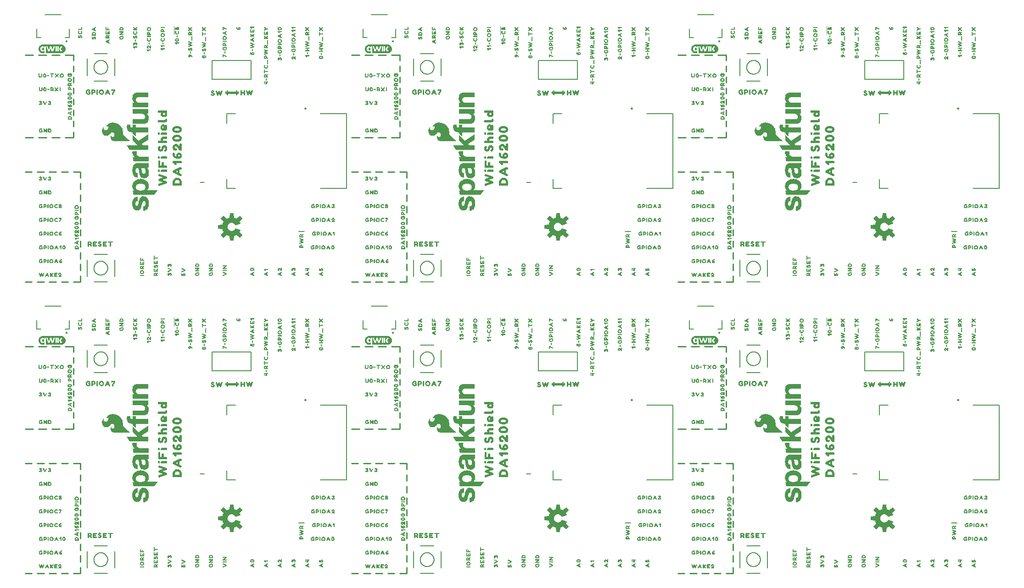
<source format=gto>
G04 EAGLE Gerber RS-274X export*
G75*
%MOMM*%
%FSLAX34Y34*%
%LPD*%
%INSilkscreen Top*%
%IPPOS*%
%AMOC8*
5,1,8,0,0,1.08239X$1,22.5*%
G01*
%ADD10C,0.203200*%
%ADD11C,0.254000*%
%ADD12C,0.200000*%
%ADD13C,0.127000*%

G36*
X1588038Y640293D02*
X1588038Y640293D01*
X1588070Y640291D01*
X1588121Y640313D01*
X1588176Y640325D01*
X1588200Y640346D01*
X1588230Y640358D01*
X1588266Y640400D01*
X1588309Y640435D01*
X1588322Y640465D01*
X1588343Y640489D01*
X1588364Y640558D01*
X1588380Y640594D01*
X1588380Y640609D01*
X1588385Y640628D01*
X1589179Y648447D01*
X1591653Y649239D01*
X1591676Y649252D01*
X1591711Y649263D01*
X1594021Y650452D01*
X1600112Y645485D01*
X1600140Y645471D01*
X1600164Y645450D01*
X1600217Y645434D01*
X1600267Y645409D01*
X1600299Y645409D01*
X1600330Y645400D01*
X1600385Y645410D01*
X1600441Y645410D01*
X1600469Y645425D01*
X1600501Y645430D01*
X1600560Y645470D01*
X1600596Y645488D01*
X1600605Y645500D01*
X1600621Y645511D01*
X1604929Y649819D01*
X1604946Y649846D01*
X1604970Y649867D01*
X1604991Y649919D01*
X1605020Y649966D01*
X1605023Y649998D01*
X1605035Y650028D01*
X1605032Y650083D01*
X1605037Y650139D01*
X1605025Y650169D01*
X1605023Y650201D01*
X1604989Y650264D01*
X1604975Y650301D01*
X1604964Y650311D01*
X1604955Y650328D01*
X1599988Y656419D01*
X1601178Y658728D01*
X1601194Y658792D01*
X1601217Y658855D01*
X1601215Y658876D01*
X1601220Y658896D01*
X1601206Y658961D01*
X1601199Y659027D01*
X1601188Y659045D01*
X1601183Y659065D01*
X1601142Y659117D01*
X1601106Y659173D01*
X1601087Y659186D01*
X1601075Y659201D01*
X1601041Y659217D01*
X1600986Y659253D01*
X1592324Y662841D01*
X1592291Y662847D01*
X1592262Y662861D01*
X1592207Y662860D01*
X1592153Y662869D01*
X1592121Y662860D01*
X1592089Y662860D01*
X1592040Y662835D01*
X1591987Y662819D01*
X1591963Y662796D01*
X1591934Y662782D01*
X1591889Y662727D01*
X1591861Y662700D01*
X1591855Y662685D01*
X1591843Y662669D01*
X1591138Y661351D01*
X1590214Y660225D01*
X1589088Y659301D01*
X1587804Y658615D01*
X1586410Y658192D01*
X1584961Y658049D01*
X1583442Y658206D01*
X1581989Y658669D01*
X1580660Y659420D01*
X1579513Y660426D01*
X1578596Y661645D01*
X1577946Y663026D01*
X1577593Y664510D01*
X1577550Y666035D01*
X1577820Y667537D01*
X1578390Y668952D01*
X1579238Y670220D01*
X1580327Y671289D01*
X1581611Y672113D01*
X1583037Y672657D01*
X1584543Y672899D01*
X1586067Y672827D01*
X1587545Y672446D01*
X1588913Y671772D01*
X1590115Y670832D01*
X1591099Y669666D01*
X1591844Y668289D01*
X1591865Y668266D01*
X1591878Y668237D01*
X1591921Y668201D01*
X1591958Y668160D01*
X1591988Y668148D01*
X1592012Y668128D01*
X1592067Y668115D01*
X1592119Y668094D01*
X1592151Y668097D01*
X1592182Y668090D01*
X1592253Y668104D01*
X1592292Y668107D01*
X1592305Y668115D01*
X1592324Y668119D01*
X1600986Y671707D01*
X1601040Y671746D01*
X1601097Y671778D01*
X1601109Y671795D01*
X1601126Y671808D01*
X1601158Y671866D01*
X1601195Y671921D01*
X1601198Y671942D01*
X1601208Y671961D01*
X1601210Y672027D01*
X1601219Y672093D01*
X1601212Y672116D01*
X1601213Y672134D01*
X1601196Y672169D01*
X1601178Y672232D01*
X1599988Y674541D01*
X1604955Y680632D01*
X1604969Y680660D01*
X1604990Y680684D01*
X1605006Y680737D01*
X1605031Y680787D01*
X1605031Y680819D01*
X1605040Y680850D01*
X1605030Y680905D01*
X1605030Y680961D01*
X1605015Y680989D01*
X1605010Y681021D01*
X1604970Y681080D01*
X1604952Y681116D01*
X1604940Y681125D01*
X1604929Y681141D01*
X1600621Y685449D01*
X1600594Y685466D01*
X1600573Y685490D01*
X1600521Y685511D01*
X1600474Y685540D01*
X1600442Y685543D01*
X1600412Y685555D01*
X1600357Y685552D01*
X1600301Y685557D01*
X1600271Y685545D01*
X1600239Y685543D01*
X1600176Y685509D01*
X1600139Y685495D01*
X1600129Y685484D01*
X1600112Y685475D01*
X1594021Y680508D01*
X1591711Y681697D01*
X1591699Y681700D01*
X1591692Y681705D01*
X1591677Y681708D01*
X1591653Y681721D01*
X1589179Y682513D01*
X1588385Y690332D01*
X1588375Y690363D01*
X1588374Y690395D01*
X1588347Y690444D01*
X1588329Y690496D01*
X1588306Y690519D01*
X1588291Y690547D01*
X1588245Y690579D01*
X1588206Y690618D01*
X1588175Y690628D01*
X1588149Y690647D01*
X1588079Y690660D01*
X1588041Y690673D01*
X1588026Y690671D01*
X1588007Y690674D01*
X1581913Y690674D01*
X1581882Y690667D01*
X1581850Y690669D01*
X1581799Y690647D01*
X1581744Y690635D01*
X1581720Y690614D01*
X1581690Y690602D01*
X1581654Y690560D01*
X1581611Y690525D01*
X1581598Y690495D01*
X1581577Y690471D01*
X1581556Y690402D01*
X1581540Y690366D01*
X1581540Y690351D01*
X1581535Y690332D01*
X1580741Y682513D01*
X1578267Y681721D01*
X1578244Y681708D01*
X1578209Y681697D01*
X1575899Y680508D01*
X1569808Y685475D01*
X1569780Y685489D01*
X1569756Y685510D01*
X1569703Y685526D01*
X1569653Y685551D01*
X1569621Y685551D01*
X1569590Y685560D01*
X1569535Y685550D01*
X1569479Y685550D01*
X1569451Y685535D01*
X1569419Y685530D01*
X1569360Y685490D01*
X1569325Y685472D01*
X1569315Y685460D01*
X1569299Y685449D01*
X1564991Y681141D01*
X1564974Y681114D01*
X1564950Y681093D01*
X1564929Y681041D01*
X1564900Y680994D01*
X1564897Y680962D01*
X1564885Y680932D01*
X1564889Y680877D01*
X1564883Y680821D01*
X1564895Y680791D01*
X1564897Y680759D01*
X1564931Y680696D01*
X1564945Y680659D01*
X1564956Y680649D01*
X1564965Y680632D01*
X1569932Y674541D01*
X1568743Y672231D01*
X1568736Y672205D01*
X1568719Y672173D01*
X1567927Y669699D01*
X1560108Y668905D01*
X1560077Y668895D01*
X1560045Y668894D01*
X1559996Y668867D01*
X1559944Y668849D01*
X1559921Y668826D01*
X1559893Y668811D01*
X1559861Y668765D01*
X1559822Y668726D01*
X1559812Y668695D01*
X1559793Y668669D01*
X1559780Y668599D01*
X1559767Y668561D01*
X1559769Y668546D01*
X1559766Y668527D01*
X1559766Y662433D01*
X1559773Y662402D01*
X1559771Y662370D01*
X1559793Y662319D01*
X1559805Y662264D01*
X1559826Y662240D01*
X1559838Y662210D01*
X1559880Y662174D01*
X1559915Y662131D01*
X1559945Y662118D01*
X1559969Y662097D01*
X1560038Y662076D01*
X1560074Y662060D01*
X1560089Y662060D01*
X1560108Y662055D01*
X1567927Y661261D01*
X1568719Y658787D01*
X1568732Y658764D01*
X1568743Y658729D01*
X1569932Y656419D01*
X1564965Y650328D01*
X1564951Y650300D01*
X1564930Y650276D01*
X1564914Y650223D01*
X1564889Y650173D01*
X1564889Y650141D01*
X1564880Y650110D01*
X1564890Y650055D01*
X1564890Y649999D01*
X1564905Y649971D01*
X1564910Y649939D01*
X1564950Y649880D01*
X1564968Y649845D01*
X1564980Y649835D01*
X1564991Y649819D01*
X1569299Y645511D01*
X1569326Y645494D01*
X1569347Y645470D01*
X1569399Y645449D01*
X1569446Y645420D01*
X1569478Y645417D01*
X1569508Y645405D01*
X1569563Y645409D01*
X1569619Y645403D01*
X1569649Y645415D01*
X1569681Y645417D01*
X1569744Y645451D01*
X1569781Y645465D01*
X1569791Y645476D01*
X1569808Y645485D01*
X1575899Y650452D01*
X1578209Y649263D01*
X1578235Y649256D01*
X1578267Y649239D01*
X1580741Y648447D01*
X1581535Y640628D01*
X1581545Y640597D01*
X1581546Y640565D01*
X1581573Y640516D01*
X1581591Y640464D01*
X1581614Y640441D01*
X1581629Y640413D01*
X1581675Y640381D01*
X1581714Y640342D01*
X1581745Y640332D01*
X1581771Y640313D01*
X1581841Y640300D01*
X1581879Y640287D01*
X1581894Y640289D01*
X1581913Y640286D01*
X1588007Y640286D01*
X1588038Y640293D01*
G37*
G36*
X986058Y640293D02*
X986058Y640293D01*
X986090Y640291D01*
X986141Y640313D01*
X986196Y640325D01*
X986220Y640346D01*
X986250Y640358D01*
X986286Y640400D01*
X986329Y640435D01*
X986342Y640465D01*
X986363Y640489D01*
X986384Y640558D01*
X986400Y640594D01*
X986400Y640609D01*
X986405Y640628D01*
X987199Y648447D01*
X989673Y649239D01*
X989696Y649252D01*
X989731Y649263D01*
X992041Y650452D01*
X998132Y645485D01*
X998160Y645471D01*
X998184Y645450D01*
X998237Y645434D01*
X998287Y645409D01*
X998319Y645409D01*
X998350Y645400D01*
X998405Y645410D01*
X998461Y645410D01*
X998489Y645425D01*
X998521Y645430D01*
X998580Y645470D01*
X998616Y645488D01*
X998625Y645500D01*
X998641Y645511D01*
X1002949Y649819D01*
X1002966Y649846D01*
X1002990Y649867D01*
X1003011Y649919D01*
X1003040Y649966D01*
X1003043Y649998D01*
X1003055Y650028D01*
X1003052Y650083D01*
X1003057Y650139D01*
X1003045Y650169D01*
X1003043Y650201D01*
X1003009Y650264D01*
X1002995Y650301D01*
X1002984Y650311D01*
X1002975Y650328D01*
X998008Y656419D01*
X999198Y658728D01*
X999214Y658792D01*
X999237Y658855D01*
X999235Y658876D01*
X999240Y658896D01*
X999226Y658961D01*
X999219Y659027D01*
X999208Y659045D01*
X999203Y659065D01*
X999162Y659117D01*
X999126Y659173D01*
X999107Y659186D01*
X999095Y659201D01*
X999061Y659217D01*
X999006Y659253D01*
X990344Y662841D01*
X990311Y662847D01*
X990282Y662861D01*
X990227Y662860D01*
X990173Y662869D01*
X990141Y662860D01*
X990109Y662860D01*
X990060Y662835D01*
X990007Y662819D01*
X989983Y662796D01*
X989954Y662782D01*
X989909Y662727D01*
X989881Y662700D01*
X989875Y662685D01*
X989863Y662669D01*
X989158Y661351D01*
X988234Y660225D01*
X987108Y659301D01*
X985824Y658615D01*
X984430Y658192D01*
X982981Y658049D01*
X981462Y658206D01*
X980009Y658669D01*
X978680Y659420D01*
X977533Y660426D01*
X976616Y661645D01*
X975966Y663026D01*
X975613Y664510D01*
X975570Y666035D01*
X975840Y667537D01*
X976410Y668952D01*
X977258Y670220D01*
X978347Y671289D01*
X979631Y672113D01*
X981057Y672657D01*
X982563Y672899D01*
X984087Y672827D01*
X985565Y672446D01*
X986933Y671772D01*
X988135Y670832D01*
X989119Y669666D01*
X989864Y668289D01*
X989885Y668266D01*
X989898Y668237D01*
X989941Y668201D01*
X989978Y668160D01*
X990008Y668148D01*
X990032Y668128D01*
X990087Y668115D01*
X990139Y668094D01*
X990171Y668097D01*
X990202Y668090D01*
X990273Y668104D01*
X990312Y668107D01*
X990325Y668115D01*
X990344Y668119D01*
X999006Y671707D01*
X999060Y671746D01*
X999117Y671778D01*
X999129Y671795D01*
X999146Y671808D01*
X999178Y671866D01*
X999215Y671921D01*
X999218Y671942D01*
X999228Y671961D01*
X999230Y672027D01*
X999239Y672093D01*
X999232Y672116D01*
X999233Y672134D01*
X999216Y672169D01*
X999198Y672232D01*
X998008Y674541D01*
X1002975Y680632D01*
X1002989Y680660D01*
X1003010Y680684D01*
X1003026Y680737D01*
X1003051Y680787D01*
X1003051Y680819D01*
X1003060Y680850D01*
X1003050Y680905D01*
X1003050Y680961D01*
X1003035Y680989D01*
X1003030Y681021D01*
X1002990Y681080D01*
X1002972Y681116D01*
X1002960Y681125D01*
X1002949Y681141D01*
X998641Y685449D01*
X998614Y685466D01*
X998593Y685490D01*
X998541Y685511D01*
X998494Y685540D01*
X998462Y685543D01*
X998432Y685555D01*
X998377Y685552D01*
X998321Y685557D01*
X998291Y685545D01*
X998259Y685543D01*
X998196Y685509D01*
X998159Y685495D01*
X998149Y685484D01*
X998132Y685475D01*
X992041Y680508D01*
X989731Y681697D01*
X989719Y681700D01*
X989712Y681705D01*
X989697Y681708D01*
X989673Y681721D01*
X987199Y682513D01*
X986405Y690332D01*
X986395Y690363D01*
X986394Y690395D01*
X986367Y690444D01*
X986349Y690496D01*
X986326Y690519D01*
X986311Y690547D01*
X986265Y690579D01*
X986226Y690618D01*
X986195Y690628D01*
X986169Y690647D01*
X986099Y690660D01*
X986061Y690673D01*
X986046Y690671D01*
X986027Y690674D01*
X979933Y690674D01*
X979902Y690667D01*
X979870Y690669D01*
X979819Y690647D01*
X979764Y690635D01*
X979740Y690614D01*
X979710Y690602D01*
X979674Y690560D01*
X979631Y690525D01*
X979618Y690495D01*
X979597Y690471D01*
X979576Y690402D01*
X979560Y690366D01*
X979560Y690351D01*
X979555Y690332D01*
X978761Y682513D01*
X976287Y681721D01*
X976264Y681708D01*
X976229Y681697D01*
X973919Y680508D01*
X967828Y685475D01*
X967800Y685489D01*
X967776Y685510D01*
X967723Y685526D01*
X967673Y685551D01*
X967641Y685551D01*
X967610Y685560D01*
X967555Y685550D01*
X967499Y685550D01*
X967471Y685535D01*
X967439Y685530D01*
X967380Y685490D01*
X967345Y685472D01*
X967335Y685460D01*
X967319Y685449D01*
X963011Y681141D01*
X962994Y681114D01*
X962970Y681093D01*
X962949Y681041D01*
X962920Y680994D01*
X962917Y680962D01*
X962905Y680932D01*
X962909Y680877D01*
X962903Y680821D01*
X962915Y680791D01*
X962917Y680759D01*
X962951Y680696D01*
X962965Y680659D01*
X962976Y680649D01*
X962985Y680632D01*
X967952Y674541D01*
X966763Y672231D01*
X966756Y672205D01*
X966739Y672173D01*
X965947Y669699D01*
X958128Y668905D01*
X958097Y668895D01*
X958065Y668894D01*
X958016Y668867D01*
X957964Y668849D01*
X957941Y668826D01*
X957913Y668811D01*
X957881Y668765D01*
X957842Y668726D01*
X957832Y668695D01*
X957813Y668669D01*
X957800Y668599D01*
X957787Y668561D01*
X957789Y668546D01*
X957786Y668527D01*
X957786Y662433D01*
X957793Y662402D01*
X957791Y662370D01*
X957813Y662319D01*
X957825Y662264D01*
X957846Y662240D01*
X957858Y662210D01*
X957900Y662174D01*
X957935Y662131D01*
X957965Y662118D01*
X957989Y662097D01*
X958058Y662076D01*
X958094Y662060D01*
X958109Y662060D01*
X958128Y662055D01*
X965947Y661261D01*
X966739Y658787D01*
X966752Y658764D01*
X966763Y658729D01*
X967952Y656419D01*
X962985Y650328D01*
X962971Y650300D01*
X962950Y650276D01*
X962934Y650223D01*
X962909Y650173D01*
X962909Y650141D01*
X962900Y650110D01*
X962910Y650055D01*
X962910Y649999D01*
X962925Y649971D01*
X962930Y649939D01*
X962970Y649880D01*
X962988Y649845D01*
X963000Y649835D01*
X963011Y649819D01*
X967319Y645511D01*
X967346Y645494D01*
X967367Y645470D01*
X967419Y645449D01*
X967466Y645420D01*
X967498Y645417D01*
X967528Y645405D01*
X967583Y645409D01*
X967639Y645403D01*
X967669Y645415D01*
X967701Y645417D01*
X967764Y645451D01*
X967801Y645465D01*
X967811Y645476D01*
X967828Y645485D01*
X973919Y650452D01*
X976229Y649263D01*
X976255Y649256D01*
X976287Y649239D01*
X978761Y648447D01*
X979555Y640628D01*
X979565Y640597D01*
X979566Y640565D01*
X979593Y640516D01*
X979611Y640464D01*
X979634Y640441D01*
X979649Y640413D01*
X979695Y640381D01*
X979734Y640342D01*
X979765Y640332D01*
X979791Y640313D01*
X979861Y640300D01*
X979899Y640287D01*
X979914Y640289D01*
X979933Y640286D01*
X986027Y640286D01*
X986058Y640293D01*
G37*
G36*
X384078Y640293D02*
X384078Y640293D01*
X384110Y640291D01*
X384161Y640313D01*
X384216Y640325D01*
X384240Y640346D01*
X384270Y640358D01*
X384306Y640400D01*
X384349Y640435D01*
X384362Y640465D01*
X384383Y640489D01*
X384404Y640558D01*
X384420Y640594D01*
X384420Y640609D01*
X384425Y640628D01*
X385219Y648447D01*
X387693Y649239D01*
X387716Y649252D01*
X387751Y649263D01*
X390061Y650452D01*
X396152Y645485D01*
X396180Y645471D01*
X396204Y645450D01*
X396257Y645434D01*
X396307Y645409D01*
X396339Y645409D01*
X396370Y645400D01*
X396425Y645410D01*
X396481Y645410D01*
X396509Y645425D01*
X396541Y645430D01*
X396600Y645470D01*
X396636Y645488D01*
X396645Y645500D01*
X396661Y645511D01*
X400969Y649819D01*
X400986Y649846D01*
X401010Y649867D01*
X401031Y649919D01*
X401060Y649966D01*
X401063Y649998D01*
X401075Y650028D01*
X401072Y650083D01*
X401077Y650139D01*
X401065Y650169D01*
X401063Y650201D01*
X401029Y650264D01*
X401015Y650301D01*
X401004Y650311D01*
X400995Y650328D01*
X396028Y656419D01*
X397218Y658728D01*
X397234Y658792D01*
X397257Y658855D01*
X397255Y658876D01*
X397260Y658896D01*
X397246Y658961D01*
X397239Y659027D01*
X397228Y659045D01*
X397223Y659065D01*
X397182Y659117D01*
X397146Y659173D01*
X397127Y659186D01*
X397115Y659201D01*
X397081Y659217D01*
X397026Y659253D01*
X388364Y662841D01*
X388331Y662847D01*
X388302Y662861D01*
X388247Y662860D01*
X388193Y662869D01*
X388161Y662860D01*
X388129Y662860D01*
X388080Y662835D01*
X388027Y662819D01*
X388003Y662796D01*
X387974Y662782D01*
X387929Y662727D01*
X387901Y662700D01*
X387895Y662685D01*
X387883Y662669D01*
X387178Y661351D01*
X386254Y660225D01*
X385128Y659301D01*
X383844Y658615D01*
X382450Y658192D01*
X381001Y658049D01*
X379482Y658206D01*
X378029Y658669D01*
X376700Y659420D01*
X375553Y660426D01*
X374636Y661645D01*
X373986Y663026D01*
X373633Y664510D01*
X373590Y666035D01*
X373860Y667537D01*
X374430Y668952D01*
X375278Y670220D01*
X376367Y671289D01*
X377651Y672113D01*
X379077Y672657D01*
X380583Y672899D01*
X382107Y672827D01*
X383585Y672446D01*
X384953Y671772D01*
X386155Y670832D01*
X387139Y669666D01*
X387884Y668289D01*
X387905Y668266D01*
X387918Y668237D01*
X387961Y668201D01*
X387998Y668160D01*
X388028Y668148D01*
X388052Y668128D01*
X388107Y668115D01*
X388159Y668094D01*
X388191Y668097D01*
X388222Y668090D01*
X388293Y668104D01*
X388332Y668107D01*
X388345Y668115D01*
X388364Y668119D01*
X397026Y671707D01*
X397080Y671746D01*
X397137Y671778D01*
X397149Y671795D01*
X397166Y671808D01*
X397198Y671866D01*
X397235Y671921D01*
X397238Y671942D01*
X397248Y671961D01*
X397250Y672027D01*
X397259Y672093D01*
X397252Y672116D01*
X397253Y672134D01*
X397236Y672169D01*
X397218Y672232D01*
X396028Y674541D01*
X400995Y680632D01*
X401009Y680660D01*
X401030Y680684D01*
X401046Y680737D01*
X401071Y680787D01*
X401071Y680819D01*
X401080Y680850D01*
X401070Y680905D01*
X401070Y680961D01*
X401055Y680989D01*
X401050Y681021D01*
X401010Y681080D01*
X400992Y681116D01*
X400980Y681125D01*
X400969Y681141D01*
X396661Y685449D01*
X396634Y685466D01*
X396613Y685490D01*
X396561Y685511D01*
X396514Y685540D01*
X396482Y685543D01*
X396452Y685555D01*
X396397Y685552D01*
X396341Y685557D01*
X396311Y685545D01*
X396279Y685543D01*
X396216Y685509D01*
X396179Y685495D01*
X396169Y685484D01*
X396152Y685475D01*
X390061Y680508D01*
X387751Y681697D01*
X387739Y681700D01*
X387732Y681705D01*
X387717Y681708D01*
X387693Y681721D01*
X385219Y682513D01*
X384425Y690332D01*
X384415Y690363D01*
X384414Y690395D01*
X384387Y690444D01*
X384369Y690496D01*
X384346Y690519D01*
X384331Y690547D01*
X384285Y690579D01*
X384246Y690618D01*
X384215Y690628D01*
X384189Y690647D01*
X384119Y690660D01*
X384081Y690673D01*
X384066Y690671D01*
X384047Y690674D01*
X377953Y690674D01*
X377922Y690667D01*
X377890Y690669D01*
X377839Y690647D01*
X377784Y690635D01*
X377760Y690614D01*
X377730Y690602D01*
X377694Y690560D01*
X377651Y690525D01*
X377638Y690495D01*
X377617Y690471D01*
X377596Y690402D01*
X377580Y690366D01*
X377580Y690351D01*
X377575Y690332D01*
X376781Y682513D01*
X374307Y681721D01*
X374284Y681708D01*
X374249Y681697D01*
X371939Y680508D01*
X365848Y685475D01*
X365820Y685489D01*
X365796Y685510D01*
X365743Y685526D01*
X365693Y685551D01*
X365661Y685551D01*
X365630Y685560D01*
X365575Y685550D01*
X365519Y685550D01*
X365491Y685535D01*
X365459Y685530D01*
X365400Y685490D01*
X365365Y685472D01*
X365355Y685460D01*
X365339Y685449D01*
X361031Y681141D01*
X361014Y681114D01*
X360990Y681093D01*
X360969Y681041D01*
X360940Y680994D01*
X360937Y680962D01*
X360925Y680932D01*
X360929Y680877D01*
X360923Y680821D01*
X360935Y680791D01*
X360937Y680759D01*
X360971Y680696D01*
X360985Y680659D01*
X360996Y680649D01*
X361005Y680632D01*
X365972Y674541D01*
X364783Y672231D01*
X364776Y672205D01*
X364759Y672173D01*
X363967Y669699D01*
X356148Y668905D01*
X356117Y668895D01*
X356085Y668894D01*
X356036Y668867D01*
X355984Y668849D01*
X355961Y668826D01*
X355933Y668811D01*
X355901Y668765D01*
X355862Y668726D01*
X355852Y668695D01*
X355833Y668669D01*
X355820Y668599D01*
X355807Y668561D01*
X355809Y668546D01*
X355806Y668527D01*
X355806Y662433D01*
X355813Y662402D01*
X355811Y662370D01*
X355833Y662319D01*
X355845Y662264D01*
X355866Y662240D01*
X355878Y662210D01*
X355920Y662174D01*
X355955Y662131D01*
X355985Y662118D01*
X356009Y662097D01*
X356078Y662076D01*
X356114Y662060D01*
X356129Y662060D01*
X356148Y662055D01*
X363967Y661261D01*
X364759Y658787D01*
X364772Y658764D01*
X364783Y658729D01*
X365972Y656419D01*
X361005Y650328D01*
X360991Y650300D01*
X360970Y650276D01*
X360954Y650223D01*
X360929Y650173D01*
X360929Y650141D01*
X360920Y650110D01*
X360930Y650055D01*
X360930Y649999D01*
X360945Y649971D01*
X360950Y649939D01*
X360990Y649880D01*
X361008Y649845D01*
X361020Y649835D01*
X361031Y649819D01*
X365339Y645511D01*
X365366Y645494D01*
X365387Y645470D01*
X365439Y645449D01*
X365486Y645420D01*
X365518Y645417D01*
X365548Y645405D01*
X365603Y645409D01*
X365659Y645403D01*
X365689Y645415D01*
X365721Y645417D01*
X365784Y645451D01*
X365821Y645465D01*
X365831Y645476D01*
X365848Y645485D01*
X371939Y650452D01*
X374249Y649263D01*
X374275Y649256D01*
X374307Y649239D01*
X376781Y648447D01*
X377575Y640628D01*
X377585Y640597D01*
X377586Y640565D01*
X377613Y640516D01*
X377631Y640464D01*
X377654Y640441D01*
X377669Y640413D01*
X377715Y640381D01*
X377754Y640342D01*
X377785Y640332D01*
X377811Y640313D01*
X377881Y640300D01*
X377919Y640287D01*
X377934Y640289D01*
X377953Y640286D01*
X384047Y640286D01*
X384078Y640293D01*
G37*
G36*
X384078Y101813D02*
X384078Y101813D01*
X384110Y101811D01*
X384161Y101833D01*
X384216Y101845D01*
X384240Y101866D01*
X384270Y101878D01*
X384306Y101920D01*
X384349Y101955D01*
X384362Y101985D01*
X384383Y102009D01*
X384404Y102078D01*
X384420Y102114D01*
X384420Y102129D01*
X384425Y102148D01*
X385219Y109967D01*
X387693Y110759D01*
X387716Y110772D01*
X387751Y110783D01*
X390061Y111972D01*
X396152Y107005D01*
X396180Y106991D01*
X396204Y106970D01*
X396257Y106954D01*
X396307Y106929D01*
X396339Y106929D01*
X396370Y106920D01*
X396425Y106930D01*
X396481Y106930D01*
X396509Y106945D01*
X396541Y106950D01*
X396600Y106990D01*
X396636Y107008D01*
X396645Y107020D01*
X396661Y107031D01*
X400969Y111339D01*
X400986Y111366D01*
X401010Y111387D01*
X401031Y111439D01*
X401060Y111486D01*
X401063Y111518D01*
X401075Y111548D01*
X401072Y111603D01*
X401077Y111659D01*
X401065Y111689D01*
X401063Y111721D01*
X401029Y111784D01*
X401015Y111821D01*
X401004Y111831D01*
X400995Y111848D01*
X396028Y117939D01*
X397218Y120248D01*
X397234Y120312D01*
X397257Y120375D01*
X397255Y120396D01*
X397260Y120416D01*
X397246Y120481D01*
X397239Y120547D01*
X397228Y120565D01*
X397223Y120585D01*
X397182Y120637D01*
X397146Y120693D01*
X397127Y120706D01*
X397115Y120721D01*
X397081Y120737D01*
X397026Y120773D01*
X388364Y124361D01*
X388331Y124367D01*
X388302Y124381D01*
X388247Y124380D01*
X388193Y124389D01*
X388161Y124380D01*
X388129Y124380D01*
X388080Y124355D01*
X388027Y124339D01*
X388003Y124316D01*
X387974Y124302D01*
X387929Y124247D01*
X387901Y124220D01*
X387895Y124205D01*
X387883Y124189D01*
X387178Y122871D01*
X386254Y121745D01*
X385128Y120821D01*
X383844Y120135D01*
X382450Y119712D01*
X381001Y119569D01*
X379482Y119726D01*
X378029Y120189D01*
X376700Y120940D01*
X375553Y121946D01*
X374636Y123165D01*
X373986Y124546D01*
X373633Y126030D01*
X373590Y127555D01*
X373860Y129057D01*
X374430Y130472D01*
X375278Y131740D01*
X376367Y132809D01*
X377651Y133633D01*
X379077Y134177D01*
X380583Y134419D01*
X382107Y134347D01*
X383585Y133966D01*
X384953Y133292D01*
X386155Y132352D01*
X387139Y131186D01*
X387884Y129809D01*
X387905Y129786D01*
X387918Y129757D01*
X387961Y129721D01*
X387998Y129680D01*
X388028Y129668D01*
X388052Y129648D01*
X388107Y129635D01*
X388159Y129614D01*
X388191Y129617D01*
X388222Y129610D01*
X388293Y129624D01*
X388332Y129627D01*
X388345Y129635D01*
X388364Y129639D01*
X397026Y133227D01*
X397080Y133266D01*
X397137Y133298D01*
X397149Y133315D01*
X397166Y133328D01*
X397198Y133386D01*
X397235Y133441D01*
X397238Y133462D01*
X397248Y133481D01*
X397250Y133547D01*
X397259Y133613D01*
X397252Y133636D01*
X397253Y133654D01*
X397236Y133689D01*
X397218Y133752D01*
X396028Y136061D01*
X400995Y142152D01*
X401009Y142180D01*
X401030Y142204D01*
X401046Y142257D01*
X401071Y142307D01*
X401071Y142339D01*
X401080Y142370D01*
X401070Y142425D01*
X401070Y142481D01*
X401055Y142509D01*
X401050Y142541D01*
X401010Y142600D01*
X400992Y142636D01*
X400980Y142645D01*
X400969Y142661D01*
X396661Y146969D01*
X396634Y146986D01*
X396613Y147010D01*
X396561Y147031D01*
X396514Y147060D01*
X396482Y147063D01*
X396452Y147075D01*
X396397Y147072D01*
X396341Y147077D01*
X396311Y147065D01*
X396279Y147063D01*
X396216Y147029D01*
X396179Y147015D01*
X396169Y147004D01*
X396152Y146995D01*
X390061Y142028D01*
X387751Y143217D01*
X387739Y143220D01*
X387732Y143225D01*
X387717Y143228D01*
X387693Y143241D01*
X385219Y144033D01*
X384425Y151852D01*
X384415Y151883D01*
X384414Y151915D01*
X384387Y151964D01*
X384369Y152016D01*
X384346Y152039D01*
X384331Y152067D01*
X384285Y152099D01*
X384246Y152138D01*
X384215Y152148D01*
X384189Y152167D01*
X384119Y152180D01*
X384081Y152193D01*
X384066Y152191D01*
X384047Y152194D01*
X377953Y152194D01*
X377922Y152187D01*
X377890Y152189D01*
X377839Y152167D01*
X377784Y152155D01*
X377760Y152134D01*
X377730Y152122D01*
X377694Y152080D01*
X377651Y152045D01*
X377638Y152015D01*
X377617Y151991D01*
X377596Y151922D01*
X377580Y151886D01*
X377580Y151871D01*
X377575Y151852D01*
X376781Y144033D01*
X374307Y143241D01*
X374284Y143228D01*
X374249Y143217D01*
X371939Y142028D01*
X365848Y146995D01*
X365820Y147009D01*
X365796Y147030D01*
X365743Y147046D01*
X365693Y147071D01*
X365661Y147071D01*
X365630Y147080D01*
X365575Y147070D01*
X365519Y147070D01*
X365491Y147055D01*
X365459Y147050D01*
X365400Y147010D01*
X365365Y146992D01*
X365355Y146980D01*
X365339Y146969D01*
X361031Y142661D01*
X361014Y142634D01*
X360990Y142613D01*
X360969Y142561D01*
X360940Y142514D01*
X360937Y142482D01*
X360925Y142452D01*
X360929Y142397D01*
X360923Y142341D01*
X360935Y142311D01*
X360937Y142279D01*
X360971Y142216D01*
X360985Y142179D01*
X360996Y142169D01*
X361005Y142152D01*
X365972Y136061D01*
X364783Y133751D01*
X364776Y133725D01*
X364759Y133693D01*
X363967Y131219D01*
X356148Y130425D01*
X356117Y130415D01*
X356085Y130414D01*
X356036Y130387D01*
X355984Y130369D01*
X355961Y130346D01*
X355933Y130331D01*
X355901Y130285D01*
X355862Y130246D01*
X355852Y130215D01*
X355833Y130189D01*
X355820Y130119D01*
X355807Y130081D01*
X355809Y130066D01*
X355806Y130047D01*
X355806Y123953D01*
X355813Y123922D01*
X355811Y123890D01*
X355833Y123839D01*
X355845Y123784D01*
X355866Y123760D01*
X355878Y123730D01*
X355920Y123694D01*
X355955Y123651D01*
X355985Y123638D01*
X356009Y123617D01*
X356078Y123596D01*
X356114Y123580D01*
X356129Y123580D01*
X356148Y123575D01*
X363967Y122781D01*
X364759Y120307D01*
X364772Y120284D01*
X364783Y120249D01*
X365972Y117939D01*
X361005Y111848D01*
X360991Y111820D01*
X360970Y111796D01*
X360954Y111743D01*
X360929Y111693D01*
X360929Y111661D01*
X360920Y111630D01*
X360930Y111575D01*
X360930Y111519D01*
X360945Y111491D01*
X360950Y111459D01*
X360990Y111400D01*
X361008Y111365D01*
X361020Y111355D01*
X361031Y111339D01*
X365339Y107031D01*
X365366Y107014D01*
X365387Y106990D01*
X365439Y106969D01*
X365486Y106940D01*
X365518Y106937D01*
X365548Y106925D01*
X365603Y106929D01*
X365659Y106923D01*
X365689Y106935D01*
X365721Y106937D01*
X365784Y106971D01*
X365821Y106985D01*
X365831Y106996D01*
X365848Y107005D01*
X371939Y111972D01*
X374249Y110783D01*
X374275Y110776D01*
X374307Y110759D01*
X376781Y109967D01*
X377575Y102148D01*
X377585Y102117D01*
X377586Y102085D01*
X377613Y102036D01*
X377631Y101984D01*
X377654Y101961D01*
X377669Y101933D01*
X377715Y101901D01*
X377754Y101862D01*
X377785Y101852D01*
X377811Y101833D01*
X377881Y101820D01*
X377919Y101807D01*
X377934Y101809D01*
X377953Y101806D01*
X384047Y101806D01*
X384078Y101813D01*
G37*
G36*
X986058Y101813D02*
X986058Y101813D01*
X986090Y101811D01*
X986141Y101833D01*
X986196Y101845D01*
X986220Y101866D01*
X986250Y101878D01*
X986286Y101920D01*
X986329Y101955D01*
X986342Y101985D01*
X986363Y102009D01*
X986384Y102078D01*
X986400Y102114D01*
X986400Y102129D01*
X986405Y102148D01*
X987199Y109967D01*
X989673Y110759D01*
X989696Y110772D01*
X989731Y110783D01*
X992041Y111972D01*
X998132Y107005D01*
X998160Y106991D01*
X998184Y106970D01*
X998237Y106954D01*
X998287Y106929D01*
X998319Y106929D01*
X998350Y106920D01*
X998405Y106930D01*
X998461Y106930D01*
X998489Y106945D01*
X998521Y106950D01*
X998580Y106990D01*
X998616Y107008D01*
X998625Y107020D01*
X998641Y107031D01*
X1002949Y111339D01*
X1002966Y111366D01*
X1002990Y111387D01*
X1003011Y111439D01*
X1003040Y111486D01*
X1003043Y111518D01*
X1003055Y111548D01*
X1003052Y111603D01*
X1003057Y111659D01*
X1003045Y111689D01*
X1003043Y111721D01*
X1003009Y111784D01*
X1002995Y111821D01*
X1002984Y111831D01*
X1002975Y111848D01*
X998008Y117939D01*
X999198Y120248D01*
X999214Y120312D01*
X999237Y120375D01*
X999235Y120396D01*
X999240Y120416D01*
X999226Y120481D01*
X999219Y120547D01*
X999208Y120565D01*
X999203Y120585D01*
X999162Y120637D01*
X999126Y120693D01*
X999107Y120706D01*
X999095Y120721D01*
X999061Y120737D01*
X999006Y120773D01*
X990344Y124361D01*
X990311Y124367D01*
X990282Y124381D01*
X990227Y124380D01*
X990173Y124389D01*
X990141Y124380D01*
X990109Y124380D01*
X990060Y124355D01*
X990007Y124339D01*
X989983Y124316D01*
X989954Y124302D01*
X989909Y124247D01*
X989881Y124220D01*
X989875Y124205D01*
X989863Y124189D01*
X989158Y122871D01*
X988234Y121745D01*
X987108Y120821D01*
X985824Y120135D01*
X984430Y119712D01*
X982981Y119569D01*
X981462Y119726D01*
X980009Y120189D01*
X978680Y120940D01*
X977533Y121946D01*
X976616Y123165D01*
X975966Y124546D01*
X975613Y126030D01*
X975570Y127555D01*
X975840Y129057D01*
X976410Y130472D01*
X977258Y131740D01*
X978347Y132809D01*
X979631Y133633D01*
X981057Y134177D01*
X982563Y134419D01*
X984087Y134347D01*
X985565Y133966D01*
X986933Y133292D01*
X988135Y132352D01*
X989119Y131186D01*
X989864Y129809D01*
X989885Y129786D01*
X989898Y129757D01*
X989941Y129721D01*
X989978Y129680D01*
X990008Y129668D01*
X990032Y129648D01*
X990087Y129635D01*
X990139Y129614D01*
X990171Y129617D01*
X990202Y129610D01*
X990273Y129624D01*
X990312Y129627D01*
X990325Y129635D01*
X990344Y129639D01*
X999006Y133227D01*
X999060Y133266D01*
X999117Y133298D01*
X999129Y133315D01*
X999146Y133328D01*
X999178Y133386D01*
X999215Y133441D01*
X999218Y133462D01*
X999228Y133481D01*
X999230Y133547D01*
X999239Y133613D01*
X999232Y133636D01*
X999233Y133654D01*
X999216Y133689D01*
X999198Y133752D01*
X998008Y136061D01*
X1002975Y142152D01*
X1002989Y142180D01*
X1003010Y142204D01*
X1003026Y142257D01*
X1003051Y142307D01*
X1003051Y142339D01*
X1003060Y142370D01*
X1003050Y142425D01*
X1003050Y142481D01*
X1003035Y142509D01*
X1003030Y142541D01*
X1002990Y142600D01*
X1002972Y142636D01*
X1002960Y142645D01*
X1002949Y142661D01*
X998641Y146969D01*
X998614Y146986D01*
X998593Y147010D01*
X998541Y147031D01*
X998494Y147060D01*
X998462Y147063D01*
X998432Y147075D01*
X998377Y147072D01*
X998321Y147077D01*
X998291Y147065D01*
X998259Y147063D01*
X998196Y147029D01*
X998159Y147015D01*
X998149Y147004D01*
X998132Y146995D01*
X992041Y142028D01*
X989731Y143217D01*
X989719Y143220D01*
X989712Y143225D01*
X989697Y143228D01*
X989673Y143241D01*
X987199Y144033D01*
X986405Y151852D01*
X986395Y151883D01*
X986394Y151915D01*
X986367Y151964D01*
X986349Y152016D01*
X986326Y152039D01*
X986311Y152067D01*
X986265Y152099D01*
X986226Y152138D01*
X986195Y152148D01*
X986169Y152167D01*
X986099Y152180D01*
X986061Y152193D01*
X986046Y152191D01*
X986027Y152194D01*
X979933Y152194D01*
X979902Y152187D01*
X979870Y152189D01*
X979819Y152167D01*
X979764Y152155D01*
X979740Y152134D01*
X979710Y152122D01*
X979674Y152080D01*
X979631Y152045D01*
X979618Y152015D01*
X979597Y151991D01*
X979576Y151922D01*
X979560Y151886D01*
X979560Y151871D01*
X979555Y151852D01*
X978761Y144033D01*
X976287Y143241D01*
X976264Y143228D01*
X976229Y143217D01*
X973919Y142028D01*
X967828Y146995D01*
X967800Y147009D01*
X967776Y147030D01*
X967723Y147046D01*
X967673Y147071D01*
X967641Y147071D01*
X967610Y147080D01*
X967555Y147070D01*
X967499Y147070D01*
X967471Y147055D01*
X967439Y147050D01*
X967380Y147010D01*
X967345Y146992D01*
X967335Y146980D01*
X967319Y146969D01*
X963011Y142661D01*
X962994Y142634D01*
X962970Y142613D01*
X962949Y142561D01*
X962920Y142514D01*
X962917Y142482D01*
X962905Y142452D01*
X962909Y142397D01*
X962903Y142341D01*
X962915Y142311D01*
X962917Y142279D01*
X962951Y142216D01*
X962965Y142179D01*
X962976Y142169D01*
X962985Y142152D01*
X967952Y136061D01*
X966763Y133751D01*
X966756Y133725D01*
X966739Y133693D01*
X965947Y131219D01*
X958128Y130425D01*
X958097Y130415D01*
X958065Y130414D01*
X958016Y130387D01*
X957964Y130369D01*
X957941Y130346D01*
X957913Y130331D01*
X957881Y130285D01*
X957842Y130246D01*
X957832Y130215D01*
X957813Y130189D01*
X957800Y130119D01*
X957787Y130081D01*
X957789Y130066D01*
X957786Y130047D01*
X957786Y123953D01*
X957793Y123922D01*
X957791Y123890D01*
X957813Y123839D01*
X957825Y123784D01*
X957846Y123760D01*
X957858Y123730D01*
X957900Y123694D01*
X957935Y123651D01*
X957965Y123638D01*
X957989Y123617D01*
X958058Y123596D01*
X958094Y123580D01*
X958109Y123580D01*
X958128Y123575D01*
X965947Y122781D01*
X966739Y120307D01*
X966752Y120284D01*
X966763Y120249D01*
X967952Y117939D01*
X962985Y111848D01*
X962971Y111820D01*
X962950Y111796D01*
X962934Y111743D01*
X962909Y111693D01*
X962909Y111661D01*
X962900Y111630D01*
X962910Y111575D01*
X962910Y111519D01*
X962925Y111491D01*
X962930Y111459D01*
X962970Y111400D01*
X962988Y111365D01*
X963000Y111355D01*
X963011Y111339D01*
X967319Y107031D01*
X967346Y107014D01*
X967367Y106990D01*
X967419Y106969D01*
X967466Y106940D01*
X967498Y106937D01*
X967528Y106925D01*
X967583Y106929D01*
X967639Y106923D01*
X967669Y106935D01*
X967701Y106937D01*
X967764Y106971D01*
X967801Y106985D01*
X967811Y106996D01*
X967828Y107005D01*
X973919Y111972D01*
X976229Y110783D01*
X976255Y110776D01*
X976287Y110759D01*
X978761Y109967D01*
X979555Y102148D01*
X979565Y102117D01*
X979566Y102085D01*
X979593Y102036D01*
X979611Y101984D01*
X979634Y101961D01*
X979649Y101933D01*
X979695Y101901D01*
X979734Y101862D01*
X979765Y101852D01*
X979791Y101833D01*
X979861Y101820D01*
X979899Y101807D01*
X979914Y101809D01*
X979933Y101806D01*
X986027Y101806D01*
X986058Y101813D01*
G37*
G36*
X1588038Y101813D02*
X1588038Y101813D01*
X1588070Y101811D01*
X1588121Y101833D01*
X1588176Y101845D01*
X1588200Y101866D01*
X1588230Y101878D01*
X1588266Y101920D01*
X1588309Y101955D01*
X1588322Y101985D01*
X1588343Y102009D01*
X1588364Y102078D01*
X1588380Y102114D01*
X1588380Y102129D01*
X1588385Y102148D01*
X1589179Y109967D01*
X1591653Y110759D01*
X1591676Y110772D01*
X1591711Y110783D01*
X1594021Y111972D01*
X1600112Y107005D01*
X1600140Y106991D01*
X1600164Y106970D01*
X1600217Y106954D01*
X1600267Y106929D01*
X1600299Y106929D01*
X1600330Y106920D01*
X1600385Y106930D01*
X1600441Y106930D01*
X1600469Y106945D01*
X1600501Y106950D01*
X1600560Y106990D01*
X1600596Y107008D01*
X1600605Y107020D01*
X1600621Y107031D01*
X1604929Y111339D01*
X1604946Y111366D01*
X1604970Y111387D01*
X1604991Y111439D01*
X1605020Y111486D01*
X1605023Y111518D01*
X1605035Y111548D01*
X1605032Y111603D01*
X1605037Y111659D01*
X1605025Y111689D01*
X1605023Y111721D01*
X1604989Y111784D01*
X1604975Y111821D01*
X1604964Y111831D01*
X1604955Y111848D01*
X1599988Y117939D01*
X1601178Y120248D01*
X1601194Y120312D01*
X1601217Y120375D01*
X1601215Y120396D01*
X1601220Y120416D01*
X1601206Y120481D01*
X1601199Y120547D01*
X1601188Y120565D01*
X1601183Y120585D01*
X1601142Y120637D01*
X1601106Y120693D01*
X1601087Y120706D01*
X1601075Y120721D01*
X1601041Y120737D01*
X1600986Y120773D01*
X1592324Y124361D01*
X1592291Y124367D01*
X1592262Y124381D01*
X1592207Y124380D01*
X1592153Y124389D01*
X1592121Y124380D01*
X1592089Y124380D01*
X1592040Y124355D01*
X1591987Y124339D01*
X1591963Y124316D01*
X1591934Y124302D01*
X1591889Y124247D01*
X1591861Y124220D01*
X1591855Y124205D01*
X1591843Y124189D01*
X1591138Y122871D01*
X1590214Y121745D01*
X1589088Y120821D01*
X1587804Y120135D01*
X1586410Y119712D01*
X1584961Y119569D01*
X1583442Y119726D01*
X1581989Y120189D01*
X1580660Y120940D01*
X1579513Y121946D01*
X1578596Y123165D01*
X1577946Y124546D01*
X1577593Y126030D01*
X1577550Y127555D01*
X1577820Y129057D01*
X1578390Y130472D01*
X1579238Y131740D01*
X1580327Y132809D01*
X1581611Y133633D01*
X1583037Y134177D01*
X1584543Y134419D01*
X1586067Y134347D01*
X1587545Y133966D01*
X1588913Y133292D01*
X1590115Y132352D01*
X1591099Y131186D01*
X1591844Y129809D01*
X1591865Y129786D01*
X1591878Y129757D01*
X1591921Y129721D01*
X1591958Y129680D01*
X1591988Y129668D01*
X1592012Y129648D01*
X1592067Y129635D01*
X1592119Y129614D01*
X1592151Y129617D01*
X1592182Y129610D01*
X1592253Y129624D01*
X1592292Y129627D01*
X1592305Y129635D01*
X1592324Y129639D01*
X1600986Y133227D01*
X1601040Y133266D01*
X1601097Y133298D01*
X1601109Y133315D01*
X1601126Y133328D01*
X1601158Y133386D01*
X1601195Y133441D01*
X1601198Y133462D01*
X1601208Y133481D01*
X1601210Y133547D01*
X1601219Y133613D01*
X1601212Y133636D01*
X1601213Y133654D01*
X1601196Y133689D01*
X1601178Y133752D01*
X1599988Y136061D01*
X1604955Y142152D01*
X1604969Y142180D01*
X1604990Y142204D01*
X1605006Y142257D01*
X1605031Y142307D01*
X1605031Y142339D01*
X1605040Y142370D01*
X1605030Y142425D01*
X1605030Y142481D01*
X1605015Y142509D01*
X1605010Y142541D01*
X1604970Y142600D01*
X1604952Y142636D01*
X1604940Y142645D01*
X1604929Y142661D01*
X1600621Y146969D01*
X1600594Y146986D01*
X1600573Y147010D01*
X1600521Y147031D01*
X1600474Y147060D01*
X1600442Y147063D01*
X1600412Y147075D01*
X1600357Y147072D01*
X1600301Y147077D01*
X1600271Y147065D01*
X1600239Y147063D01*
X1600176Y147029D01*
X1600139Y147015D01*
X1600129Y147004D01*
X1600112Y146995D01*
X1594021Y142028D01*
X1591711Y143217D01*
X1591699Y143220D01*
X1591692Y143225D01*
X1591677Y143228D01*
X1591653Y143241D01*
X1589179Y144033D01*
X1588385Y151852D01*
X1588375Y151883D01*
X1588374Y151915D01*
X1588347Y151964D01*
X1588329Y152016D01*
X1588306Y152039D01*
X1588291Y152067D01*
X1588245Y152099D01*
X1588206Y152138D01*
X1588175Y152148D01*
X1588149Y152167D01*
X1588079Y152180D01*
X1588041Y152193D01*
X1588026Y152191D01*
X1588007Y152194D01*
X1581913Y152194D01*
X1581882Y152187D01*
X1581850Y152189D01*
X1581799Y152167D01*
X1581744Y152155D01*
X1581720Y152134D01*
X1581690Y152122D01*
X1581654Y152080D01*
X1581611Y152045D01*
X1581598Y152015D01*
X1581577Y151991D01*
X1581556Y151922D01*
X1581540Y151886D01*
X1581540Y151871D01*
X1581535Y151852D01*
X1580741Y144033D01*
X1578267Y143241D01*
X1578244Y143228D01*
X1578209Y143217D01*
X1575899Y142028D01*
X1569808Y146995D01*
X1569780Y147009D01*
X1569756Y147030D01*
X1569703Y147046D01*
X1569653Y147071D01*
X1569621Y147071D01*
X1569590Y147080D01*
X1569535Y147070D01*
X1569479Y147070D01*
X1569451Y147055D01*
X1569419Y147050D01*
X1569360Y147010D01*
X1569325Y146992D01*
X1569315Y146980D01*
X1569299Y146969D01*
X1564991Y142661D01*
X1564974Y142634D01*
X1564950Y142613D01*
X1564929Y142561D01*
X1564900Y142514D01*
X1564897Y142482D01*
X1564885Y142452D01*
X1564889Y142397D01*
X1564883Y142341D01*
X1564895Y142311D01*
X1564897Y142279D01*
X1564931Y142216D01*
X1564945Y142179D01*
X1564956Y142169D01*
X1564965Y142152D01*
X1569932Y136061D01*
X1568743Y133751D01*
X1568736Y133725D01*
X1568719Y133693D01*
X1567927Y131219D01*
X1560108Y130425D01*
X1560077Y130415D01*
X1560045Y130414D01*
X1559996Y130387D01*
X1559944Y130369D01*
X1559921Y130346D01*
X1559893Y130331D01*
X1559861Y130285D01*
X1559822Y130246D01*
X1559812Y130215D01*
X1559793Y130189D01*
X1559780Y130119D01*
X1559767Y130081D01*
X1559769Y130066D01*
X1559766Y130047D01*
X1559766Y123953D01*
X1559773Y123922D01*
X1559771Y123890D01*
X1559793Y123839D01*
X1559805Y123784D01*
X1559826Y123760D01*
X1559838Y123730D01*
X1559880Y123694D01*
X1559915Y123651D01*
X1559945Y123638D01*
X1559969Y123617D01*
X1560038Y123596D01*
X1560074Y123580D01*
X1560089Y123580D01*
X1560108Y123575D01*
X1567927Y122781D01*
X1568719Y120307D01*
X1568732Y120284D01*
X1568743Y120249D01*
X1569932Y117939D01*
X1564965Y111848D01*
X1564951Y111820D01*
X1564930Y111796D01*
X1564914Y111743D01*
X1564889Y111693D01*
X1564889Y111661D01*
X1564880Y111630D01*
X1564890Y111575D01*
X1564890Y111519D01*
X1564905Y111491D01*
X1564910Y111459D01*
X1564950Y111400D01*
X1564968Y111365D01*
X1564980Y111355D01*
X1564991Y111339D01*
X1569299Y107031D01*
X1569326Y107014D01*
X1569347Y106990D01*
X1569399Y106969D01*
X1569446Y106940D01*
X1569478Y106937D01*
X1569508Y106925D01*
X1569563Y106929D01*
X1569619Y106923D01*
X1569649Y106935D01*
X1569681Y106937D01*
X1569744Y106971D01*
X1569781Y106985D01*
X1569791Y106996D01*
X1569808Y107005D01*
X1575899Y111972D01*
X1578209Y110783D01*
X1578235Y110776D01*
X1578267Y110759D01*
X1580741Y109967D01*
X1581535Y102148D01*
X1581545Y102117D01*
X1581546Y102085D01*
X1581573Y102036D01*
X1581591Y101984D01*
X1581614Y101961D01*
X1581629Y101933D01*
X1581675Y101901D01*
X1581714Y101862D01*
X1581745Y101852D01*
X1581771Y101833D01*
X1581841Y101820D01*
X1581879Y101807D01*
X1581894Y101809D01*
X1581913Y101806D01*
X1588007Y101806D01*
X1588038Y101813D01*
G37*
G36*
X193295Y823680D02*
X193295Y823680D01*
X193377Y823699D01*
X193378Y823699D01*
X193379Y823699D01*
X193447Y823756D01*
X193511Y823808D01*
X193512Y823809D01*
X193547Y823887D01*
X193583Y823966D01*
X193583Y823967D01*
X193583Y823968D01*
X193580Y824055D01*
X193577Y824139D01*
X193577Y824140D01*
X193577Y824141D01*
X193534Y824219D01*
X193495Y824292D01*
X193494Y824292D01*
X193494Y824293D01*
X193488Y824297D01*
X193380Y824380D01*
X193211Y824465D01*
X192848Y824737D01*
X192157Y825329D01*
X192150Y825333D01*
X192143Y825340D01*
X191254Y826032D01*
X190267Y826920D01*
X187867Y829120D01*
X186568Y830319D01*
X186562Y830323D01*
X186557Y830329D01*
X185162Y831525D01*
X183868Y832719D01*
X183867Y832720D01*
X183866Y832721D01*
X182780Y833709D01*
X181914Y834671D01*
X181241Y835728D01*
X180769Y836673D01*
X180490Y837787D01*
X180490Y841540D01*
X180486Y841560D01*
X180487Y841587D01*
X180187Y843987D01*
X180177Y844015D01*
X180172Y844055D01*
X179472Y846255D01*
X179466Y846266D01*
X179463Y846281D01*
X178663Y848281D01*
X178646Y848305D01*
X178632Y848343D01*
X177432Y850243D01*
X177417Y850258D01*
X177404Y850282D01*
X176004Y851982D01*
X175986Y851995D01*
X175970Y852017D01*
X174370Y853517D01*
X174356Y853525D01*
X174343Y853540D01*
X172543Y854940D01*
X172520Y854951D01*
X172495Y854972D01*
X168895Y856972D01*
X168860Y856982D01*
X168809Y857007D01*
X165109Y858007D01*
X165077Y858008D01*
X165032Y858020D01*
X161532Y858220D01*
X161499Y858214D01*
X161451Y858216D01*
X158251Y857716D01*
X158225Y857705D01*
X158186Y857699D01*
X155286Y856699D01*
X155258Y856682D01*
X155212Y856665D01*
X152912Y855265D01*
X152889Y855242D01*
X152849Y855217D01*
X151149Y853617D01*
X151128Y853584D01*
X151102Y853555D01*
X151095Y853550D01*
X151094Y853546D01*
X151082Y853533D01*
X150082Y851833D01*
X150063Y851771D01*
X150037Y851712D01*
X150038Y851689D01*
X150031Y851667D01*
X150041Y851604D01*
X150043Y851539D01*
X150054Y851519D01*
X150058Y851496D01*
X150095Y851444D01*
X150126Y851387D01*
X150145Y851374D01*
X150158Y851355D01*
X150215Y851324D01*
X150268Y851287D01*
X150293Y851282D01*
X150311Y851273D01*
X150349Y851272D01*
X150410Y851260D01*
X150610Y851260D01*
X150647Y851268D01*
X150730Y851279D01*
X150972Y851360D01*
X151948Y851360D01*
X152464Y851188D01*
X152965Y850937D01*
X153281Y850543D01*
X153530Y849962D01*
X153530Y849467D01*
X153439Y848835D01*
X153161Y848092D01*
X152775Y847320D01*
X152389Y846646D01*
X151919Y845987D01*
X150764Y844831D01*
X150105Y844361D01*
X149454Y843989D01*
X148948Y843820D01*
X147872Y843820D01*
X147370Y843988D01*
X146931Y844251D01*
X146378Y844712D01*
X145829Y845352D01*
X145462Y846086D01*
X145183Y846925D01*
X145090Y847664D01*
X145090Y848309D01*
X145183Y848862D01*
X145279Y849248D01*
X145279Y849284D01*
X145290Y849340D01*
X145290Y849440D01*
X145284Y849465D01*
X145287Y849491D01*
X145265Y849549D01*
X145251Y849609D01*
X145234Y849629D01*
X145225Y849653D01*
X145180Y849695D01*
X145141Y849742D01*
X145117Y849753D01*
X145098Y849770D01*
X145039Y849788D01*
X144982Y849813D01*
X144957Y849812D01*
X144932Y849820D01*
X144871Y849809D01*
X144809Y849807D01*
X144787Y849794D01*
X144761Y849790D01*
X144690Y849742D01*
X144657Y849724D01*
X144651Y849716D01*
X144641Y849709D01*
X144441Y849509D01*
X144429Y849489D01*
X144406Y849468D01*
X143806Y848668D01*
X143794Y848642D01*
X143770Y848610D01*
X143170Y847410D01*
X143169Y847405D01*
X143165Y847401D01*
X142465Y845901D01*
X142459Y845868D01*
X142439Y845823D01*
X142039Y844023D01*
X142039Y843995D01*
X142030Y843959D01*
X141930Y841959D01*
X141937Y841921D01*
X141939Y841856D01*
X142439Y839656D01*
X142454Y839625D01*
X142467Y839576D01*
X143567Y837276D01*
X143591Y837246D01*
X143625Y837188D01*
X145125Y835488D01*
X145155Y835467D01*
X145195Y835427D01*
X146795Y834327D01*
X146831Y834312D01*
X146897Y834277D01*
X148497Y833777D01*
X148536Y833774D01*
X148610Y833760D01*
X150310Y833760D01*
X150343Y833767D01*
X150393Y833769D01*
X152193Y834169D01*
X152227Y834186D01*
X152303Y834212D01*
X154003Y835212D01*
X154014Y835223D01*
X154033Y835232D01*
X155833Y836532D01*
X155850Y836552D01*
X155879Y836571D01*
X157569Y838262D01*
X159011Y839511D01*
X160396Y840065D01*
X161647Y840154D01*
X162722Y839706D01*
X163722Y838979D01*
X164356Y837893D01*
X164426Y837628D01*
X164528Y837248D01*
X164629Y836868D01*
X164733Y836479D01*
X164827Y834979D01*
X164551Y833968D01*
X164178Y833130D01*
X163729Y832501D01*
X163192Y832054D01*
X162554Y831689D01*
X162048Y831520D01*
X161472Y831520D01*
X160970Y831688D01*
X160546Y831942D01*
X160212Y832276D01*
X159636Y833236D01*
X159624Y833248D01*
X159614Y833268D01*
X159360Y833607D01*
X159279Y833932D01*
X159264Y833962D01*
X159226Y834051D01*
X159085Y834263D01*
X159051Y834409D01*
X158941Y834542D01*
X158782Y834613D01*
X158609Y834607D01*
X158457Y834524D01*
X158357Y834382D01*
X158330Y834240D01*
X158330Y834102D01*
X158253Y833871D01*
X158057Y833381D01*
X158052Y833346D01*
X158034Y833294D01*
X157934Y832594D01*
X157936Y832570D01*
X157930Y832540D01*
X157930Y830840D01*
X157936Y830812D01*
X157936Y830772D01*
X158136Y829672D01*
X158142Y829658D01*
X158143Y829643D01*
X158145Y829639D01*
X158146Y829631D01*
X158446Y828631D01*
X158453Y828618D01*
X158457Y828599D01*
X158857Y827599D01*
X158876Y827572D01*
X158894Y827529D01*
X159494Y826629D01*
X159503Y826620D01*
X159510Y826607D01*
X160210Y825707D01*
X160219Y825699D01*
X160225Y825688D01*
X160253Y825668D01*
X160292Y825629D01*
X161292Y824929D01*
X161319Y824918D01*
X161353Y824894D01*
X162453Y824394D01*
X162467Y824391D01*
X162482Y824382D01*
X163882Y823882D01*
X163916Y823878D01*
X163963Y823863D01*
X165563Y823663D01*
X165584Y823665D01*
X165610Y823660D01*
X193210Y823660D01*
X193295Y823680D01*
G37*
G36*
X795275Y285200D02*
X795275Y285200D01*
X795357Y285219D01*
X795358Y285219D01*
X795359Y285219D01*
X795427Y285276D01*
X795491Y285328D01*
X795492Y285329D01*
X795527Y285407D01*
X795563Y285486D01*
X795563Y285487D01*
X795563Y285488D01*
X795560Y285575D01*
X795557Y285659D01*
X795557Y285660D01*
X795557Y285661D01*
X795514Y285739D01*
X795475Y285812D01*
X795474Y285812D01*
X795474Y285813D01*
X795468Y285817D01*
X795360Y285900D01*
X795191Y285985D01*
X794828Y286257D01*
X794137Y286849D01*
X794130Y286853D01*
X794123Y286860D01*
X793234Y287552D01*
X792247Y288440D01*
X789847Y290640D01*
X788548Y291839D01*
X788542Y291843D01*
X788537Y291849D01*
X787142Y293045D01*
X785848Y294239D01*
X785847Y294240D01*
X785846Y294241D01*
X784760Y295229D01*
X783894Y296191D01*
X783221Y297248D01*
X782749Y298193D01*
X782470Y299307D01*
X782470Y303060D01*
X782466Y303080D01*
X782467Y303107D01*
X782167Y305507D01*
X782157Y305535D01*
X782152Y305575D01*
X781452Y307775D01*
X781446Y307786D01*
X781443Y307801D01*
X780643Y309801D01*
X780626Y309825D01*
X780612Y309863D01*
X779412Y311763D01*
X779397Y311778D01*
X779384Y311802D01*
X777984Y313502D01*
X777966Y313515D01*
X777950Y313537D01*
X776350Y315037D01*
X776336Y315045D01*
X776323Y315060D01*
X774523Y316460D01*
X774500Y316471D01*
X774475Y316492D01*
X770875Y318492D01*
X770840Y318502D01*
X770789Y318527D01*
X767089Y319527D01*
X767057Y319528D01*
X767012Y319540D01*
X763512Y319740D01*
X763479Y319734D01*
X763431Y319736D01*
X760231Y319236D01*
X760205Y319225D01*
X760166Y319219D01*
X757266Y318219D01*
X757238Y318202D01*
X757192Y318185D01*
X754892Y316785D01*
X754869Y316762D01*
X754829Y316737D01*
X753129Y315137D01*
X753108Y315104D01*
X753082Y315075D01*
X753075Y315070D01*
X753074Y315066D01*
X753062Y315053D01*
X752062Y313353D01*
X752043Y313291D01*
X752017Y313232D01*
X752018Y313209D01*
X752011Y313187D01*
X752021Y313124D01*
X752023Y313059D01*
X752034Y313039D01*
X752038Y313016D01*
X752075Y312964D01*
X752106Y312907D01*
X752125Y312894D01*
X752138Y312875D01*
X752195Y312844D01*
X752248Y312807D01*
X752273Y312802D01*
X752291Y312793D01*
X752329Y312792D01*
X752390Y312780D01*
X752590Y312780D01*
X752627Y312788D01*
X752710Y312799D01*
X752952Y312880D01*
X753928Y312880D01*
X754444Y312708D01*
X754945Y312457D01*
X755261Y312063D01*
X755510Y311482D01*
X755510Y310987D01*
X755419Y310355D01*
X755141Y309612D01*
X754755Y308840D01*
X754369Y308166D01*
X753899Y307507D01*
X752744Y306351D01*
X752085Y305881D01*
X751434Y305509D01*
X750928Y305340D01*
X749852Y305340D01*
X749350Y305508D01*
X748911Y305771D01*
X748358Y306232D01*
X747809Y306872D01*
X747442Y307606D01*
X747163Y308445D01*
X747070Y309184D01*
X747070Y309829D01*
X747163Y310382D01*
X747259Y310768D01*
X747259Y310804D01*
X747270Y310860D01*
X747270Y310960D01*
X747264Y310985D01*
X747267Y311011D01*
X747245Y311069D01*
X747231Y311129D01*
X747214Y311149D01*
X747205Y311173D01*
X747160Y311215D01*
X747121Y311262D01*
X747097Y311273D01*
X747078Y311290D01*
X747019Y311308D01*
X746962Y311333D01*
X746937Y311332D01*
X746912Y311340D01*
X746851Y311329D01*
X746789Y311327D01*
X746767Y311314D01*
X746741Y311310D01*
X746670Y311262D01*
X746637Y311244D01*
X746631Y311236D01*
X746621Y311229D01*
X746421Y311029D01*
X746409Y311009D01*
X746386Y310988D01*
X745786Y310188D01*
X745774Y310162D01*
X745750Y310130D01*
X745150Y308930D01*
X745149Y308925D01*
X745145Y308921D01*
X744445Y307421D01*
X744439Y307388D01*
X744419Y307343D01*
X744019Y305543D01*
X744019Y305515D01*
X744010Y305479D01*
X743910Y303479D01*
X743917Y303441D01*
X743919Y303376D01*
X744419Y301176D01*
X744434Y301145D01*
X744447Y301096D01*
X745547Y298796D01*
X745571Y298766D01*
X745605Y298708D01*
X747105Y297008D01*
X747135Y296987D01*
X747175Y296947D01*
X748775Y295847D01*
X748811Y295832D01*
X748877Y295797D01*
X750477Y295297D01*
X750516Y295294D01*
X750590Y295280D01*
X752290Y295280D01*
X752323Y295287D01*
X752373Y295289D01*
X754173Y295689D01*
X754207Y295706D01*
X754283Y295732D01*
X755983Y296732D01*
X755994Y296743D01*
X756013Y296752D01*
X757813Y298052D01*
X757830Y298072D01*
X757859Y298091D01*
X759549Y299782D01*
X760991Y301031D01*
X762376Y301585D01*
X763627Y301674D01*
X764702Y301226D01*
X765702Y300499D01*
X766336Y299413D01*
X766406Y299148D01*
X766508Y298768D01*
X766609Y298388D01*
X766713Y297999D01*
X766807Y296499D01*
X766531Y295488D01*
X766158Y294650D01*
X765709Y294021D01*
X765172Y293574D01*
X764534Y293209D01*
X764028Y293040D01*
X763452Y293040D01*
X762950Y293208D01*
X762526Y293462D01*
X762192Y293796D01*
X761616Y294756D01*
X761604Y294768D01*
X761594Y294788D01*
X761340Y295127D01*
X761259Y295452D01*
X761244Y295482D01*
X761206Y295571D01*
X761065Y295783D01*
X761031Y295929D01*
X760921Y296062D01*
X760762Y296133D01*
X760589Y296127D01*
X760437Y296044D01*
X760337Y295902D01*
X760310Y295760D01*
X760310Y295622D01*
X760233Y295391D01*
X760037Y294901D01*
X760032Y294866D01*
X760014Y294814D01*
X759914Y294114D01*
X759916Y294090D01*
X759910Y294060D01*
X759910Y292360D01*
X759916Y292332D01*
X759916Y292292D01*
X760116Y291192D01*
X760122Y291178D01*
X760123Y291163D01*
X760125Y291159D01*
X760126Y291151D01*
X760426Y290151D01*
X760433Y290138D01*
X760437Y290119D01*
X760837Y289119D01*
X760856Y289092D01*
X760874Y289049D01*
X761474Y288149D01*
X761483Y288140D01*
X761490Y288127D01*
X762190Y287227D01*
X762199Y287219D01*
X762205Y287208D01*
X762233Y287188D01*
X762272Y287149D01*
X763272Y286449D01*
X763299Y286438D01*
X763333Y286414D01*
X764433Y285914D01*
X764447Y285911D01*
X764462Y285902D01*
X765862Y285402D01*
X765896Y285398D01*
X765943Y285383D01*
X767543Y285183D01*
X767564Y285185D01*
X767590Y285180D01*
X795190Y285180D01*
X795275Y285200D01*
G37*
G36*
X193295Y285200D02*
X193295Y285200D01*
X193377Y285219D01*
X193378Y285219D01*
X193379Y285219D01*
X193447Y285276D01*
X193511Y285328D01*
X193512Y285329D01*
X193547Y285407D01*
X193583Y285486D01*
X193583Y285487D01*
X193583Y285488D01*
X193580Y285575D01*
X193577Y285659D01*
X193577Y285660D01*
X193577Y285661D01*
X193534Y285739D01*
X193495Y285812D01*
X193494Y285812D01*
X193494Y285813D01*
X193488Y285817D01*
X193380Y285900D01*
X193211Y285985D01*
X192848Y286257D01*
X192157Y286849D01*
X192150Y286853D01*
X192143Y286860D01*
X191254Y287552D01*
X190267Y288440D01*
X187867Y290640D01*
X186568Y291839D01*
X186562Y291843D01*
X186557Y291849D01*
X185162Y293045D01*
X183868Y294239D01*
X183867Y294240D01*
X183866Y294241D01*
X182780Y295229D01*
X181914Y296191D01*
X181241Y297248D01*
X180769Y298193D01*
X180490Y299307D01*
X180490Y303060D01*
X180486Y303080D01*
X180487Y303107D01*
X180187Y305507D01*
X180177Y305535D01*
X180172Y305575D01*
X179472Y307775D01*
X179466Y307786D01*
X179463Y307801D01*
X178663Y309801D01*
X178646Y309825D01*
X178632Y309863D01*
X177432Y311763D01*
X177417Y311778D01*
X177404Y311802D01*
X176004Y313502D01*
X175986Y313515D01*
X175970Y313537D01*
X174370Y315037D01*
X174356Y315045D01*
X174343Y315060D01*
X172543Y316460D01*
X172520Y316471D01*
X172495Y316492D01*
X168895Y318492D01*
X168860Y318502D01*
X168809Y318527D01*
X165109Y319527D01*
X165077Y319528D01*
X165032Y319540D01*
X161532Y319740D01*
X161499Y319734D01*
X161451Y319736D01*
X158251Y319236D01*
X158225Y319225D01*
X158186Y319219D01*
X155286Y318219D01*
X155258Y318202D01*
X155212Y318185D01*
X152912Y316785D01*
X152889Y316762D01*
X152849Y316737D01*
X151149Y315137D01*
X151128Y315104D01*
X151102Y315075D01*
X151095Y315070D01*
X151094Y315066D01*
X151082Y315053D01*
X150082Y313353D01*
X150063Y313291D01*
X150037Y313232D01*
X150038Y313209D01*
X150031Y313187D01*
X150041Y313124D01*
X150043Y313059D01*
X150054Y313039D01*
X150058Y313016D01*
X150095Y312964D01*
X150126Y312907D01*
X150145Y312894D01*
X150158Y312875D01*
X150215Y312844D01*
X150268Y312807D01*
X150293Y312802D01*
X150311Y312793D01*
X150349Y312792D01*
X150410Y312780D01*
X150610Y312780D01*
X150647Y312788D01*
X150730Y312799D01*
X150972Y312880D01*
X151948Y312880D01*
X152464Y312708D01*
X152965Y312457D01*
X153281Y312063D01*
X153530Y311482D01*
X153530Y310987D01*
X153439Y310355D01*
X153161Y309612D01*
X152775Y308840D01*
X152389Y308166D01*
X151919Y307507D01*
X150764Y306351D01*
X150105Y305881D01*
X149454Y305509D01*
X148948Y305340D01*
X147872Y305340D01*
X147370Y305508D01*
X146931Y305771D01*
X146378Y306232D01*
X145829Y306872D01*
X145462Y307606D01*
X145183Y308445D01*
X145090Y309184D01*
X145090Y309829D01*
X145183Y310382D01*
X145279Y310768D01*
X145279Y310804D01*
X145290Y310860D01*
X145290Y310960D01*
X145284Y310985D01*
X145287Y311011D01*
X145265Y311069D01*
X145251Y311129D01*
X145234Y311149D01*
X145225Y311173D01*
X145180Y311215D01*
X145141Y311262D01*
X145117Y311273D01*
X145098Y311290D01*
X145039Y311308D01*
X144982Y311333D01*
X144957Y311332D01*
X144932Y311340D01*
X144871Y311329D01*
X144809Y311327D01*
X144787Y311314D01*
X144761Y311310D01*
X144690Y311262D01*
X144657Y311244D01*
X144651Y311236D01*
X144641Y311229D01*
X144441Y311029D01*
X144429Y311009D01*
X144406Y310988D01*
X143806Y310188D01*
X143794Y310162D01*
X143770Y310130D01*
X143170Y308930D01*
X143169Y308925D01*
X143165Y308921D01*
X142465Y307421D01*
X142459Y307388D01*
X142439Y307343D01*
X142039Y305543D01*
X142039Y305515D01*
X142030Y305479D01*
X141930Y303479D01*
X141937Y303441D01*
X141939Y303376D01*
X142439Y301176D01*
X142454Y301145D01*
X142467Y301096D01*
X143567Y298796D01*
X143591Y298766D01*
X143625Y298708D01*
X145125Y297008D01*
X145155Y296987D01*
X145195Y296947D01*
X146795Y295847D01*
X146831Y295832D01*
X146897Y295797D01*
X148497Y295297D01*
X148536Y295294D01*
X148610Y295280D01*
X150310Y295280D01*
X150343Y295287D01*
X150393Y295289D01*
X152193Y295689D01*
X152227Y295706D01*
X152303Y295732D01*
X154003Y296732D01*
X154014Y296743D01*
X154033Y296752D01*
X155833Y298052D01*
X155850Y298072D01*
X155879Y298091D01*
X157569Y299782D01*
X159011Y301031D01*
X160396Y301585D01*
X161647Y301674D01*
X162722Y301226D01*
X163722Y300499D01*
X164356Y299413D01*
X164426Y299148D01*
X164528Y298768D01*
X164629Y298388D01*
X164733Y297999D01*
X164827Y296499D01*
X164551Y295488D01*
X164178Y294650D01*
X163729Y294021D01*
X163192Y293574D01*
X162554Y293209D01*
X162048Y293040D01*
X161472Y293040D01*
X160970Y293208D01*
X160546Y293462D01*
X160212Y293796D01*
X159636Y294756D01*
X159624Y294768D01*
X159614Y294788D01*
X159360Y295127D01*
X159279Y295452D01*
X159264Y295482D01*
X159226Y295571D01*
X159085Y295783D01*
X159051Y295929D01*
X158941Y296062D01*
X158782Y296133D01*
X158609Y296127D01*
X158457Y296044D01*
X158357Y295902D01*
X158330Y295760D01*
X158330Y295622D01*
X158253Y295391D01*
X158057Y294901D01*
X158052Y294866D01*
X158034Y294814D01*
X157934Y294114D01*
X157936Y294090D01*
X157930Y294060D01*
X157930Y292360D01*
X157936Y292332D01*
X157936Y292292D01*
X158136Y291192D01*
X158142Y291178D01*
X158143Y291163D01*
X158145Y291159D01*
X158146Y291151D01*
X158446Y290151D01*
X158453Y290138D01*
X158457Y290119D01*
X158857Y289119D01*
X158876Y289092D01*
X158894Y289049D01*
X159494Y288149D01*
X159503Y288140D01*
X159510Y288127D01*
X160210Y287227D01*
X160219Y287219D01*
X160225Y287208D01*
X160253Y287188D01*
X160292Y287149D01*
X161292Y286449D01*
X161319Y286438D01*
X161353Y286414D01*
X162453Y285914D01*
X162467Y285911D01*
X162482Y285902D01*
X163882Y285402D01*
X163916Y285398D01*
X163963Y285383D01*
X165563Y285183D01*
X165584Y285185D01*
X165610Y285180D01*
X193210Y285180D01*
X193295Y285200D01*
G37*
G36*
X795275Y823680D02*
X795275Y823680D01*
X795357Y823699D01*
X795358Y823699D01*
X795359Y823699D01*
X795427Y823756D01*
X795491Y823808D01*
X795492Y823809D01*
X795527Y823887D01*
X795563Y823966D01*
X795563Y823967D01*
X795563Y823968D01*
X795560Y824055D01*
X795557Y824139D01*
X795557Y824140D01*
X795557Y824141D01*
X795514Y824219D01*
X795475Y824292D01*
X795474Y824292D01*
X795474Y824293D01*
X795468Y824297D01*
X795360Y824380D01*
X795191Y824465D01*
X794828Y824737D01*
X794137Y825329D01*
X794130Y825333D01*
X794123Y825340D01*
X793234Y826032D01*
X792247Y826920D01*
X789847Y829120D01*
X788548Y830319D01*
X788542Y830323D01*
X788537Y830329D01*
X787142Y831525D01*
X785848Y832719D01*
X785847Y832720D01*
X785846Y832721D01*
X784760Y833709D01*
X783894Y834671D01*
X783221Y835728D01*
X782749Y836673D01*
X782470Y837787D01*
X782470Y841540D01*
X782466Y841560D01*
X782467Y841587D01*
X782167Y843987D01*
X782157Y844015D01*
X782152Y844055D01*
X781452Y846255D01*
X781446Y846266D01*
X781443Y846281D01*
X780643Y848281D01*
X780626Y848305D01*
X780612Y848343D01*
X779412Y850243D01*
X779397Y850258D01*
X779384Y850282D01*
X777984Y851982D01*
X777966Y851995D01*
X777950Y852017D01*
X776350Y853517D01*
X776336Y853525D01*
X776323Y853540D01*
X774523Y854940D01*
X774500Y854951D01*
X774475Y854972D01*
X770875Y856972D01*
X770840Y856982D01*
X770789Y857007D01*
X767089Y858007D01*
X767057Y858008D01*
X767012Y858020D01*
X763512Y858220D01*
X763479Y858214D01*
X763431Y858216D01*
X760231Y857716D01*
X760205Y857705D01*
X760166Y857699D01*
X757266Y856699D01*
X757238Y856682D01*
X757192Y856665D01*
X754892Y855265D01*
X754869Y855242D01*
X754829Y855217D01*
X753129Y853617D01*
X753108Y853584D01*
X753082Y853555D01*
X753075Y853550D01*
X753074Y853546D01*
X753062Y853533D01*
X752062Y851833D01*
X752043Y851771D01*
X752017Y851712D01*
X752018Y851689D01*
X752011Y851667D01*
X752021Y851604D01*
X752023Y851539D01*
X752034Y851519D01*
X752038Y851496D01*
X752075Y851444D01*
X752106Y851387D01*
X752125Y851374D01*
X752138Y851355D01*
X752195Y851324D01*
X752248Y851287D01*
X752273Y851282D01*
X752291Y851273D01*
X752329Y851272D01*
X752390Y851260D01*
X752590Y851260D01*
X752627Y851268D01*
X752710Y851279D01*
X752952Y851360D01*
X753928Y851360D01*
X754444Y851188D01*
X754945Y850937D01*
X755261Y850543D01*
X755510Y849962D01*
X755510Y849467D01*
X755419Y848835D01*
X755141Y848092D01*
X754755Y847320D01*
X754369Y846646D01*
X753899Y845987D01*
X752744Y844831D01*
X752085Y844361D01*
X751434Y843989D01*
X750928Y843820D01*
X749852Y843820D01*
X749350Y843988D01*
X748911Y844251D01*
X748358Y844712D01*
X747809Y845352D01*
X747442Y846086D01*
X747163Y846925D01*
X747070Y847664D01*
X747070Y848309D01*
X747163Y848862D01*
X747259Y849248D01*
X747259Y849284D01*
X747270Y849340D01*
X747270Y849440D01*
X747264Y849465D01*
X747267Y849491D01*
X747245Y849549D01*
X747231Y849609D01*
X747214Y849629D01*
X747205Y849653D01*
X747160Y849695D01*
X747121Y849742D01*
X747097Y849753D01*
X747078Y849770D01*
X747019Y849788D01*
X746962Y849813D01*
X746937Y849812D01*
X746912Y849820D01*
X746851Y849809D01*
X746789Y849807D01*
X746767Y849794D01*
X746741Y849790D01*
X746670Y849742D01*
X746637Y849724D01*
X746631Y849716D01*
X746621Y849709D01*
X746421Y849509D01*
X746409Y849489D01*
X746386Y849468D01*
X745786Y848668D01*
X745774Y848642D01*
X745750Y848610D01*
X745150Y847410D01*
X745149Y847405D01*
X745145Y847401D01*
X744445Y845901D01*
X744439Y845868D01*
X744419Y845823D01*
X744019Y844023D01*
X744019Y843995D01*
X744010Y843959D01*
X743910Y841959D01*
X743917Y841921D01*
X743919Y841856D01*
X744419Y839656D01*
X744434Y839625D01*
X744447Y839576D01*
X745547Y837276D01*
X745571Y837246D01*
X745605Y837188D01*
X747105Y835488D01*
X747135Y835467D01*
X747175Y835427D01*
X748775Y834327D01*
X748811Y834312D01*
X748877Y834277D01*
X750477Y833777D01*
X750516Y833774D01*
X750590Y833760D01*
X752290Y833760D01*
X752323Y833767D01*
X752373Y833769D01*
X754173Y834169D01*
X754207Y834186D01*
X754283Y834212D01*
X755983Y835212D01*
X755994Y835223D01*
X756013Y835232D01*
X757813Y836532D01*
X757830Y836552D01*
X757859Y836571D01*
X759549Y838262D01*
X760991Y839511D01*
X762376Y840065D01*
X763627Y840154D01*
X764702Y839706D01*
X765702Y838979D01*
X766336Y837893D01*
X766406Y837628D01*
X766508Y837248D01*
X766609Y836868D01*
X766713Y836479D01*
X766807Y834979D01*
X766531Y833968D01*
X766158Y833130D01*
X765709Y832501D01*
X765172Y832054D01*
X764534Y831689D01*
X764028Y831520D01*
X763452Y831520D01*
X762950Y831688D01*
X762526Y831942D01*
X762192Y832276D01*
X761616Y833236D01*
X761604Y833248D01*
X761594Y833268D01*
X761340Y833607D01*
X761259Y833932D01*
X761244Y833962D01*
X761206Y834051D01*
X761065Y834263D01*
X761031Y834409D01*
X760921Y834542D01*
X760762Y834613D01*
X760589Y834607D01*
X760437Y834524D01*
X760337Y834382D01*
X760310Y834240D01*
X760310Y834102D01*
X760233Y833871D01*
X760037Y833381D01*
X760032Y833346D01*
X760014Y833294D01*
X759914Y832594D01*
X759916Y832570D01*
X759910Y832540D01*
X759910Y830840D01*
X759916Y830812D01*
X759916Y830772D01*
X760116Y829672D01*
X760122Y829658D01*
X760123Y829643D01*
X760125Y829639D01*
X760126Y829631D01*
X760426Y828631D01*
X760433Y828618D01*
X760437Y828599D01*
X760837Y827599D01*
X760856Y827572D01*
X760874Y827529D01*
X761474Y826629D01*
X761483Y826620D01*
X761490Y826607D01*
X762190Y825707D01*
X762199Y825699D01*
X762205Y825688D01*
X762233Y825668D01*
X762272Y825629D01*
X763272Y824929D01*
X763299Y824918D01*
X763333Y824894D01*
X764433Y824394D01*
X764447Y824391D01*
X764462Y824382D01*
X765862Y823882D01*
X765896Y823878D01*
X765943Y823863D01*
X767543Y823663D01*
X767564Y823665D01*
X767590Y823660D01*
X795190Y823660D01*
X795275Y823680D01*
G37*
G36*
X1397255Y823680D02*
X1397255Y823680D01*
X1397337Y823699D01*
X1397338Y823699D01*
X1397339Y823699D01*
X1397407Y823756D01*
X1397471Y823808D01*
X1397472Y823809D01*
X1397507Y823887D01*
X1397543Y823966D01*
X1397543Y823967D01*
X1397543Y823968D01*
X1397540Y824055D01*
X1397537Y824139D01*
X1397537Y824140D01*
X1397537Y824141D01*
X1397494Y824219D01*
X1397455Y824292D01*
X1397454Y824292D01*
X1397454Y824293D01*
X1397448Y824297D01*
X1397340Y824380D01*
X1397171Y824465D01*
X1396808Y824737D01*
X1396117Y825329D01*
X1396110Y825333D01*
X1396103Y825340D01*
X1395214Y826032D01*
X1394227Y826920D01*
X1391827Y829120D01*
X1390528Y830319D01*
X1390522Y830323D01*
X1390517Y830329D01*
X1389122Y831525D01*
X1387828Y832719D01*
X1387827Y832720D01*
X1387826Y832721D01*
X1386740Y833709D01*
X1385874Y834671D01*
X1385201Y835728D01*
X1384729Y836673D01*
X1384450Y837787D01*
X1384450Y841540D01*
X1384446Y841560D01*
X1384447Y841587D01*
X1384147Y843987D01*
X1384137Y844015D01*
X1384132Y844055D01*
X1383432Y846255D01*
X1383426Y846266D01*
X1383423Y846281D01*
X1382623Y848281D01*
X1382606Y848305D01*
X1382592Y848343D01*
X1381392Y850243D01*
X1381377Y850258D01*
X1381364Y850282D01*
X1379964Y851982D01*
X1379946Y851995D01*
X1379930Y852017D01*
X1378330Y853517D01*
X1378316Y853525D01*
X1378303Y853540D01*
X1376503Y854940D01*
X1376480Y854951D01*
X1376455Y854972D01*
X1372855Y856972D01*
X1372820Y856982D01*
X1372769Y857007D01*
X1369069Y858007D01*
X1369037Y858008D01*
X1368992Y858020D01*
X1365492Y858220D01*
X1365459Y858214D01*
X1365411Y858216D01*
X1362211Y857716D01*
X1362185Y857705D01*
X1362146Y857699D01*
X1359246Y856699D01*
X1359218Y856682D01*
X1359172Y856665D01*
X1356872Y855265D01*
X1356849Y855242D01*
X1356809Y855217D01*
X1355109Y853617D01*
X1355088Y853584D01*
X1355062Y853555D01*
X1355055Y853550D01*
X1355054Y853546D01*
X1355042Y853533D01*
X1354042Y851833D01*
X1354023Y851771D01*
X1353997Y851712D01*
X1353998Y851689D01*
X1353991Y851667D01*
X1354001Y851604D01*
X1354003Y851539D01*
X1354014Y851519D01*
X1354018Y851496D01*
X1354055Y851444D01*
X1354086Y851387D01*
X1354105Y851374D01*
X1354118Y851355D01*
X1354175Y851324D01*
X1354228Y851287D01*
X1354253Y851282D01*
X1354271Y851273D01*
X1354309Y851272D01*
X1354370Y851260D01*
X1354570Y851260D01*
X1354607Y851268D01*
X1354690Y851279D01*
X1354932Y851360D01*
X1355908Y851360D01*
X1356424Y851188D01*
X1356925Y850937D01*
X1357241Y850543D01*
X1357490Y849962D01*
X1357490Y849467D01*
X1357399Y848835D01*
X1357121Y848092D01*
X1356735Y847320D01*
X1356349Y846646D01*
X1355879Y845987D01*
X1354724Y844831D01*
X1354065Y844361D01*
X1353414Y843989D01*
X1352908Y843820D01*
X1351832Y843820D01*
X1351330Y843988D01*
X1350891Y844251D01*
X1350338Y844712D01*
X1349789Y845352D01*
X1349422Y846086D01*
X1349143Y846925D01*
X1349050Y847664D01*
X1349050Y848309D01*
X1349143Y848862D01*
X1349239Y849248D01*
X1349239Y849284D01*
X1349250Y849340D01*
X1349250Y849440D01*
X1349244Y849465D01*
X1349247Y849491D01*
X1349225Y849549D01*
X1349211Y849609D01*
X1349194Y849629D01*
X1349185Y849653D01*
X1349140Y849695D01*
X1349101Y849742D01*
X1349077Y849753D01*
X1349058Y849770D01*
X1348999Y849788D01*
X1348942Y849813D01*
X1348917Y849812D01*
X1348892Y849820D01*
X1348831Y849809D01*
X1348769Y849807D01*
X1348747Y849794D01*
X1348721Y849790D01*
X1348650Y849742D01*
X1348617Y849724D01*
X1348611Y849716D01*
X1348601Y849709D01*
X1348401Y849509D01*
X1348389Y849489D01*
X1348366Y849468D01*
X1347766Y848668D01*
X1347754Y848642D01*
X1347730Y848610D01*
X1347130Y847410D01*
X1347129Y847405D01*
X1347125Y847401D01*
X1346425Y845901D01*
X1346419Y845868D01*
X1346399Y845823D01*
X1345999Y844023D01*
X1345999Y843995D01*
X1345990Y843959D01*
X1345890Y841959D01*
X1345897Y841921D01*
X1345899Y841856D01*
X1346399Y839656D01*
X1346414Y839625D01*
X1346427Y839576D01*
X1347527Y837276D01*
X1347551Y837246D01*
X1347585Y837188D01*
X1349085Y835488D01*
X1349115Y835467D01*
X1349155Y835427D01*
X1350755Y834327D01*
X1350791Y834312D01*
X1350857Y834277D01*
X1352457Y833777D01*
X1352496Y833774D01*
X1352570Y833760D01*
X1354270Y833760D01*
X1354303Y833767D01*
X1354353Y833769D01*
X1356153Y834169D01*
X1356187Y834186D01*
X1356263Y834212D01*
X1357963Y835212D01*
X1357974Y835223D01*
X1357993Y835232D01*
X1359793Y836532D01*
X1359810Y836552D01*
X1359839Y836571D01*
X1361529Y838262D01*
X1362971Y839511D01*
X1364356Y840065D01*
X1365607Y840154D01*
X1366682Y839706D01*
X1367682Y838979D01*
X1368316Y837893D01*
X1368386Y837628D01*
X1368488Y837248D01*
X1368589Y836868D01*
X1368693Y836479D01*
X1368787Y834979D01*
X1368511Y833968D01*
X1368138Y833130D01*
X1367689Y832501D01*
X1367152Y832054D01*
X1366514Y831689D01*
X1366008Y831520D01*
X1365432Y831520D01*
X1364930Y831688D01*
X1364506Y831942D01*
X1364172Y832276D01*
X1363596Y833236D01*
X1363584Y833248D01*
X1363574Y833268D01*
X1363320Y833607D01*
X1363239Y833932D01*
X1363224Y833962D01*
X1363186Y834051D01*
X1363045Y834263D01*
X1363011Y834409D01*
X1362901Y834542D01*
X1362742Y834613D01*
X1362569Y834607D01*
X1362417Y834524D01*
X1362317Y834382D01*
X1362290Y834240D01*
X1362290Y834102D01*
X1362213Y833871D01*
X1362017Y833381D01*
X1362012Y833346D01*
X1361994Y833294D01*
X1361894Y832594D01*
X1361896Y832570D01*
X1361890Y832540D01*
X1361890Y830840D01*
X1361896Y830812D01*
X1361896Y830772D01*
X1362096Y829672D01*
X1362102Y829658D01*
X1362103Y829643D01*
X1362105Y829639D01*
X1362106Y829631D01*
X1362406Y828631D01*
X1362413Y828618D01*
X1362417Y828599D01*
X1362817Y827599D01*
X1362836Y827572D01*
X1362854Y827529D01*
X1363454Y826629D01*
X1363463Y826620D01*
X1363470Y826607D01*
X1364170Y825707D01*
X1364179Y825699D01*
X1364185Y825688D01*
X1364213Y825668D01*
X1364252Y825629D01*
X1365252Y824929D01*
X1365279Y824918D01*
X1365313Y824894D01*
X1366413Y824394D01*
X1366427Y824391D01*
X1366442Y824382D01*
X1367842Y823882D01*
X1367876Y823878D01*
X1367923Y823863D01*
X1369523Y823663D01*
X1369544Y823665D01*
X1369570Y823660D01*
X1397170Y823660D01*
X1397255Y823680D01*
G37*
G36*
X1397255Y285200D02*
X1397255Y285200D01*
X1397337Y285219D01*
X1397338Y285219D01*
X1397339Y285219D01*
X1397407Y285276D01*
X1397471Y285328D01*
X1397472Y285329D01*
X1397507Y285407D01*
X1397543Y285486D01*
X1397543Y285487D01*
X1397543Y285488D01*
X1397540Y285575D01*
X1397537Y285659D01*
X1397537Y285660D01*
X1397537Y285661D01*
X1397494Y285739D01*
X1397455Y285812D01*
X1397454Y285812D01*
X1397454Y285813D01*
X1397448Y285817D01*
X1397340Y285900D01*
X1397171Y285985D01*
X1396808Y286257D01*
X1396117Y286849D01*
X1396110Y286853D01*
X1396103Y286860D01*
X1395214Y287552D01*
X1394227Y288440D01*
X1391827Y290640D01*
X1390528Y291839D01*
X1390522Y291843D01*
X1390517Y291849D01*
X1389122Y293045D01*
X1387828Y294239D01*
X1387827Y294240D01*
X1387826Y294241D01*
X1386740Y295229D01*
X1385874Y296191D01*
X1385201Y297248D01*
X1384729Y298193D01*
X1384450Y299307D01*
X1384450Y303060D01*
X1384446Y303080D01*
X1384447Y303107D01*
X1384147Y305507D01*
X1384137Y305535D01*
X1384132Y305575D01*
X1383432Y307775D01*
X1383426Y307786D01*
X1383423Y307801D01*
X1382623Y309801D01*
X1382606Y309825D01*
X1382592Y309863D01*
X1381392Y311763D01*
X1381377Y311778D01*
X1381364Y311802D01*
X1379964Y313502D01*
X1379946Y313515D01*
X1379930Y313537D01*
X1378330Y315037D01*
X1378316Y315045D01*
X1378303Y315060D01*
X1376503Y316460D01*
X1376480Y316471D01*
X1376455Y316492D01*
X1372855Y318492D01*
X1372820Y318502D01*
X1372769Y318527D01*
X1369069Y319527D01*
X1369037Y319528D01*
X1368992Y319540D01*
X1365492Y319740D01*
X1365459Y319734D01*
X1365411Y319736D01*
X1362211Y319236D01*
X1362185Y319225D01*
X1362146Y319219D01*
X1359246Y318219D01*
X1359218Y318202D01*
X1359172Y318185D01*
X1356872Y316785D01*
X1356849Y316762D01*
X1356809Y316737D01*
X1355109Y315137D01*
X1355088Y315104D01*
X1355062Y315075D01*
X1355055Y315070D01*
X1355054Y315066D01*
X1355042Y315053D01*
X1354042Y313353D01*
X1354023Y313291D01*
X1353997Y313232D01*
X1353998Y313209D01*
X1353991Y313187D01*
X1354001Y313124D01*
X1354003Y313059D01*
X1354014Y313039D01*
X1354018Y313016D01*
X1354055Y312964D01*
X1354086Y312907D01*
X1354105Y312894D01*
X1354118Y312875D01*
X1354175Y312844D01*
X1354228Y312807D01*
X1354253Y312802D01*
X1354271Y312793D01*
X1354309Y312792D01*
X1354370Y312780D01*
X1354570Y312780D01*
X1354607Y312788D01*
X1354690Y312799D01*
X1354932Y312880D01*
X1355908Y312880D01*
X1356424Y312708D01*
X1356925Y312457D01*
X1357241Y312063D01*
X1357490Y311482D01*
X1357490Y310987D01*
X1357399Y310355D01*
X1357121Y309612D01*
X1356735Y308840D01*
X1356349Y308166D01*
X1355879Y307507D01*
X1354723Y306351D01*
X1354065Y305881D01*
X1353414Y305509D01*
X1352908Y305340D01*
X1351832Y305340D01*
X1351330Y305508D01*
X1350891Y305771D01*
X1350338Y306232D01*
X1349789Y306872D01*
X1349422Y307606D01*
X1349143Y308445D01*
X1349050Y309184D01*
X1349050Y309829D01*
X1349143Y310382D01*
X1349239Y310768D01*
X1349239Y310804D01*
X1349250Y310860D01*
X1349250Y310960D01*
X1349244Y310985D01*
X1349247Y311011D01*
X1349225Y311069D01*
X1349211Y311129D01*
X1349194Y311149D01*
X1349185Y311173D01*
X1349140Y311215D01*
X1349101Y311262D01*
X1349077Y311273D01*
X1349058Y311290D01*
X1348999Y311308D01*
X1348942Y311333D01*
X1348917Y311332D01*
X1348892Y311340D01*
X1348831Y311329D01*
X1348769Y311327D01*
X1348747Y311314D01*
X1348721Y311310D01*
X1348650Y311262D01*
X1348617Y311244D01*
X1348611Y311236D01*
X1348601Y311229D01*
X1348401Y311029D01*
X1348389Y311009D01*
X1348366Y310988D01*
X1347766Y310188D01*
X1347754Y310162D01*
X1347730Y310130D01*
X1347130Y308930D01*
X1347129Y308925D01*
X1347125Y308921D01*
X1346425Y307421D01*
X1346419Y307388D01*
X1346399Y307343D01*
X1345999Y305543D01*
X1345999Y305515D01*
X1345990Y305479D01*
X1345890Y303479D01*
X1345897Y303441D01*
X1345899Y303376D01*
X1346399Y301176D01*
X1346414Y301145D01*
X1346427Y301096D01*
X1347527Y298796D01*
X1347551Y298766D01*
X1347585Y298708D01*
X1349085Y297008D01*
X1349115Y296987D01*
X1349155Y296947D01*
X1350755Y295847D01*
X1350791Y295832D01*
X1350857Y295797D01*
X1352457Y295297D01*
X1352496Y295294D01*
X1352570Y295280D01*
X1354270Y295280D01*
X1354303Y295287D01*
X1354353Y295289D01*
X1356153Y295689D01*
X1356187Y295706D01*
X1356263Y295732D01*
X1357963Y296732D01*
X1357974Y296743D01*
X1357993Y296752D01*
X1359793Y298052D01*
X1359810Y298072D01*
X1359839Y298091D01*
X1361529Y299782D01*
X1362971Y301031D01*
X1364356Y301585D01*
X1365607Y301674D01*
X1366682Y301226D01*
X1367682Y300499D01*
X1368316Y299413D01*
X1368386Y299148D01*
X1368488Y298768D01*
X1368589Y298388D01*
X1368693Y297999D01*
X1368787Y296499D01*
X1368511Y295488D01*
X1368138Y294650D01*
X1367689Y294021D01*
X1367152Y293574D01*
X1366514Y293209D01*
X1366008Y293040D01*
X1365432Y293040D01*
X1364930Y293208D01*
X1364506Y293462D01*
X1364172Y293796D01*
X1363596Y294756D01*
X1363584Y294768D01*
X1363574Y294788D01*
X1363320Y295127D01*
X1363239Y295452D01*
X1363224Y295482D01*
X1363186Y295571D01*
X1363045Y295783D01*
X1363011Y295929D01*
X1362901Y296062D01*
X1362742Y296133D01*
X1362569Y296127D01*
X1362417Y296044D01*
X1362317Y295902D01*
X1362290Y295760D01*
X1362290Y295622D01*
X1362213Y295391D01*
X1362017Y294901D01*
X1362012Y294866D01*
X1361994Y294814D01*
X1361894Y294114D01*
X1361896Y294090D01*
X1361890Y294060D01*
X1361890Y292360D01*
X1361896Y292332D01*
X1361896Y292292D01*
X1362096Y291192D01*
X1362102Y291178D01*
X1362103Y291163D01*
X1362105Y291159D01*
X1362106Y291151D01*
X1362406Y290151D01*
X1362413Y290138D01*
X1362417Y290119D01*
X1362817Y289119D01*
X1362836Y289092D01*
X1362854Y289049D01*
X1363454Y288149D01*
X1363463Y288140D01*
X1363470Y288127D01*
X1364170Y287227D01*
X1364179Y287219D01*
X1364185Y287208D01*
X1364213Y287188D01*
X1364252Y287149D01*
X1365252Y286449D01*
X1365279Y286438D01*
X1365313Y286414D01*
X1366413Y285914D01*
X1366427Y285911D01*
X1366442Y285902D01*
X1367842Y285402D01*
X1367876Y285398D01*
X1367923Y285383D01*
X1369523Y285183D01*
X1369544Y285185D01*
X1369570Y285180D01*
X1397170Y285180D01*
X1397255Y285200D01*
G37*
G36*
X839273Y185999D02*
X839273Y185999D01*
X839357Y186018D01*
X839358Y186019D01*
X839359Y186019D01*
X839365Y186025D01*
X839473Y186106D01*
X840373Y187106D01*
X840373Y187107D01*
X840374Y187107D01*
X841173Y188006D01*
X842073Y189006D01*
X842077Y189014D01*
X842087Y189022D01*
X842874Y190006D01*
X843759Y190891D01*
X843764Y190899D01*
X843773Y190906D01*
X844673Y191906D01*
X844677Y191914D01*
X844687Y191922D01*
X845480Y192914D01*
X846373Y193906D01*
X846380Y193919D01*
X846392Y193929D01*
X846422Y193995D01*
X846456Y194057D01*
X846457Y194073D01*
X846463Y194088D01*
X846461Y194159D01*
X846464Y194231D01*
X846457Y194245D01*
X846457Y194261D01*
X846423Y194324D01*
X846394Y194389D01*
X846381Y194399D01*
X846374Y194413D01*
X846316Y194454D01*
X846260Y194500D01*
X846245Y194504D01*
X846232Y194513D01*
X846100Y194538D01*
X846092Y194540D01*
X846091Y194540D01*
X846090Y194540D01*
X826774Y194540D01*
X826928Y194663D01*
X826933Y194670D01*
X826943Y194676D01*
X827843Y195476D01*
X827863Y195505D01*
X827902Y195542D01*
X828602Y196542D01*
X828608Y196559D01*
X828624Y196578D01*
X829224Y197678D01*
X829227Y197690D01*
X829236Y197703D01*
X829736Y198803D01*
X829742Y198831D01*
X829759Y198868D01*
X830059Y200068D01*
X830059Y200082D01*
X830065Y200098D01*
X830265Y201298D01*
X830264Y201313D01*
X830269Y201331D01*
X830369Y202631D01*
X830365Y202660D01*
X830368Y202699D01*
X830068Y205599D01*
X830056Y205633D01*
X830048Y205689D01*
X829148Y208189D01*
X829129Y208218D01*
X829111Y208264D01*
X827711Y210464D01*
X827683Y210491D01*
X827644Y210543D01*
X825744Y212243D01*
X825720Y212256D01*
X825694Y212281D01*
X823494Y213681D01*
X823463Y213692D01*
X823457Y213696D01*
X823436Y213710D01*
X823431Y213711D01*
X823424Y213716D01*
X821024Y214616D01*
X821000Y214619D01*
X820973Y214631D01*
X818273Y215231D01*
X818248Y215231D01*
X818217Y215239D01*
X815417Y215439D01*
X815394Y215436D01*
X815365Y215439D01*
X812365Y215239D01*
X812342Y215232D01*
X812310Y215232D01*
X809510Y214632D01*
X809490Y214622D01*
X809461Y214618D01*
X806961Y213718D01*
X806939Y213704D01*
X806918Y213699D01*
X806908Y213691D01*
X806892Y213685D01*
X804592Y212285D01*
X804569Y212262D01*
X804529Y212236D01*
X802629Y210436D01*
X802610Y210408D01*
X802576Y210374D01*
X801076Y208174D01*
X801062Y208138D01*
X801029Y208080D01*
X800129Y205380D01*
X800126Y205346D01*
X800112Y205297D01*
X799812Y202197D01*
X799815Y202168D01*
X799811Y202128D01*
X799911Y200928D01*
X800011Y199631D01*
X800022Y199597D01*
X800023Y199568D01*
X800026Y199561D01*
X800029Y199540D01*
X800429Y198340D01*
X800432Y198336D01*
X800433Y198330D01*
X800833Y197230D01*
X800849Y197205D01*
X800864Y197164D01*
X801464Y196164D01*
X801485Y196143D01*
X801506Y196107D01*
X802306Y195207D01*
X802314Y195202D01*
X802321Y195191D01*
X803221Y194291D01*
X803243Y194278D01*
X803266Y194252D01*
X803421Y194140D01*
X800990Y194140D01*
X800920Y194124D01*
X800849Y194113D01*
X800837Y194104D01*
X800821Y194101D01*
X800766Y194055D01*
X800707Y194014D01*
X800700Y194001D01*
X800688Y193991D01*
X800658Y193925D01*
X800624Y193862D01*
X800622Y193845D01*
X800617Y193832D01*
X800618Y193794D01*
X800612Y193718D01*
X800712Y192818D01*
X800717Y192804D01*
X800717Y192785D01*
X800917Y191785D01*
X800919Y191782D01*
X800919Y191778D01*
X801114Y190898D01*
X801212Y190018D01*
X801218Y190001D01*
X801219Y189978D01*
X801414Y189100D01*
X801512Y188122D01*
X801518Y188103D01*
X801519Y188078D01*
X801919Y186278D01*
X801923Y186269D01*
X801923Y186259D01*
X801960Y186191D01*
X801994Y186121D01*
X802002Y186115D01*
X802006Y186107D01*
X802069Y186063D01*
X802131Y186015D01*
X802140Y186013D01*
X802148Y186007D01*
X802290Y185980D01*
X839190Y185980D01*
X839273Y185999D01*
G37*
G36*
X1441253Y185999D02*
X1441253Y185999D01*
X1441337Y186018D01*
X1441338Y186019D01*
X1441339Y186019D01*
X1441345Y186025D01*
X1441453Y186106D01*
X1442353Y187106D01*
X1442353Y187107D01*
X1442354Y187107D01*
X1443153Y188006D01*
X1444053Y189006D01*
X1444057Y189014D01*
X1444067Y189022D01*
X1444854Y190006D01*
X1445739Y190891D01*
X1445744Y190899D01*
X1445753Y190906D01*
X1446653Y191906D01*
X1446657Y191914D01*
X1446667Y191922D01*
X1447460Y192914D01*
X1448353Y193906D01*
X1448360Y193919D01*
X1448372Y193929D01*
X1448402Y193995D01*
X1448436Y194057D01*
X1448437Y194073D01*
X1448443Y194088D01*
X1448441Y194159D01*
X1448444Y194231D01*
X1448437Y194245D01*
X1448437Y194261D01*
X1448403Y194324D01*
X1448374Y194389D01*
X1448361Y194399D01*
X1448354Y194413D01*
X1448296Y194454D01*
X1448240Y194500D01*
X1448225Y194504D01*
X1448212Y194513D01*
X1448080Y194538D01*
X1448072Y194540D01*
X1448071Y194540D01*
X1448070Y194540D01*
X1428754Y194540D01*
X1428908Y194663D01*
X1428913Y194670D01*
X1428923Y194676D01*
X1429823Y195476D01*
X1429843Y195505D01*
X1429882Y195542D01*
X1430582Y196542D01*
X1430588Y196559D01*
X1430604Y196578D01*
X1431204Y197678D01*
X1431207Y197690D01*
X1431216Y197703D01*
X1431716Y198803D01*
X1431722Y198831D01*
X1431739Y198868D01*
X1432039Y200068D01*
X1432039Y200082D01*
X1432045Y200098D01*
X1432245Y201298D01*
X1432244Y201313D01*
X1432249Y201331D01*
X1432349Y202631D01*
X1432345Y202660D01*
X1432348Y202699D01*
X1432048Y205599D01*
X1432036Y205633D01*
X1432028Y205689D01*
X1431128Y208189D01*
X1431109Y208218D01*
X1431091Y208264D01*
X1429691Y210464D01*
X1429663Y210491D01*
X1429624Y210543D01*
X1427724Y212243D01*
X1427700Y212256D01*
X1427674Y212281D01*
X1425474Y213681D01*
X1425443Y213692D01*
X1425437Y213696D01*
X1425416Y213710D01*
X1425411Y213711D01*
X1425404Y213716D01*
X1423004Y214616D01*
X1422980Y214619D01*
X1422953Y214631D01*
X1420253Y215231D01*
X1420228Y215231D01*
X1420197Y215239D01*
X1417397Y215439D01*
X1417374Y215436D01*
X1417345Y215439D01*
X1414345Y215239D01*
X1414322Y215232D01*
X1414290Y215232D01*
X1411490Y214632D01*
X1411470Y214622D01*
X1411441Y214618D01*
X1408941Y213718D01*
X1408919Y213704D01*
X1408898Y213699D01*
X1408888Y213691D01*
X1408872Y213685D01*
X1406572Y212285D01*
X1406549Y212262D01*
X1406509Y212236D01*
X1404609Y210436D01*
X1404590Y210408D01*
X1404556Y210374D01*
X1403056Y208174D01*
X1403042Y208138D01*
X1403009Y208080D01*
X1402109Y205380D01*
X1402106Y205346D01*
X1402092Y205297D01*
X1401792Y202197D01*
X1401795Y202168D01*
X1401791Y202128D01*
X1401891Y200928D01*
X1401991Y199631D01*
X1402002Y199597D01*
X1402003Y199568D01*
X1402006Y199561D01*
X1402009Y199540D01*
X1402409Y198340D01*
X1402412Y198336D01*
X1402413Y198330D01*
X1402813Y197230D01*
X1402829Y197205D01*
X1402844Y197164D01*
X1403444Y196164D01*
X1403465Y196143D01*
X1403486Y196107D01*
X1404286Y195207D01*
X1404294Y195202D01*
X1404301Y195191D01*
X1405201Y194291D01*
X1405223Y194278D01*
X1405246Y194252D01*
X1405401Y194140D01*
X1402970Y194140D01*
X1402900Y194124D01*
X1402829Y194113D01*
X1402817Y194104D01*
X1402801Y194101D01*
X1402746Y194055D01*
X1402687Y194014D01*
X1402680Y194001D01*
X1402668Y193991D01*
X1402638Y193925D01*
X1402604Y193862D01*
X1402602Y193845D01*
X1402597Y193832D01*
X1402598Y193794D01*
X1402592Y193718D01*
X1402692Y192818D01*
X1402697Y192804D01*
X1402697Y192785D01*
X1402897Y191785D01*
X1402899Y191782D01*
X1402899Y191778D01*
X1403094Y190898D01*
X1403192Y190018D01*
X1403198Y190001D01*
X1403199Y189978D01*
X1403394Y189100D01*
X1403492Y188122D01*
X1403498Y188103D01*
X1403499Y188078D01*
X1403899Y186278D01*
X1403903Y186269D01*
X1403903Y186259D01*
X1403940Y186191D01*
X1403974Y186121D01*
X1403982Y186115D01*
X1403986Y186107D01*
X1404049Y186063D01*
X1404111Y186015D01*
X1404120Y186013D01*
X1404128Y186007D01*
X1404270Y185980D01*
X1441170Y185980D01*
X1441253Y185999D01*
G37*
G36*
X1441253Y724479D02*
X1441253Y724479D01*
X1441337Y724498D01*
X1441338Y724499D01*
X1441339Y724499D01*
X1441345Y724505D01*
X1441453Y724586D01*
X1442353Y725586D01*
X1442353Y725587D01*
X1442354Y725587D01*
X1443153Y726486D01*
X1444053Y727486D01*
X1444057Y727494D01*
X1444067Y727502D01*
X1444854Y728486D01*
X1445739Y729371D01*
X1445744Y729379D01*
X1445753Y729386D01*
X1446653Y730386D01*
X1446657Y730394D01*
X1446667Y730402D01*
X1447460Y731394D01*
X1448353Y732386D01*
X1448360Y732399D01*
X1448372Y732409D01*
X1448402Y732475D01*
X1448436Y732537D01*
X1448437Y732553D01*
X1448443Y732568D01*
X1448441Y732639D01*
X1448444Y732711D01*
X1448437Y732725D01*
X1448437Y732741D01*
X1448403Y732804D01*
X1448374Y732869D01*
X1448361Y732879D01*
X1448354Y732893D01*
X1448296Y732934D01*
X1448240Y732980D01*
X1448225Y732984D01*
X1448212Y732993D01*
X1448080Y733018D01*
X1448072Y733020D01*
X1448071Y733020D01*
X1448070Y733020D01*
X1428754Y733020D01*
X1428908Y733143D01*
X1428913Y733150D01*
X1428923Y733156D01*
X1429823Y733956D01*
X1429843Y733985D01*
X1429882Y734022D01*
X1430582Y735022D01*
X1430588Y735039D01*
X1430604Y735058D01*
X1431204Y736158D01*
X1431207Y736170D01*
X1431216Y736183D01*
X1431716Y737283D01*
X1431722Y737311D01*
X1431739Y737348D01*
X1432039Y738548D01*
X1432039Y738562D01*
X1432045Y738578D01*
X1432245Y739778D01*
X1432244Y739793D01*
X1432249Y739811D01*
X1432349Y741111D01*
X1432345Y741140D01*
X1432348Y741179D01*
X1432048Y744079D01*
X1432036Y744113D01*
X1432028Y744169D01*
X1431128Y746669D01*
X1431109Y746698D01*
X1431091Y746744D01*
X1429691Y748944D01*
X1429663Y748971D01*
X1429624Y749023D01*
X1427724Y750723D01*
X1427700Y750736D01*
X1427674Y750761D01*
X1425474Y752161D01*
X1425443Y752172D01*
X1425437Y752176D01*
X1425416Y752190D01*
X1425411Y752191D01*
X1425404Y752196D01*
X1423004Y753096D01*
X1422980Y753099D01*
X1422953Y753111D01*
X1420253Y753711D01*
X1420228Y753711D01*
X1420197Y753719D01*
X1417397Y753919D01*
X1417374Y753916D01*
X1417345Y753919D01*
X1414345Y753719D01*
X1414322Y753712D01*
X1414290Y753712D01*
X1411490Y753112D01*
X1411470Y753102D01*
X1411441Y753098D01*
X1408941Y752198D01*
X1408919Y752184D01*
X1408898Y752179D01*
X1408888Y752171D01*
X1408872Y752165D01*
X1406572Y750765D01*
X1406549Y750742D01*
X1406509Y750716D01*
X1404609Y748916D01*
X1404590Y748888D01*
X1404556Y748854D01*
X1403056Y746654D01*
X1403042Y746618D01*
X1403009Y746560D01*
X1402109Y743860D01*
X1402106Y743826D01*
X1402092Y743777D01*
X1401792Y740677D01*
X1401795Y740648D01*
X1401791Y740608D01*
X1401891Y739408D01*
X1401991Y738111D01*
X1402002Y738077D01*
X1402003Y738048D01*
X1402006Y738041D01*
X1402009Y738020D01*
X1402409Y736820D01*
X1402412Y736816D01*
X1402413Y736810D01*
X1402813Y735710D01*
X1402829Y735685D01*
X1402844Y735644D01*
X1403444Y734644D01*
X1403465Y734623D01*
X1403486Y734587D01*
X1404286Y733687D01*
X1404294Y733682D01*
X1404301Y733671D01*
X1405201Y732771D01*
X1405223Y732758D01*
X1405246Y732732D01*
X1405401Y732620D01*
X1402970Y732620D01*
X1402900Y732604D01*
X1402829Y732593D01*
X1402817Y732584D01*
X1402801Y732581D01*
X1402746Y732535D01*
X1402687Y732494D01*
X1402680Y732481D01*
X1402668Y732471D01*
X1402638Y732405D01*
X1402604Y732342D01*
X1402602Y732325D01*
X1402597Y732312D01*
X1402598Y732274D01*
X1402592Y732198D01*
X1402692Y731298D01*
X1402697Y731284D01*
X1402697Y731265D01*
X1402897Y730265D01*
X1402899Y730262D01*
X1402899Y730258D01*
X1403094Y729378D01*
X1403192Y728498D01*
X1403198Y728481D01*
X1403199Y728458D01*
X1403394Y727580D01*
X1403492Y726602D01*
X1403498Y726583D01*
X1403499Y726558D01*
X1403899Y724758D01*
X1403903Y724749D01*
X1403903Y724739D01*
X1403940Y724671D01*
X1403974Y724601D01*
X1403982Y724595D01*
X1403986Y724587D01*
X1404049Y724543D01*
X1404111Y724495D01*
X1404120Y724493D01*
X1404128Y724487D01*
X1404270Y724460D01*
X1441170Y724460D01*
X1441253Y724479D01*
G37*
G36*
X237293Y724479D02*
X237293Y724479D01*
X237377Y724498D01*
X237378Y724499D01*
X237379Y724499D01*
X237385Y724505D01*
X237493Y724586D01*
X238393Y725586D01*
X238393Y725587D01*
X238394Y725587D01*
X239193Y726486D01*
X240093Y727486D01*
X240097Y727494D01*
X240107Y727502D01*
X240894Y728486D01*
X241779Y729371D01*
X241784Y729379D01*
X241793Y729386D01*
X242693Y730386D01*
X242697Y730394D01*
X242707Y730402D01*
X243500Y731394D01*
X244393Y732386D01*
X244400Y732399D01*
X244412Y732409D01*
X244442Y732475D01*
X244476Y732537D01*
X244477Y732553D01*
X244483Y732568D01*
X244481Y732639D01*
X244484Y732711D01*
X244477Y732725D01*
X244477Y732741D01*
X244443Y732804D01*
X244414Y732869D01*
X244401Y732879D01*
X244394Y732893D01*
X244336Y732934D01*
X244280Y732980D01*
X244265Y732984D01*
X244252Y732993D01*
X244120Y733018D01*
X244112Y733020D01*
X244111Y733020D01*
X244110Y733020D01*
X224794Y733020D01*
X224948Y733143D01*
X224953Y733150D01*
X224963Y733156D01*
X225863Y733956D01*
X225883Y733985D01*
X225922Y734022D01*
X226622Y735022D01*
X226628Y735039D01*
X226644Y735058D01*
X227244Y736158D01*
X227247Y736170D01*
X227256Y736183D01*
X227756Y737283D01*
X227762Y737311D01*
X227779Y737348D01*
X228079Y738548D01*
X228079Y738562D01*
X228085Y738578D01*
X228285Y739778D01*
X228284Y739793D01*
X228289Y739811D01*
X228389Y741111D01*
X228385Y741140D01*
X228388Y741179D01*
X228088Y744079D01*
X228076Y744113D01*
X228068Y744169D01*
X227168Y746669D01*
X227149Y746698D01*
X227131Y746744D01*
X225731Y748944D01*
X225703Y748971D01*
X225664Y749023D01*
X223764Y750723D01*
X223740Y750736D01*
X223714Y750761D01*
X221514Y752161D01*
X221483Y752172D01*
X221477Y752176D01*
X221456Y752190D01*
X221451Y752191D01*
X221444Y752196D01*
X219044Y753096D01*
X219020Y753099D01*
X218993Y753111D01*
X216293Y753711D01*
X216268Y753711D01*
X216237Y753719D01*
X213437Y753919D01*
X213414Y753916D01*
X213385Y753919D01*
X210385Y753719D01*
X210362Y753712D01*
X210330Y753712D01*
X207530Y753112D01*
X207510Y753102D01*
X207481Y753098D01*
X204981Y752198D01*
X204959Y752184D01*
X204938Y752179D01*
X204928Y752171D01*
X204912Y752165D01*
X202612Y750765D01*
X202589Y750742D01*
X202549Y750716D01*
X200649Y748916D01*
X200630Y748888D01*
X200596Y748854D01*
X199096Y746654D01*
X199082Y746618D01*
X199049Y746560D01*
X198149Y743860D01*
X198146Y743826D01*
X198132Y743777D01*
X197832Y740677D01*
X197835Y740648D01*
X197831Y740608D01*
X197931Y739408D01*
X198031Y738111D01*
X198042Y738077D01*
X198043Y738048D01*
X198046Y738041D01*
X198049Y738020D01*
X198449Y736820D01*
X198452Y736816D01*
X198453Y736810D01*
X198853Y735710D01*
X198869Y735685D01*
X198884Y735644D01*
X199484Y734644D01*
X199505Y734623D01*
X199526Y734587D01*
X200326Y733687D01*
X200334Y733682D01*
X200341Y733671D01*
X201241Y732771D01*
X201263Y732758D01*
X201286Y732732D01*
X201441Y732620D01*
X199010Y732620D01*
X198940Y732604D01*
X198869Y732593D01*
X198857Y732584D01*
X198841Y732581D01*
X198786Y732535D01*
X198727Y732494D01*
X198720Y732481D01*
X198708Y732471D01*
X198678Y732405D01*
X198644Y732342D01*
X198642Y732325D01*
X198637Y732312D01*
X198638Y732274D01*
X198632Y732198D01*
X198732Y731298D01*
X198737Y731284D01*
X198737Y731265D01*
X198937Y730265D01*
X198939Y730262D01*
X198939Y730258D01*
X199134Y729378D01*
X199232Y728498D01*
X199238Y728481D01*
X199239Y728458D01*
X199434Y727580D01*
X199532Y726602D01*
X199538Y726583D01*
X199539Y726558D01*
X199939Y724758D01*
X199943Y724749D01*
X199943Y724739D01*
X199980Y724671D01*
X200014Y724601D01*
X200022Y724595D01*
X200026Y724587D01*
X200089Y724543D01*
X200151Y724495D01*
X200160Y724493D01*
X200168Y724487D01*
X200310Y724460D01*
X237210Y724460D01*
X237293Y724479D01*
G37*
G36*
X237293Y185999D02*
X237293Y185999D01*
X237377Y186018D01*
X237378Y186019D01*
X237379Y186019D01*
X237385Y186025D01*
X237493Y186106D01*
X238393Y187106D01*
X238393Y187107D01*
X238394Y187107D01*
X239193Y188006D01*
X240093Y189006D01*
X240097Y189014D01*
X240107Y189022D01*
X240894Y190006D01*
X241779Y190891D01*
X241784Y190899D01*
X241793Y190906D01*
X242693Y191906D01*
X242697Y191914D01*
X242707Y191922D01*
X243500Y192914D01*
X244393Y193906D01*
X244400Y193919D01*
X244412Y193929D01*
X244442Y193995D01*
X244476Y194057D01*
X244477Y194073D01*
X244483Y194088D01*
X244481Y194159D01*
X244484Y194231D01*
X244477Y194245D01*
X244477Y194261D01*
X244443Y194324D01*
X244414Y194389D01*
X244401Y194399D01*
X244394Y194413D01*
X244336Y194454D01*
X244280Y194500D01*
X244265Y194504D01*
X244252Y194513D01*
X244120Y194538D01*
X244112Y194540D01*
X244111Y194540D01*
X244110Y194540D01*
X224794Y194540D01*
X224948Y194663D01*
X224953Y194670D01*
X224963Y194676D01*
X225863Y195476D01*
X225883Y195505D01*
X225922Y195542D01*
X226622Y196542D01*
X226628Y196559D01*
X226644Y196578D01*
X227244Y197678D01*
X227247Y197690D01*
X227256Y197703D01*
X227756Y198803D01*
X227762Y198831D01*
X227779Y198868D01*
X228079Y200068D01*
X228079Y200082D01*
X228085Y200098D01*
X228285Y201298D01*
X228284Y201313D01*
X228289Y201331D01*
X228389Y202631D01*
X228385Y202660D01*
X228388Y202699D01*
X228088Y205599D01*
X228076Y205633D01*
X228068Y205689D01*
X227168Y208189D01*
X227149Y208218D01*
X227131Y208264D01*
X225731Y210464D01*
X225703Y210491D01*
X225664Y210543D01*
X223764Y212243D01*
X223740Y212256D01*
X223714Y212281D01*
X221514Y213681D01*
X221483Y213692D01*
X221477Y213696D01*
X221456Y213710D01*
X221451Y213711D01*
X221444Y213716D01*
X219044Y214616D01*
X219020Y214619D01*
X218993Y214631D01*
X216293Y215231D01*
X216268Y215231D01*
X216237Y215239D01*
X213437Y215439D01*
X213414Y215436D01*
X213385Y215439D01*
X210385Y215239D01*
X210362Y215232D01*
X210330Y215232D01*
X207530Y214632D01*
X207510Y214622D01*
X207481Y214618D01*
X204981Y213718D01*
X204959Y213704D01*
X204938Y213699D01*
X204928Y213691D01*
X204912Y213685D01*
X202612Y212285D01*
X202589Y212262D01*
X202549Y212236D01*
X200649Y210436D01*
X200630Y210408D01*
X200596Y210374D01*
X199096Y208174D01*
X199082Y208138D01*
X199049Y208080D01*
X198149Y205380D01*
X198146Y205346D01*
X198132Y205297D01*
X197832Y202197D01*
X197835Y202168D01*
X197831Y202128D01*
X197931Y200928D01*
X198031Y199631D01*
X198042Y199597D01*
X198043Y199568D01*
X198046Y199561D01*
X198049Y199540D01*
X198449Y198340D01*
X198452Y198336D01*
X198453Y198330D01*
X198853Y197230D01*
X198869Y197205D01*
X198884Y197164D01*
X199484Y196164D01*
X199505Y196143D01*
X199526Y196107D01*
X200326Y195207D01*
X200334Y195202D01*
X200341Y195191D01*
X201241Y194291D01*
X201263Y194278D01*
X201286Y194252D01*
X201441Y194140D01*
X199010Y194140D01*
X198940Y194124D01*
X198869Y194113D01*
X198857Y194104D01*
X198841Y194101D01*
X198786Y194055D01*
X198727Y194014D01*
X198720Y194001D01*
X198708Y193991D01*
X198678Y193925D01*
X198644Y193862D01*
X198642Y193845D01*
X198637Y193832D01*
X198638Y193794D01*
X198632Y193718D01*
X198732Y192818D01*
X198737Y192804D01*
X198737Y192785D01*
X198937Y191785D01*
X198939Y191782D01*
X198939Y191778D01*
X199134Y190898D01*
X199232Y190018D01*
X199238Y190001D01*
X199239Y189978D01*
X199434Y189100D01*
X199532Y188122D01*
X199538Y188103D01*
X199539Y188078D01*
X199939Y186278D01*
X199943Y186269D01*
X199943Y186259D01*
X199980Y186191D01*
X200014Y186121D01*
X200022Y186115D01*
X200026Y186107D01*
X200089Y186063D01*
X200151Y186015D01*
X200160Y186013D01*
X200168Y186007D01*
X200310Y185980D01*
X237210Y185980D01*
X237293Y185999D01*
G37*
G36*
X839273Y724479D02*
X839273Y724479D01*
X839357Y724498D01*
X839358Y724499D01*
X839359Y724499D01*
X839365Y724505D01*
X839473Y724586D01*
X840373Y725586D01*
X840373Y725587D01*
X840374Y725587D01*
X841173Y726486D01*
X842073Y727486D01*
X842077Y727494D01*
X842087Y727502D01*
X842874Y728486D01*
X843759Y729371D01*
X843764Y729379D01*
X843773Y729386D01*
X844673Y730386D01*
X844677Y730394D01*
X844687Y730402D01*
X845480Y731394D01*
X846373Y732386D01*
X846380Y732399D01*
X846392Y732409D01*
X846422Y732475D01*
X846456Y732537D01*
X846457Y732553D01*
X846463Y732568D01*
X846461Y732639D01*
X846464Y732711D01*
X846457Y732725D01*
X846457Y732741D01*
X846423Y732804D01*
X846394Y732869D01*
X846381Y732879D01*
X846374Y732893D01*
X846316Y732934D01*
X846260Y732980D01*
X846245Y732984D01*
X846232Y732993D01*
X846100Y733018D01*
X846092Y733020D01*
X846091Y733020D01*
X846090Y733020D01*
X826774Y733020D01*
X826928Y733143D01*
X826933Y733150D01*
X826943Y733156D01*
X827843Y733956D01*
X827863Y733985D01*
X827902Y734022D01*
X828602Y735022D01*
X828608Y735039D01*
X828624Y735058D01*
X829224Y736158D01*
X829227Y736170D01*
X829236Y736183D01*
X829736Y737283D01*
X829742Y737311D01*
X829759Y737348D01*
X830059Y738548D01*
X830059Y738562D01*
X830065Y738578D01*
X830265Y739778D01*
X830264Y739793D01*
X830269Y739811D01*
X830369Y741111D01*
X830365Y741140D01*
X830368Y741179D01*
X830068Y744079D01*
X830056Y744113D01*
X830048Y744169D01*
X829148Y746669D01*
X829129Y746698D01*
X829111Y746744D01*
X827711Y748944D01*
X827683Y748971D01*
X827644Y749023D01*
X825744Y750723D01*
X825720Y750736D01*
X825694Y750761D01*
X823494Y752161D01*
X823463Y752172D01*
X823457Y752176D01*
X823436Y752190D01*
X823431Y752191D01*
X823424Y752196D01*
X821024Y753096D01*
X821000Y753099D01*
X820973Y753111D01*
X818273Y753711D01*
X818248Y753711D01*
X818217Y753719D01*
X815417Y753919D01*
X815394Y753916D01*
X815365Y753919D01*
X812365Y753719D01*
X812342Y753712D01*
X812310Y753712D01*
X809510Y753112D01*
X809490Y753102D01*
X809461Y753098D01*
X806961Y752198D01*
X806939Y752184D01*
X806918Y752179D01*
X806908Y752171D01*
X806892Y752165D01*
X804592Y750765D01*
X804569Y750742D01*
X804529Y750716D01*
X802629Y748916D01*
X802610Y748888D01*
X802576Y748854D01*
X801076Y746654D01*
X801062Y746618D01*
X801029Y746560D01*
X800129Y743860D01*
X800126Y743826D01*
X800112Y743777D01*
X799812Y740677D01*
X799815Y740648D01*
X799811Y740608D01*
X799911Y739408D01*
X800011Y738111D01*
X800022Y738077D01*
X800023Y738048D01*
X800026Y738041D01*
X800029Y738020D01*
X800429Y736820D01*
X800432Y736816D01*
X800433Y736810D01*
X800833Y735710D01*
X800849Y735685D01*
X800864Y735644D01*
X801464Y734644D01*
X801485Y734623D01*
X801506Y734587D01*
X802306Y733687D01*
X802314Y733682D01*
X802321Y733671D01*
X803221Y732771D01*
X803243Y732758D01*
X803266Y732732D01*
X803421Y732620D01*
X800990Y732620D01*
X800920Y732604D01*
X800849Y732593D01*
X800837Y732584D01*
X800821Y732581D01*
X800766Y732535D01*
X800707Y732494D01*
X800700Y732481D01*
X800688Y732471D01*
X800658Y732405D01*
X800624Y732342D01*
X800622Y732325D01*
X800617Y732312D01*
X800618Y732274D01*
X800612Y732198D01*
X800712Y731298D01*
X800717Y731284D01*
X800717Y731265D01*
X800917Y730265D01*
X800919Y730262D01*
X800919Y730258D01*
X801114Y729378D01*
X801212Y728498D01*
X801218Y728481D01*
X801219Y728458D01*
X801414Y727580D01*
X801512Y726602D01*
X801518Y726583D01*
X801519Y726558D01*
X801919Y724758D01*
X801923Y724749D01*
X801923Y724739D01*
X801960Y724671D01*
X801994Y724601D01*
X802002Y724595D01*
X802006Y724587D01*
X802069Y724543D01*
X802131Y724495D01*
X802140Y724493D01*
X802148Y724487D01*
X802290Y724460D01*
X839190Y724460D01*
X839273Y724479D01*
G37*
G36*
X38992Y986083D02*
X38992Y986083D01*
X66489Y986083D01*
X66491Y986084D01*
X66493Y986083D01*
X67020Y986116D01*
X67021Y986116D01*
X67023Y986116D01*
X68075Y986222D01*
X68077Y986224D01*
X68081Y986223D01*
X68597Y986330D01*
X68599Y986332D01*
X68602Y986331D01*
X69613Y986645D01*
X69614Y986647D01*
X69618Y986647D01*
X70103Y986852D01*
X70105Y986854D01*
X70109Y986854D01*
X71038Y987359D01*
X71040Y987362D01*
X71044Y987362D01*
X71478Y987660D01*
X71479Y987663D01*
X71482Y987664D01*
X72298Y988337D01*
X72299Y988340D01*
X72303Y988342D01*
X72668Y988721D01*
X72669Y988723D01*
X72671Y988725D01*
X73344Y989540D01*
X73345Y989544D01*
X73349Y989547D01*
X73630Y989992D01*
X73630Y989994D01*
X73632Y989996D01*
X74137Y990925D01*
X74136Y990929D01*
X74140Y990933D01*
X74326Y991426D01*
X74325Y991428D01*
X74327Y991430D01*
X74641Y992440D01*
X74640Y992444D01*
X74643Y992448D01*
X74728Y992968D01*
X74727Y992969D01*
X74729Y992972D01*
X74835Y994024D01*
X74833Y994027D01*
X74835Y994031D01*
X74827Y994557D01*
X74825Y994559D01*
X74826Y994563D01*
X74720Y995615D01*
X74718Y995617D01*
X74719Y995621D01*
X74617Y996137D01*
X74615Y996139D01*
X74615Y996143D01*
X74302Y997153D01*
X74299Y997155D01*
X74300Y997159D01*
X74098Y997645D01*
X74096Y997647D01*
X74096Y997651D01*
X73591Y998580D01*
X73589Y998582D01*
X73588Y998586D01*
X73293Y999022D01*
X73291Y999023D01*
X73290Y999027D01*
X72617Y999842D01*
X72614Y999843D01*
X72612Y999847D01*
X72235Y1000215D01*
X72233Y1000216D01*
X72232Y1000219D01*
X71416Y1000892D01*
X71412Y1000892D01*
X71410Y1000896D01*
X70966Y1001180D01*
X70964Y1001180D01*
X70963Y1001183D01*
X70033Y1001687D01*
X70029Y1001687D01*
X70026Y1001691D01*
X69534Y1001880D01*
X69532Y1001880D01*
X69530Y1001881D01*
X68520Y1002195D01*
X68517Y1002194D01*
X68512Y1002197D01*
X67994Y1002287D01*
X67992Y1002286D01*
X67989Y1002287D01*
X66937Y1002393D01*
X66696Y1002418D01*
X66693Y1002416D01*
X66690Y1002418D01*
X33374Y1002418D01*
X32845Y1002413D01*
X32843Y1002411D01*
X32840Y1002412D01*
X31261Y1002253D01*
X31257Y1002250D01*
X31249Y1002251D01*
X29734Y1001781D01*
X29730Y1001776D01*
X29722Y1001776D01*
X28329Y1001019D01*
X28326Y1001014D01*
X28319Y1001012D01*
X27101Y999996D01*
X27099Y999991D01*
X27092Y999987D01*
X26094Y998756D01*
X26094Y998751D01*
X26088Y998746D01*
X25583Y997817D01*
X25584Y997816D01*
X25582Y997815D01*
X25347Y997343D01*
X25348Y997338D01*
X25343Y997333D01*
X25030Y996323D01*
X25030Y996322D01*
X25029Y996321D01*
X24890Y995813D01*
X24891Y995808D01*
X24888Y995802D01*
X24735Y994224D01*
X24738Y994219D01*
X24735Y994211D01*
X24895Y992633D01*
X24898Y992629D01*
X24897Y992621D01*
X25363Y991105D01*
X25367Y991101D01*
X25368Y991093D01*
X26119Y989697D01*
X26124Y989694D01*
X26126Y989687D01*
X26189Y989611D01*
X26396Y989360D01*
X26397Y989360D01*
X26604Y989109D01*
X26812Y988858D01*
X27020Y988607D01*
X27137Y988465D01*
X27143Y988463D01*
X27146Y988456D01*
X28376Y987455D01*
X28381Y987455D01*
X28386Y987449D01*
X29786Y986705D01*
X29791Y986706D01*
X29797Y986700D01*
X31315Y986243D01*
X31320Y986245D01*
X31327Y986241D01*
X32905Y986083D01*
X32908Y986084D01*
X32911Y986083D01*
X35408Y986083D01*
X35427Y986095D01*
X35450Y986099D01*
X35456Y986114D01*
X35465Y986119D01*
X35463Y986130D01*
X35470Y986146D01*
X35469Y986295D01*
X35469Y990678D01*
X35462Y990689D01*
X35464Y990702D01*
X35445Y990715D01*
X35432Y990735D01*
X35419Y990733D01*
X35408Y990741D01*
X35374Y990727D01*
X35365Y990725D01*
X35363Y990722D01*
X35360Y990721D01*
X35138Y990482D01*
X34757Y990128D01*
X34324Y989844D01*
X33852Y989631D01*
X33350Y989505D01*
X32834Y989448D01*
X32313Y989469D01*
X31794Y989518D01*
X31292Y989655D01*
X30801Y989825D01*
X30348Y990079D01*
X29931Y990387D01*
X29544Y990733D01*
X29236Y991152D01*
X28959Y991592D01*
X28744Y992067D01*
X28584Y992562D01*
X28459Y993069D01*
X28360Y994111D01*
X28425Y995155D01*
X28540Y995664D01*
X28673Y996169D01*
X28889Y996642D01*
X29143Y997097D01*
X29449Y997517D01*
X29821Y997878D01*
X30224Y998203D01*
X30678Y998456D01*
X31162Y998644D01*
X31659Y998795D01*
X32700Y998875D01*
X33217Y998826D01*
X33723Y998711D01*
X34205Y998521D01*
X34647Y998252D01*
X35048Y997919D01*
X35363Y997624D01*
X35374Y997622D01*
X35380Y997613D01*
X35405Y997617D01*
X35430Y997612D01*
X35436Y997621D01*
X35447Y997623D01*
X35466Y997664D01*
X35469Y997668D01*
X35468Y997669D01*
X35469Y997670D01*
X35469Y998725D01*
X35473Y998778D01*
X38418Y998778D01*
X38418Y986138D01*
X38430Y986119D01*
X38434Y986096D01*
X38449Y986090D01*
X38454Y986081D01*
X38465Y986083D01*
X38481Y986076D01*
X38992Y986083D01*
G37*
G36*
X1242952Y986083D02*
X1242952Y986083D01*
X1270449Y986083D01*
X1270451Y986084D01*
X1270453Y986083D01*
X1270980Y986116D01*
X1270981Y986116D01*
X1270983Y986116D01*
X1272035Y986222D01*
X1272037Y986224D01*
X1272041Y986223D01*
X1272557Y986330D01*
X1272559Y986332D01*
X1272562Y986331D01*
X1273573Y986645D01*
X1273574Y986647D01*
X1273578Y986647D01*
X1274063Y986852D01*
X1274065Y986854D01*
X1274069Y986854D01*
X1274998Y987359D01*
X1275000Y987362D01*
X1275004Y987362D01*
X1275438Y987660D01*
X1275439Y987663D01*
X1275442Y987664D01*
X1276258Y988337D01*
X1276259Y988340D01*
X1276263Y988342D01*
X1276628Y988721D01*
X1276629Y988723D01*
X1276631Y988725D01*
X1277304Y989540D01*
X1277305Y989544D01*
X1277309Y989547D01*
X1277590Y989992D01*
X1277590Y989994D01*
X1277592Y989996D01*
X1278097Y990925D01*
X1278096Y990929D01*
X1278100Y990933D01*
X1278286Y991426D01*
X1278285Y991428D01*
X1278287Y991430D01*
X1278601Y992440D01*
X1278600Y992444D01*
X1278603Y992448D01*
X1278688Y992968D01*
X1278687Y992969D01*
X1278689Y992972D01*
X1278795Y994024D01*
X1278793Y994027D01*
X1278795Y994031D01*
X1278787Y994557D01*
X1278785Y994559D01*
X1278786Y994563D01*
X1278680Y995615D01*
X1278678Y995617D01*
X1278679Y995621D01*
X1278577Y996137D01*
X1278575Y996139D01*
X1278575Y996143D01*
X1278262Y997153D01*
X1278259Y997155D01*
X1278260Y997159D01*
X1278058Y997645D01*
X1278056Y997647D01*
X1278056Y997651D01*
X1277551Y998580D01*
X1277549Y998582D01*
X1277548Y998586D01*
X1277253Y999022D01*
X1277251Y999023D01*
X1277250Y999027D01*
X1276577Y999842D01*
X1276574Y999843D01*
X1276572Y999847D01*
X1276195Y1000215D01*
X1276193Y1000216D01*
X1276192Y1000219D01*
X1275376Y1000892D01*
X1275372Y1000892D01*
X1275370Y1000896D01*
X1274926Y1001180D01*
X1274924Y1001180D01*
X1274923Y1001183D01*
X1273993Y1001687D01*
X1273989Y1001687D01*
X1273986Y1001691D01*
X1273494Y1001880D01*
X1273492Y1001880D01*
X1273490Y1001881D01*
X1272480Y1002195D01*
X1272477Y1002194D01*
X1272472Y1002197D01*
X1271954Y1002287D01*
X1271952Y1002286D01*
X1271949Y1002287D01*
X1270897Y1002393D01*
X1270656Y1002418D01*
X1270653Y1002416D01*
X1270650Y1002418D01*
X1237334Y1002418D01*
X1236805Y1002413D01*
X1236803Y1002411D01*
X1236800Y1002412D01*
X1235221Y1002253D01*
X1235217Y1002250D01*
X1235209Y1002251D01*
X1233694Y1001781D01*
X1233690Y1001776D01*
X1233682Y1001776D01*
X1232289Y1001019D01*
X1232286Y1001014D01*
X1232279Y1001012D01*
X1231061Y999996D01*
X1231059Y999991D01*
X1231052Y999987D01*
X1230054Y998756D01*
X1230054Y998751D01*
X1230048Y998746D01*
X1229543Y997817D01*
X1229544Y997816D01*
X1229542Y997815D01*
X1229307Y997343D01*
X1229308Y997338D01*
X1229303Y997333D01*
X1228990Y996323D01*
X1228990Y996322D01*
X1228989Y996321D01*
X1228850Y995813D01*
X1228851Y995808D01*
X1228848Y995802D01*
X1228695Y994224D01*
X1228698Y994219D01*
X1228695Y994211D01*
X1228855Y992633D01*
X1228858Y992629D01*
X1228857Y992621D01*
X1229323Y991105D01*
X1229327Y991101D01*
X1229328Y991093D01*
X1230079Y989697D01*
X1230084Y989694D01*
X1230086Y989687D01*
X1230149Y989611D01*
X1230356Y989360D01*
X1230357Y989360D01*
X1230564Y989109D01*
X1230772Y988858D01*
X1230980Y988607D01*
X1231097Y988465D01*
X1231103Y988463D01*
X1231106Y988456D01*
X1232336Y987455D01*
X1232341Y987455D01*
X1232346Y987449D01*
X1233746Y986705D01*
X1233751Y986706D01*
X1233757Y986700D01*
X1235275Y986243D01*
X1235280Y986245D01*
X1235287Y986241D01*
X1236865Y986083D01*
X1236868Y986084D01*
X1236871Y986083D01*
X1239368Y986083D01*
X1239387Y986095D01*
X1239410Y986099D01*
X1239416Y986114D01*
X1239425Y986119D01*
X1239423Y986130D01*
X1239430Y986146D01*
X1239429Y986295D01*
X1239429Y990678D01*
X1239422Y990689D01*
X1239424Y990702D01*
X1239405Y990715D01*
X1239392Y990735D01*
X1239379Y990733D01*
X1239368Y990741D01*
X1239334Y990727D01*
X1239325Y990725D01*
X1239323Y990722D01*
X1239320Y990721D01*
X1239098Y990482D01*
X1238717Y990128D01*
X1238284Y989844D01*
X1237812Y989631D01*
X1237310Y989505D01*
X1236794Y989448D01*
X1236273Y989469D01*
X1235754Y989518D01*
X1235252Y989655D01*
X1234761Y989825D01*
X1234308Y990079D01*
X1233891Y990387D01*
X1233504Y990733D01*
X1233196Y991152D01*
X1232919Y991592D01*
X1232704Y992067D01*
X1232544Y992562D01*
X1232419Y993069D01*
X1232320Y994111D01*
X1232385Y995155D01*
X1232500Y995664D01*
X1232633Y996169D01*
X1232849Y996642D01*
X1233103Y997097D01*
X1233409Y997517D01*
X1233781Y997878D01*
X1234184Y998203D01*
X1234638Y998456D01*
X1235122Y998644D01*
X1235619Y998795D01*
X1236660Y998875D01*
X1237177Y998826D01*
X1237683Y998711D01*
X1238165Y998521D01*
X1238607Y998252D01*
X1239008Y997919D01*
X1239323Y997624D01*
X1239334Y997622D01*
X1239340Y997613D01*
X1239365Y997617D01*
X1239390Y997612D01*
X1239396Y997621D01*
X1239407Y997623D01*
X1239426Y997664D01*
X1239429Y997668D01*
X1239428Y997669D01*
X1239429Y997670D01*
X1239429Y998725D01*
X1239433Y998778D01*
X1242378Y998778D01*
X1242378Y986138D01*
X1242390Y986119D01*
X1242394Y986096D01*
X1242409Y986090D01*
X1242414Y986081D01*
X1242425Y986083D01*
X1242441Y986076D01*
X1242952Y986083D01*
G37*
G36*
X38992Y447603D02*
X38992Y447603D01*
X66489Y447603D01*
X66491Y447604D01*
X66493Y447603D01*
X67020Y447636D01*
X67021Y447636D01*
X67023Y447636D01*
X68075Y447742D01*
X68077Y447744D01*
X68081Y447743D01*
X68597Y447850D01*
X68599Y447852D01*
X68602Y447851D01*
X69613Y448165D01*
X69614Y448167D01*
X69618Y448167D01*
X70103Y448372D01*
X70105Y448374D01*
X70109Y448374D01*
X71038Y448879D01*
X71040Y448882D01*
X71044Y448882D01*
X71478Y449180D01*
X71479Y449183D01*
X71482Y449184D01*
X72298Y449857D01*
X72299Y449860D01*
X72303Y449862D01*
X72668Y450241D01*
X72669Y450243D01*
X72671Y450245D01*
X73344Y451060D01*
X73345Y451064D01*
X73349Y451067D01*
X73630Y451512D01*
X73630Y451514D01*
X73632Y451516D01*
X74137Y452445D01*
X74136Y452449D01*
X74140Y452453D01*
X74326Y452946D01*
X74325Y452948D01*
X74327Y452950D01*
X74641Y453960D01*
X74640Y453964D01*
X74643Y453968D01*
X74728Y454488D01*
X74727Y454489D01*
X74729Y454492D01*
X74835Y455544D01*
X74833Y455547D01*
X74835Y455551D01*
X74827Y456077D01*
X74825Y456079D01*
X74826Y456083D01*
X74720Y457135D01*
X74718Y457137D01*
X74719Y457141D01*
X74617Y457657D01*
X74615Y457659D01*
X74615Y457663D01*
X74302Y458673D01*
X74299Y458675D01*
X74300Y458679D01*
X74098Y459165D01*
X74096Y459167D01*
X74096Y459171D01*
X73591Y460100D01*
X73589Y460102D01*
X73588Y460106D01*
X73293Y460542D01*
X73291Y460543D01*
X73290Y460547D01*
X72617Y461362D01*
X72614Y461363D01*
X72612Y461367D01*
X72235Y461735D01*
X72233Y461736D01*
X72232Y461739D01*
X71416Y462412D01*
X71412Y462412D01*
X71410Y462416D01*
X70966Y462700D01*
X70964Y462700D01*
X70963Y462703D01*
X70033Y463207D01*
X70029Y463207D01*
X70026Y463211D01*
X69534Y463400D01*
X69532Y463400D01*
X69530Y463401D01*
X68520Y463715D01*
X68517Y463714D01*
X68512Y463717D01*
X67994Y463807D01*
X67992Y463806D01*
X67989Y463807D01*
X66937Y463913D01*
X66696Y463938D01*
X66693Y463936D01*
X66690Y463938D01*
X33374Y463938D01*
X32845Y463933D01*
X32843Y463931D01*
X32840Y463932D01*
X31261Y463773D01*
X31257Y463770D01*
X31249Y463771D01*
X29734Y463301D01*
X29730Y463296D01*
X29722Y463296D01*
X28329Y462539D01*
X28326Y462534D01*
X28319Y462532D01*
X27101Y461516D01*
X27099Y461511D01*
X27092Y461507D01*
X26094Y460276D01*
X26094Y460271D01*
X26088Y460266D01*
X25583Y459337D01*
X25584Y459336D01*
X25582Y459335D01*
X25347Y458863D01*
X25348Y458858D01*
X25343Y458853D01*
X25030Y457843D01*
X25030Y457842D01*
X25029Y457841D01*
X24890Y457333D01*
X24891Y457328D01*
X24888Y457322D01*
X24735Y455744D01*
X24738Y455739D01*
X24735Y455731D01*
X24895Y454153D01*
X24898Y454149D01*
X24897Y454141D01*
X25363Y452625D01*
X25367Y452621D01*
X25368Y452613D01*
X26119Y451217D01*
X26124Y451214D01*
X26126Y451207D01*
X26189Y451131D01*
X26396Y450880D01*
X26397Y450880D01*
X26604Y450629D01*
X26812Y450378D01*
X27020Y450127D01*
X27137Y449985D01*
X27143Y449983D01*
X27146Y449976D01*
X28376Y448975D01*
X28381Y448975D01*
X28386Y448969D01*
X29786Y448225D01*
X29791Y448226D01*
X29797Y448220D01*
X31315Y447763D01*
X31320Y447765D01*
X31327Y447761D01*
X32905Y447603D01*
X32908Y447604D01*
X32911Y447603D01*
X35408Y447603D01*
X35427Y447615D01*
X35450Y447619D01*
X35456Y447634D01*
X35465Y447639D01*
X35463Y447650D01*
X35470Y447666D01*
X35469Y447815D01*
X35469Y452198D01*
X35462Y452209D01*
X35464Y452222D01*
X35445Y452235D01*
X35432Y452255D01*
X35419Y452253D01*
X35408Y452261D01*
X35374Y452247D01*
X35365Y452245D01*
X35363Y452242D01*
X35360Y452241D01*
X35138Y452002D01*
X34757Y451648D01*
X34324Y451364D01*
X33852Y451151D01*
X33350Y451025D01*
X32834Y450968D01*
X32313Y450989D01*
X31794Y451038D01*
X31292Y451175D01*
X30801Y451345D01*
X30348Y451599D01*
X29931Y451907D01*
X29544Y452253D01*
X29236Y452672D01*
X28959Y453112D01*
X28744Y453587D01*
X28584Y454082D01*
X28459Y454589D01*
X28360Y455631D01*
X28425Y456675D01*
X28540Y457184D01*
X28673Y457689D01*
X28889Y458162D01*
X29143Y458617D01*
X29449Y459037D01*
X29821Y459398D01*
X30224Y459723D01*
X30678Y459976D01*
X31162Y460164D01*
X31659Y460315D01*
X32700Y460395D01*
X33217Y460346D01*
X33723Y460231D01*
X34205Y460041D01*
X34647Y459772D01*
X35048Y459439D01*
X35363Y459144D01*
X35374Y459142D01*
X35380Y459133D01*
X35405Y459137D01*
X35430Y459132D01*
X35436Y459141D01*
X35447Y459143D01*
X35466Y459184D01*
X35469Y459188D01*
X35468Y459189D01*
X35469Y459190D01*
X35469Y460245D01*
X35473Y460298D01*
X38418Y460298D01*
X38418Y447658D01*
X38430Y447639D01*
X38434Y447616D01*
X38449Y447610D01*
X38454Y447601D01*
X38465Y447603D01*
X38481Y447596D01*
X38992Y447603D01*
G37*
G36*
X640972Y447603D02*
X640972Y447603D01*
X668469Y447603D01*
X668471Y447604D01*
X668473Y447603D01*
X669000Y447636D01*
X669001Y447636D01*
X669003Y447636D01*
X670055Y447742D01*
X670057Y447744D01*
X670061Y447743D01*
X670577Y447850D01*
X670579Y447852D01*
X670582Y447851D01*
X671593Y448165D01*
X671594Y448167D01*
X671598Y448167D01*
X672083Y448372D01*
X672085Y448374D01*
X672089Y448374D01*
X673018Y448879D01*
X673020Y448882D01*
X673024Y448882D01*
X673458Y449180D01*
X673459Y449183D01*
X673462Y449184D01*
X674278Y449857D01*
X674279Y449860D01*
X674283Y449862D01*
X674648Y450241D01*
X674649Y450243D01*
X674651Y450245D01*
X675324Y451060D01*
X675325Y451064D01*
X675329Y451067D01*
X675610Y451512D01*
X675610Y451514D01*
X675612Y451516D01*
X676117Y452445D01*
X676116Y452449D01*
X676120Y452453D01*
X676306Y452946D01*
X676305Y452948D01*
X676307Y452950D01*
X676621Y453960D01*
X676620Y453964D01*
X676623Y453968D01*
X676708Y454488D01*
X676707Y454489D01*
X676709Y454492D01*
X676815Y455544D01*
X676813Y455547D01*
X676815Y455551D01*
X676807Y456077D01*
X676805Y456079D01*
X676806Y456083D01*
X676700Y457135D01*
X676698Y457137D01*
X676699Y457141D01*
X676597Y457657D01*
X676595Y457659D01*
X676595Y457663D01*
X676282Y458673D01*
X676279Y458675D01*
X676280Y458679D01*
X676078Y459165D01*
X676076Y459167D01*
X676076Y459171D01*
X675571Y460100D01*
X675569Y460102D01*
X675568Y460106D01*
X675273Y460542D01*
X675271Y460543D01*
X675270Y460547D01*
X674597Y461362D01*
X674594Y461363D01*
X674592Y461367D01*
X674215Y461735D01*
X674213Y461736D01*
X674212Y461739D01*
X673396Y462412D01*
X673392Y462412D01*
X673390Y462416D01*
X672946Y462700D01*
X672944Y462700D01*
X672943Y462703D01*
X672013Y463207D01*
X672009Y463207D01*
X672006Y463211D01*
X671514Y463400D01*
X671512Y463400D01*
X671510Y463401D01*
X670500Y463715D01*
X670497Y463714D01*
X670492Y463717D01*
X669974Y463807D01*
X669972Y463806D01*
X669969Y463807D01*
X668917Y463913D01*
X668676Y463938D01*
X668673Y463936D01*
X668670Y463938D01*
X635354Y463938D01*
X634825Y463933D01*
X634823Y463931D01*
X634820Y463932D01*
X633241Y463773D01*
X633237Y463770D01*
X633229Y463771D01*
X631714Y463301D01*
X631710Y463296D01*
X631702Y463296D01*
X630309Y462539D01*
X630306Y462534D01*
X630299Y462532D01*
X629081Y461516D01*
X629079Y461511D01*
X629072Y461507D01*
X628074Y460276D01*
X628074Y460271D01*
X628068Y460266D01*
X627563Y459337D01*
X627564Y459336D01*
X627562Y459335D01*
X627327Y458863D01*
X627328Y458858D01*
X627323Y458853D01*
X627010Y457843D01*
X627010Y457842D01*
X627009Y457841D01*
X626870Y457333D01*
X626871Y457328D01*
X626868Y457322D01*
X626715Y455744D01*
X626718Y455739D01*
X626715Y455731D01*
X626875Y454153D01*
X626878Y454149D01*
X626877Y454141D01*
X627343Y452625D01*
X627347Y452621D01*
X627348Y452613D01*
X628099Y451217D01*
X628104Y451214D01*
X628106Y451207D01*
X628169Y451131D01*
X628376Y450880D01*
X628377Y450880D01*
X628584Y450629D01*
X628792Y450378D01*
X629000Y450127D01*
X629117Y449985D01*
X629123Y449983D01*
X629126Y449976D01*
X630356Y448975D01*
X630361Y448975D01*
X630366Y448969D01*
X631766Y448225D01*
X631771Y448226D01*
X631777Y448220D01*
X633295Y447763D01*
X633300Y447765D01*
X633307Y447761D01*
X634885Y447603D01*
X634888Y447604D01*
X634891Y447603D01*
X637388Y447603D01*
X637407Y447615D01*
X637430Y447619D01*
X637436Y447634D01*
X637445Y447639D01*
X637443Y447650D01*
X637450Y447666D01*
X637449Y447815D01*
X637449Y452198D01*
X637442Y452209D01*
X637444Y452222D01*
X637425Y452235D01*
X637412Y452255D01*
X637399Y452253D01*
X637388Y452261D01*
X637354Y452247D01*
X637345Y452245D01*
X637343Y452242D01*
X637340Y452241D01*
X637118Y452002D01*
X636737Y451648D01*
X636304Y451364D01*
X635832Y451151D01*
X635330Y451025D01*
X634814Y450968D01*
X634293Y450989D01*
X633774Y451038D01*
X633272Y451175D01*
X632781Y451345D01*
X632328Y451599D01*
X631911Y451907D01*
X631524Y452253D01*
X631216Y452672D01*
X630939Y453112D01*
X630724Y453587D01*
X630564Y454082D01*
X630439Y454589D01*
X630340Y455631D01*
X630405Y456675D01*
X630520Y457184D01*
X630653Y457689D01*
X630869Y458162D01*
X631123Y458617D01*
X631429Y459037D01*
X631801Y459398D01*
X632204Y459723D01*
X632658Y459976D01*
X633142Y460164D01*
X633639Y460315D01*
X634680Y460395D01*
X635197Y460346D01*
X635703Y460231D01*
X636185Y460041D01*
X636627Y459772D01*
X637028Y459439D01*
X637343Y459144D01*
X637354Y459142D01*
X637360Y459133D01*
X637385Y459137D01*
X637410Y459132D01*
X637416Y459141D01*
X637427Y459143D01*
X637446Y459184D01*
X637449Y459188D01*
X637448Y459189D01*
X637449Y459190D01*
X637449Y460245D01*
X637453Y460298D01*
X640398Y460298D01*
X640398Y447658D01*
X640410Y447639D01*
X640414Y447616D01*
X640429Y447610D01*
X640434Y447601D01*
X640445Y447603D01*
X640461Y447596D01*
X640972Y447603D01*
G37*
G36*
X640972Y986083D02*
X640972Y986083D01*
X668469Y986083D01*
X668471Y986084D01*
X668473Y986083D01*
X669000Y986116D01*
X669001Y986116D01*
X669003Y986116D01*
X670055Y986222D01*
X670057Y986224D01*
X670061Y986223D01*
X670577Y986330D01*
X670579Y986332D01*
X670582Y986331D01*
X671593Y986645D01*
X671594Y986647D01*
X671598Y986647D01*
X672083Y986852D01*
X672085Y986854D01*
X672089Y986854D01*
X673018Y987359D01*
X673020Y987362D01*
X673024Y987362D01*
X673458Y987660D01*
X673459Y987663D01*
X673462Y987664D01*
X674278Y988337D01*
X674279Y988340D01*
X674283Y988342D01*
X674648Y988721D01*
X674649Y988723D01*
X674651Y988725D01*
X675324Y989540D01*
X675325Y989544D01*
X675329Y989547D01*
X675610Y989992D01*
X675610Y989994D01*
X675612Y989996D01*
X676117Y990925D01*
X676116Y990929D01*
X676120Y990933D01*
X676306Y991426D01*
X676305Y991428D01*
X676307Y991430D01*
X676621Y992440D01*
X676620Y992444D01*
X676623Y992448D01*
X676708Y992968D01*
X676707Y992969D01*
X676709Y992972D01*
X676815Y994024D01*
X676813Y994027D01*
X676815Y994031D01*
X676807Y994557D01*
X676805Y994559D01*
X676806Y994563D01*
X676700Y995615D01*
X676698Y995617D01*
X676699Y995621D01*
X676597Y996137D01*
X676595Y996139D01*
X676595Y996143D01*
X676282Y997153D01*
X676279Y997155D01*
X676280Y997159D01*
X676078Y997645D01*
X676076Y997647D01*
X676076Y997651D01*
X675571Y998580D01*
X675569Y998582D01*
X675568Y998586D01*
X675273Y999022D01*
X675271Y999023D01*
X675270Y999027D01*
X674597Y999842D01*
X674594Y999843D01*
X674592Y999847D01*
X674215Y1000215D01*
X674213Y1000216D01*
X674212Y1000219D01*
X673396Y1000892D01*
X673392Y1000892D01*
X673390Y1000896D01*
X672946Y1001180D01*
X672944Y1001180D01*
X672943Y1001183D01*
X672013Y1001687D01*
X672009Y1001687D01*
X672006Y1001691D01*
X671514Y1001880D01*
X671512Y1001880D01*
X671510Y1001881D01*
X670500Y1002195D01*
X670497Y1002194D01*
X670492Y1002197D01*
X669974Y1002287D01*
X669972Y1002286D01*
X669969Y1002287D01*
X668917Y1002393D01*
X668676Y1002418D01*
X668673Y1002416D01*
X668670Y1002418D01*
X635354Y1002418D01*
X634825Y1002413D01*
X634823Y1002411D01*
X634820Y1002412D01*
X633241Y1002253D01*
X633237Y1002250D01*
X633229Y1002251D01*
X631714Y1001781D01*
X631710Y1001776D01*
X631702Y1001776D01*
X630309Y1001019D01*
X630306Y1001014D01*
X630299Y1001012D01*
X629081Y999996D01*
X629079Y999991D01*
X629072Y999987D01*
X628074Y998756D01*
X628074Y998751D01*
X628068Y998746D01*
X627563Y997817D01*
X627564Y997816D01*
X627562Y997815D01*
X627327Y997343D01*
X627328Y997338D01*
X627323Y997333D01*
X627010Y996323D01*
X627010Y996322D01*
X627009Y996321D01*
X626870Y995813D01*
X626871Y995808D01*
X626868Y995802D01*
X626715Y994224D01*
X626718Y994219D01*
X626715Y994211D01*
X626875Y992633D01*
X626878Y992629D01*
X626877Y992621D01*
X627343Y991105D01*
X627347Y991101D01*
X627348Y991093D01*
X628099Y989697D01*
X628104Y989694D01*
X628106Y989687D01*
X628169Y989611D01*
X628376Y989360D01*
X628377Y989360D01*
X628584Y989109D01*
X628792Y988858D01*
X629000Y988607D01*
X629117Y988465D01*
X629123Y988463D01*
X629126Y988456D01*
X630356Y987455D01*
X630361Y987455D01*
X630366Y987449D01*
X631766Y986705D01*
X631771Y986706D01*
X631777Y986700D01*
X633295Y986243D01*
X633300Y986245D01*
X633307Y986241D01*
X634885Y986083D01*
X634888Y986084D01*
X634891Y986083D01*
X637388Y986083D01*
X637407Y986095D01*
X637430Y986099D01*
X637436Y986114D01*
X637445Y986119D01*
X637443Y986130D01*
X637450Y986146D01*
X637449Y986295D01*
X637449Y990678D01*
X637442Y990689D01*
X637444Y990702D01*
X637425Y990715D01*
X637412Y990735D01*
X637399Y990733D01*
X637388Y990741D01*
X637354Y990727D01*
X637345Y990725D01*
X637343Y990722D01*
X637340Y990721D01*
X637118Y990482D01*
X636737Y990128D01*
X636304Y989844D01*
X635832Y989631D01*
X635330Y989505D01*
X634814Y989448D01*
X634293Y989469D01*
X633774Y989518D01*
X633272Y989655D01*
X632781Y989825D01*
X632328Y990079D01*
X631911Y990387D01*
X631524Y990733D01*
X631216Y991152D01*
X630939Y991592D01*
X630724Y992067D01*
X630564Y992562D01*
X630439Y993069D01*
X630340Y994111D01*
X630405Y995155D01*
X630520Y995664D01*
X630653Y996169D01*
X630869Y996642D01*
X631123Y997097D01*
X631429Y997517D01*
X631801Y997878D01*
X632204Y998203D01*
X632658Y998456D01*
X633142Y998644D01*
X633639Y998795D01*
X634680Y998875D01*
X635197Y998826D01*
X635703Y998711D01*
X636185Y998521D01*
X636627Y998252D01*
X637028Y997919D01*
X637343Y997624D01*
X637354Y997622D01*
X637360Y997613D01*
X637385Y997617D01*
X637410Y997612D01*
X637416Y997621D01*
X637427Y997623D01*
X637446Y997664D01*
X637449Y997668D01*
X637448Y997669D01*
X637449Y997670D01*
X637449Y998725D01*
X637453Y998778D01*
X640398Y998778D01*
X640398Y986138D01*
X640410Y986119D01*
X640414Y986096D01*
X640429Y986090D01*
X640434Y986081D01*
X640445Y986083D01*
X640461Y986076D01*
X640972Y986083D01*
G37*
G36*
X1242952Y447603D02*
X1242952Y447603D01*
X1270449Y447603D01*
X1270451Y447604D01*
X1270453Y447603D01*
X1270980Y447636D01*
X1270981Y447636D01*
X1270983Y447636D01*
X1272035Y447742D01*
X1272037Y447744D01*
X1272041Y447743D01*
X1272557Y447850D01*
X1272559Y447852D01*
X1272562Y447851D01*
X1273573Y448165D01*
X1273574Y448167D01*
X1273578Y448167D01*
X1274063Y448372D01*
X1274065Y448374D01*
X1274069Y448374D01*
X1274998Y448879D01*
X1275000Y448882D01*
X1275004Y448882D01*
X1275438Y449180D01*
X1275439Y449183D01*
X1275442Y449184D01*
X1276258Y449857D01*
X1276259Y449860D01*
X1276263Y449862D01*
X1276628Y450241D01*
X1276629Y450243D01*
X1276631Y450245D01*
X1277304Y451060D01*
X1277305Y451064D01*
X1277309Y451067D01*
X1277590Y451512D01*
X1277590Y451514D01*
X1277592Y451516D01*
X1278097Y452445D01*
X1278096Y452449D01*
X1278100Y452453D01*
X1278286Y452946D01*
X1278285Y452948D01*
X1278287Y452950D01*
X1278601Y453960D01*
X1278600Y453964D01*
X1278603Y453968D01*
X1278688Y454488D01*
X1278687Y454489D01*
X1278689Y454492D01*
X1278795Y455544D01*
X1278793Y455547D01*
X1278795Y455551D01*
X1278787Y456077D01*
X1278785Y456079D01*
X1278786Y456083D01*
X1278680Y457135D01*
X1278678Y457137D01*
X1278679Y457141D01*
X1278577Y457657D01*
X1278575Y457659D01*
X1278575Y457663D01*
X1278262Y458673D01*
X1278259Y458675D01*
X1278260Y458679D01*
X1278058Y459165D01*
X1278056Y459167D01*
X1278056Y459171D01*
X1277551Y460100D01*
X1277549Y460102D01*
X1277548Y460106D01*
X1277253Y460542D01*
X1277251Y460543D01*
X1277250Y460547D01*
X1276577Y461362D01*
X1276574Y461363D01*
X1276572Y461367D01*
X1276195Y461735D01*
X1276193Y461736D01*
X1276192Y461739D01*
X1275376Y462412D01*
X1275372Y462412D01*
X1275370Y462416D01*
X1274926Y462700D01*
X1274924Y462700D01*
X1274923Y462703D01*
X1273993Y463207D01*
X1273989Y463207D01*
X1273986Y463211D01*
X1273494Y463400D01*
X1273492Y463400D01*
X1273490Y463401D01*
X1272480Y463715D01*
X1272477Y463714D01*
X1272472Y463717D01*
X1271954Y463807D01*
X1271952Y463806D01*
X1271949Y463807D01*
X1270897Y463913D01*
X1270656Y463938D01*
X1270653Y463936D01*
X1270650Y463938D01*
X1237334Y463938D01*
X1236805Y463933D01*
X1236803Y463931D01*
X1236800Y463932D01*
X1235221Y463773D01*
X1235217Y463770D01*
X1235209Y463771D01*
X1233694Y463301D01*
X1233690Y463296D01*
X1233682Y463296D01*
X1232289Y462539D01*
X1232286Y462534D01*
X1232279Y462532D01*
X1231061Y461516D01*
X1231059Y461511D01*
X1231052Y461507D01*
X1230054Y460276D01*
X1230054Y460271D01*
X1230048Y460266D01*
X1229543Y459337D01*
X1229544Y459336D01*
X1229542Y459335D01*
X1229307Y458863D01*
X1229308Y458858D01*
X1229303Y458853D01*
X1228990Y457843D01*
X1228990Y457842D01*
X1228989Y457841D01*
X1228850Y457333D01*
X1228851Y457328D01*
X1228848Y457322D01*
X1228695Y455744D01*
X1228698Y455739D01*
X1228695Y455731D01*
X1228855Y454153D01*
X1228858Y454149D01*
X1228857Y454141D01*
X1229323Y452625D01*
X1229327Y452621D01*
X1229328Y452613D01*
X1230079Y451217D01*
X1230084Y451214D01*
X1230086Y451207D01*
X1230149Y451131D01*
X1230356Y450880D01*
X1230357Y450880D01*
X1230564Y450629D01*
X1230772Y450378D01*
X1230980Y450127D01*
X1231097Y449985D01*
X1231103Y449983D01*
X1231106Y449976D01*
X1232336Y448975D01*
X1232341Y448975D01*
X1232346Y448969D01*
X1233746Y448225D01*
X1233751Y448226D01*
X1233757Y448220D01*
X1235275Y447763D01*
X1235280Y447765D01*
X1235287Y447761D01*
X1236865Y447603D01*
X1236868Y447604D01*
X1236871Y447603D01*
X1239368Y447603D01*
X1239387Y447615D01*
X1239410Y447619D01*
X1239416Y447634D01*
X1239425Y447639D01*
X1239423Y447650D01*
X1239430Y447666D01*
X1239429Y447815D01*
X1239429Y452198D01*
X1239422Y452209D01*
X1239424Y452222D01*
X1239405Y452235D01*
X1239392Y452255D01*
X1239379Y452253D01*
X1239368Y452261D01*
X1239334Y452247D01*
X1239325Y452245D01*
X1239323Y452242D01*
X1239320Y452241D01*
X1239098Y452002D01*
X1238717Y451648D01*
X1238284Y451364D01*
X1237812Y451151D01*
X1237310Y451025D01*
X1236794Y450968D01*
X1236273Y450989D01*
X1235754Y451038D01*
X1235252Y451175D01*
X1234761Y451345D01*
X1234308Y451599D01*
X1233891Y451907D01*
X1233504Y452253D01*
X1233196Y452672D01*
X1232919Y453112D01*
X1232704Y453587D01*
X1232544Y454082D01*
X1232419Y454589D01*
X1232320Y455631D01*
X1232385Y456675D01*
X1232500Y457184D01*
X1232633Y457689D01*
X1232849Y458162D01*
X1233103Y458617D01*
X1233409Y459037D01*
X1233781Y459398D01*
X1234184Y459723D01*
X1234638Y459976D01*
X1235122Y460164D01*
X1235619Y460315D01*
X1236660Y460395D01*
X1237177Y460346D01*
X1237683Y460231D01*
X1238165Y460041D01*
X1238607Y459772D01*
X1239008Y459439D01*
X1239323Y459144D01*
X1239334Y459142D01*
X1239340Y459133D01*
X1239365Y459137D01*
X1239390Y459132D01*
X1239396Y459141D01*
X1239407Y459143D01*
X1239426Y459184D01*
X1239429Y459188D01*
X1239428Y459189D01*
X1239429Y459190D01*
X1239429Y460245D01*
X1239433Y460298D01*
X1242378Y460298D01*
X1242378Y447658D01*
X1242390Y447639D01*
X1242394Y447616D01*
X1242409Y447610D01*
X1242414Y447601D01*
X1242425Y447603D01*
X1242441Y447596D01*
X1242952Y447603D01*
G37*
G36*
X220744Y216981D02*
X220744Y216981D01*
X220748Y216982D01*
X220752Y216982D01*
X221652Y217082D01*
X221679Y217092D01*
X221719Y217096D01*
X222719Y217396D01*
X222729Y217402D01*
X222744Y217404D01*
X223544Y217704D01*
X223558Y217714D01*
X223580Y217720D01*
X224260Y218060D01*
X224380Y218120D01*
X224407Y218142D01*
X224453Y218168D01*
X225042Y218659D01*
X225731Y219151D01*
X225756Y219179D01*
X225802Y219217D01*
X226302Y219817D01*
X226308Y219828D01*
X226319Y219839D01*
X226819Y220539D01*
X226826Y220555D01*
X226840Y220571D01*
X227240Y221271D01*
X227243Y221281D01*
X227250Y221290D01*
X227650Y222090D01*
X227656Y222113D01*
X227671Y222140D01*
X227971Y223040D01*
X227972Y223057D01*
X227981Y223078D01*
X228381Y224878D01*
X228381Y224897D01*
X228388Y224922D01*
X228488Y225922D01*
X228486Y225939D01*
X228490Y225960D01*
X228490Y227560D01*
X228485Y227583D01*
X228486Y227614D01*
X228390Y228287D01*
X228390Y228860D01*
X228385Y228883D01*
X228386Y228914D01*
X228286Y229614D01*
X228285Y229618D01*
X228285Y229623D01*
X228185Y230223D01*
X228178Y230240D01*
X228176Y230264D01*
X227982Y230944D01*
X227885Y231523D01*
X227875Y231546D01*
X227871Y231580D01*
X227471Y232780D01*
X227458Y232800D01*
X227450Y232830D01*
X226550Y234630D01*
X226542Y234640D01*
X226536Y234656D01*
X226236Y235156D01*
X226221Y235172D01*
X226207Y235198D01*
X225807Y235698D01*
X225792Y235709D01*
X225779Y235729D01*
X225425Y236083D01*
X225440Y236081D01*
X225572Y236118D01*
X225579Y236119D01*
X225579Y236120D01*
X225580Y236120D01*
X225700Y236180D01*
X226010Y236180D01*
X226084Y236197D01*
X226159Y236210D01*
X226169Y236217D01*
X226179Y236219D01*
X226208Y236243D01*
X226262Y236280D01*
X226510Y236280D01*
X226584Y236297D01*
X226659Y236310D01*
X226669Y236317D01*
X226679Y236319D01*
X226708Y236343D01*
X226779Y236391D01*
X226835Y236448D01*
X226900Y236480D01*
X227010Y236480D01*
X227084Y236497D01*
X227159Y236510D01*
X227169Y236517D01*
X227179Y236519D01*
X227208Y236543D01*
X227262Y236580D01*
X227310Y236580D01*
X227360Y236591D01*
X227411Y236593D01*
X227443Y236611D01*
X227479Y236619D01*
X227518Y236652D01*
X227563Y236676D01*
X227584Y236706D01*
X227612Y236729D01*
X227633Y236776D01*
X227663Y236818D01*
X227671Y236860D01*
X227683Y236888D01*
X227682Y236918D01*
X227690Y236960D01*
X227690Y244860D01*
X227678Y244910D01*
X227676Y244962D01*
X227659Y244994D01*
X227651Y245029D01*
X227618Y245069D01*
X227593Y245114D01*
X227563Y245135D01*
X227541Y245162D01*
X227493Y245184D01*
X227451Y245213D01*
X227415Y245219D01*
X227382Y245233D01*
X227331Y245231D01*
X227280Y245239D01*
X227239Y245228D01*
X227209Y245227D01*
X227182Y245212D01*
X227140Y245200D01*
X226964Y245112D01*
X226690Y245021D01*
X226657Y245001D01*
X226599Y244976D01*
X226342Y244805D01*
X226148Y244740D01*
X225910Y244740D01*
X225874Y244732D01*
X225818Y244729D01*
X224663Y244440D01*
X224310Y244440D01*
X224280Y244433D01*
X224235Y244433D01*
X223772Y244340D01*
X222510Y244340D01*
X222480Y244333D01*
X222435Y244333D01*
X221972Y244240D01*
X205110Y244240D01*
X205073Y244232D01*
X205010Y244227D01*
X203910Y243927D01*
X203906Y243925D01*
X203901Y243924D01*
X202901Y243624D01*
X202868Y243605D01*
X202808Y243582D01*
X202008Y243082D01*
X201998Y243072D01*
X201982Y243064D01*
X201182Y242464D01*
X201160Y242438D01*
X201121Y242407D01*
X200521Y241707D01*
X200516Y241697D01*
X200506Y241688D01*
X199906Y240888D01*
X199897Y240867D01*
X199878Y240845D01*
X199378Y239945D01*
X199373Y239930D01*
X199363Y239914D01*
X198963Y239014D01*
X198959Y238994D01*
X198946Y238969D01*
X198646Y237969D01*
X198645Y237953D01*
X198637Y237935D01*
X198437Y236935D01*
X198437Y236932D01*
X198436Y236928D01*
X198036Y234728D01*
X198037Y234714D01*
X198032Y234698D01*
X197932Y233698D01*
X197934Y233681D01*
X197930Y233660D01*
X197930Y230260D01*
X197933Y230246D01*
X197931Y230228D01*
X198031Y229028D01*
X198031Y229027D01*
X198031Y229026D01*
X198131Y227926D01*
X198135Y227913D01*
X198135Y227898D01*
X198335Y226698D01*
X198342Y226682D01*
X198342Y226678D01*
X198342Y226666D01*
X198343Y226665D01*
X198343Y226660D01*
X198943Y224460D01*
X198958Y224432D01*
X198970Y224390D01*
X199470Y223390D01*
X199475Y223384D01*
X199478Y223375D01*
X199978Y222475D01*
X199987Y222465D01*
X199994Y222449D01*
X201194Y220649D01*
X201221Y220623D01*
X201260Y220574D01*
X202060Y219874D01*
X202079Y219864D01*
X202099Y219844D01*
X202999Y219244D01*
X203019Y219236D01*
X203040Y219220D01*
X204040Y218720D01*
X204054Y218717D01*
X204069Y218707D01*
X205069Y218307D01*
X205091Y218304D01*
X205118Y218291D01*
X206318Y217991D01*
X206334Y217991D01*
X206352Y217984D01*
X207652Y217784D01*
X207732Y217790D01*
X207811Y217793D01*
X207817Y217797D01*
X207825Y217798D01*
X207893Y217838D01*
X207963Y217876D01*
X207967Y217882D01*
X207974Y217886D01*
X208017Y217953D01*
X208063Y218018D01*
X208064Y218026D01*
X208068Y218032D01*
X208072Y218065D01*
X208090Y218160D01*
X208090Y225960D01*
X208079Y226010D01*
X208077Y226061D01*
X208059Y226093D01*
X208051Y226129D01*
X208018Y226168D01*
X207994Y226213D01*
X207964Y226234D01*
X207941Y226262D01*
X207894Y226283D01*
X207852Y226313D01*
X207810Y226321D01*
X207782Y226333D01*
X207752Y226332D01*
X207710Y226340D01*
X207283Y226340D01*
X206851Y226513D01*
X206822Y226517D01*
X206785Y226533D01*
X206334Y226623D01*
X205235Y227173D01*
X204723Y227685D01*
X204550Y228030D01*
X204537Y228046D01*
X204526Y228071D01*
X204340Y228351D01*
X204173Y228684D01*
X204083Y229135D01*
X204079Y229142D01*
X204079Y229147D01*
X204079Y229148D01*
X204079Y229152D01*
X203981Y229543D01*
X203884Y230029D01*
X203790Y230591D01*
X203790Y232022D01*
X203983Y232985D01*
X203982Y233017D01*
X203990Y233060D01*
X203990Y233370D01*
X204150Y233690D01*
X204158Y233723D01*
X204179Y233768D01*
X204269Y234127D01*
X204440Y234469D01*
X204606Y234718D01*
X204852Y234965D01*
X205101Y235131D01*
X205183Y235171D01*
X205843Y235501D01*
X206188Y235588D01*
X206741Y235680D01*
X207291Y235680D01*
X208167Y235592D01*
X208817Y235104D01*
X209260Y234306D01*
X209648Y233143D01*
X210037Y231880D01*
X210232Y230316D01*
X210432Y228616D01*
X210632Y226818D01*
X210634Y226813D01*
X210633Y226808D01*
X210635Y226803D01*
X210635Y226798D01*
X210935Y224998D01*
X210939Y224987D01*
X210940Y224973D01*
X211340Y223273D01*
X211349Y223255D01*
X211349Y223243D01*
X211352Y223238D01*
X211354Y223227D01*
X211954Y221627D01*
X211972Y221599D01*
X211990Y221554D01*
X212890Y220154D01*
X212906Y220139D01*
X212920Y220114D01*
X214020Y218814D01*
X214051Y218791D01*
X214104Y218740D01*
X215504Y217840D01*
X215538Y217828D01*
X215583Y217801D01*
X217283Y217201D01*
X217315Y217198D01*
X217359Y217183D01*
X219559Y216883D01*
X219593Y216887D01*
X219644Y216881D01*
X220744Y216981D01*
G37*
G36*
X220744Y755461D02*
X220744Y755461D01*
X220748Y755462D01*
X220752Y755462D01*
X221652Y755562D01*
X221679Y755572D01*
X221719Y755576D01*
X222719Y755876D01*
X222729Y755882D01*
X222744Y755884D01*
X223544Y756184D01*
X223558Y756194D01*
X223580Y756200D01*
X224260Y756540D01*
X224380Y756600D01*
X224407Y756622D01*
X224453Y756648D01*
X225042Y757139D01*
X225731Y757631D01*
X225756Y757659D01*
X225802Y757697D01*
X226302Y758297D01*
X226308Y758308D01*
X226319Y758319D01*
X226819Y759019D01*
X226826Y759035D01*
X226840Y759051D01*
X227240Y759751D01*
X227243Y759761D01*
X227250Y759770D01*
X227650Y760570D01*
X227656Y760593D01*
X227671Y760620D01*
X227971Y761520D01*
X227972Y761537D01*
X227981Y761558D01*
X228381Y763358D01*
X228381Y763377D01*
X228388Y763402D01*
X228488Y764402D01*
X228486Y764419D01*
X228490Y764440D01*
X228490Y766040D01*
X228485Y766063D01*
X228486Y766094D01*
X228390Y766767D01*
X228390Y767340D01*
X228385Y767363D01*
X228386Y767394D01*
X228286Y768094D01*
X228285Y768098D01*
X228285Y768103D01*
X228185Y768703D01*
X228178Y768720D01*
X228176Y768744D01*
X227982Y769424D01*
X227885Y770003D01*
X227875Y770026D01*
X227871Y770060D01*
X227471Y771260D01*
X227458Y771280D01*
X227450Y771310D01*
X226550Y773110D01*
X226542Y773120D01*
X226536Y773136D01*
X226236Y773636D01*
X226221Y773652D01*
X226207Y773678D01*
X225807Y774178D01*
X225792Y774189D01*
X225779Y774209D01*
X225425Y774563D01*
X225440Y774561D01*
X225572Y774598D01*
X225579Y774599D01*
X225579Y774600D01*
X225580Y774600D01*
X225700Y774660D01*
X226010Y774660D01*
X226084Y774677D01*
X226159Y774690D01*
X226169Y774697D01*
X226179Y774699D01*
X226208Y774723D01*
X226262Y774760D01*
X226510Y774760D01*
X226584Y774777D01*
X226659Y774790D01*
X226669Y774797D01*
X226679Y774799D01*
X226708Y774823D01*
X226779Y774871D01*
X226835Y774928D01*
X226900Y774960D01*
X227010Y774960D01*
X227084Y774977D01*
X227159Y774990D01*
X227169Y774997D01*
X227179Y774999D01*
X227208Y775023D01*
X227262Y775060D01*
X227310Y775060D01*
X227360Y775071D01*
X227411Y775073D01*
X227443Y775091D01*
X227479Y775099D01*
X227518Y775132D01*
X227563Y775156D01*
X227584Y775186D01*
X227612Y775209D01*
X227633Y775256D01*
X227663Y775298D01*
X227671Y775340D01*
X227683Y775368D01*
X227682Y775398D01*
X227690Y775440D01*
X227690Y783340D01*
X227678Y783390D01*
X227676Y783442D01*
X227659Y783474D01*
X227651Y783509D01*
X227618Y783549D01*
X227593Y783594D01*
X227563Y783615D01*
X227541Y783642D01*
X227493Y783664D01*
X227451Y783693D01*
X227415Y783699D01*
X227382Y783713D01*
X227331Y783711D01*
X227280Y783719D01*
X227239Y783708D01*
X227209Y783707D01*
X227182Y783692D01*
X227140Y783680D01*
X226964Y783592D01*
X226690Y783501D01*
X226657Y783481D01*
X226599Y783456D01*
X226342Y783285D01*
X226148Y783220D01*
X225910Y783220D01*
X225874Y783212D01*
X225818Y783209D01*
X224663Y782920D01*
X224310Y782920D01*
X224280Y782913D01*
X224235Y782913D01*
X223772Y782820D01*
X222510Y782820D01*
X222480Y782813D01*
X222435Y782813D01*
X221972Y782720D01*
X205110Y782720D01*
X205073Y782712D01*
X205010Y782707D01*
X203910Y782407D01*
X203906Y782405D01*
X203901Y782404D01*
X202901Y782104D01*
X202868Y782085D01*
X202808Y782062D01*
X202008Y781562D01*
X201998Y781552D01*
X201982Y781544D01*
X201182Y780944D01*
X201160Y780918D01*
X201121Y780887D01*
X200521Y780187D01*
X200516Y780177D01*
X200506Y780168D01*
X199906Y779368D01*
X199897Y779347D01*
X199878Y779325D01*
X199378Y778425D01*
X199373Y778410D01*
X199363Y778394D01*
X198963Y777494D01*
X198959Y777474D01*
X198946Y777449D01*
X198646Y776449D01*
X198645Y776433D01*
X198637Y776415D01*
X198437Y775415D01*
X198437Y775412D01*
X198436Y775408D01*
X198036Y773208D01*
X198037Y773194D01*
X198032Y773178D01*
X197932Y772178D01*
X197934Y772161D01*
X197930Y772140D01*
X197930Y768740D01*
X197933Y768726D01*
X197931Y768708D01*
X198031Y767508D01*
X198031Y767507D01*
X198031Y767506D01*
X198131Y766406D01*
X198135Y766393D01*
X198135Y766378D01*
X198335Y765178D01*
X198342Y765162D01*
X198342Y765158D01*
X198342Y765146D01*
X198343Y765145D01*
X198343Y765140D01*
X198943Y762940D01*
X198958Y762912D01*
X198970Y762870D01*
X199470Y761870D01*
X199475Y761864D01*
X199478Y761855D01*
X199978Y760955D01*
X199987Y760945D01*
X199994Y760929D01*
X201194Y759129D01*
X201221Y759103D01*
X201260Y759054D01*
X202060Y758354D01*
X202079Y758344D01*
X202099Y758324D01*
X202999Y757724D01*
X203019Y757716D01*
X203040Y757700D01*
X204040Y757200D01*
X204054Y757197D01*
X204069Y757187D01*
X205069Y756787D01*
X205091Y756784D01*
X205118Y756771D01*
X206318Y756471D01*
X206334Y756471D01*
X206352Y756464D01*
X207652Y756264D01*
X207732Y756270D01*
X207811Y756273D01*
X207817Y756277D01*
X207825Y756278D01*
X207893Y756318D01*
X207963Y756356D01*
X207967Y756362D01*
X207974Y756366D01*
X208017Y756433D01*
X208063Y756498D01*
X208064Y756506D01*
X208068Y756512D01*
X208072Y756545D01*
X208090Y756640D01*
X208090Y764440D01*
X208079Y764490D01*
X208077Y764541D01*
X208059Y764573D01*
X208051Y764609D01*
X208018Y764648D01*
X207994Y764693D01*
X207964Y764714D01*
X207941Y764742D01*
X207894Y764763D01*
X207852Y764793D01*
X207810Y764801D01*
X207782Y764813D01*
X207752Y764812D01*
X207710Y764820D01*
X207283Y764820D01*
X206851Y764993D01*
X206822Y764997D01*
X206785Y765013D01*
X206334Y765103D01*
X205235Y765653D01*
X204723Y766165D01*
X204550Y766510D01*
X204537Y766526D01*
X204526Y766551D01*
X204340Y766831D01*
X204173Y767164D01*
X204083Y767615D01*
X204079Y767622D01*
X204079Y767627D01*
X204079Y767628D01*
X204079Y767632D01*
X203981Y768023D01*
X203884Y768509D01*
X203790Y769071D01*
X203790Y770502D01*
X203983Y771465D01*
X203982Y771497D01*
X203990Y771540D01*
X203990Y771850D01*
X204150Y772170D01*
X204158Y772203D01*
X204179Y772248D01*
X204269Y772607D01*
X204440Y772949D01*
X204606Y773198D01*
X204852Y773445D01*
X205101Y773611D01*
X205183Y773651D01*
X205843Y773981D01*
X206188Y774068D01*
X206741Y774160D01*
X207291Y774160D01*
X208167Y774072D01*
X208817Y773584D01*
X209260Y772786D01*
X209648Y771623D01*
X210037Y770360D01*
X210232Y768796D01*
X210432Y767096D01*
X210632Y765298D01*
X210634Y765293D01*
X210633Y765288D01*
X210635Y765283D01*
X210635Y765278D01*
X210935Y763478D01*
X210939Y763467D01*
X210940Y763453D01*
X211340Y761753D01*
X211349Y761735D01*
X211349Y761723D01*
X211352Y761718D01*
X211354Y761707D01*
X211954Y760107D01*
X211972Y760079D01*
X211990Y760034D01*
X212890Y758634D01*
X212906Y758619D01*
X212920Y758594D01*
X214020Y757294D01*
X214051Y757271D01*
X214104Y757220D01*
X215504Y756320D01*
X215538Y756308D01*
X215583Y756281D01*
X217283Y755681D01*
X217315Y755678D01*
X217359Y755663D01*
X219559Y755363D01*
X219593Y755367D01*
X219644Y755361D01*
X220744Y755461D01*
G37*
G36*
X822724Y216981D02*
X822724Y216981D01*
X822728Y216982D01*
X822732Y216982D01*
X823632Y217082D01*
X823659Y217092D01*
X823699Y217096D01*
X824699Y217396D01*
X824709Y217402D01*
X824724Y217404D01*
X825524Y217704D01*
X825538Y217714D01*
X825560Y217720D01*
X826240Y218060D01*
X826360Y218120D01*
X826387Y218142D01*
X826433Y218168D01*
X827022Y218659D01*
X827711Y219151D01*
X827736Y219179D01*
X827782Y219217D01*
X828282Y219817D01*
X828288Y219828D01*
X828299Y219839D01*
X828799Y220539D01*
X828806Y220555D01*
X828820Y220571D01*
X829220Y221271D01*
X829223Y221281D01*
X829230Y221290D01*
X829630Y222090D01*
X829636Y222113D01*
X829651Y222140D01*
X829951Y223040D01*
X829952Y223057D01*
X829961Y223078D01*
X830361Y224878D01*
X830361Y224897D01*
X830368Y224922D01*
X830468Y225922D01*
X830466Y225939D01*
X830470Y225960D01*
X830470Y227560D01*
X830465Y227583D01*
X830466Y227614D01*
X830370Y228287D01*
X830370Y228860D01*
X830365Y228883D01*
X830366Y228914D01*
X830266Y229614D01*
X830265Y229618D01*
X830265Y229623D01*
X830165Y230223D01*
X830158Y230240D01*
X830156Y230264D01*
X829962Y230944D01*
X829865Y231523D01*
X829855Y231546D01*
X829851Y231580D01*
X829451Y232780D01*
X829438Y232800D01*
X829430Y232830D01*
X828530Y234630D01*
X828522Y234640D01*
X828516Y234656D01*
X828216Y235156D01*
X828201Y235172D01*
X828187Y235198D01*
X827787Y235698D01*
X827772Y235709D01*
X827759Y235729D01*
X827405Y236083D01*
X827420Y236081D01*
X827552Y236118D01*
X827559Y236119D01*
X827559Y236120D01*
X827560Y236120D01*
X827680Y236180D01*
X827990Y236180D01*
X828064Y236197D01*
X828139Y236210D01*
X828149Y236217D01*
X828159Y236219D01*
X828188Y236243D01*
X828242Y236280D01*
X828490Y236280D01*
X828564Y236297D01*
X828639Y236310D01*
X828649Y236317D01*
X828659Y236319D01*
X828688Y236343D01*
X828759Y236391D01*
X828815Y236448D01*
X828880Y236480D01*
X828990Y236480D01*
X829064Y236497D01*
X829139Y236510D01*
X829149Y236517D01*
X829159Y236519D01*
X829188Y236543D01*
X829242Y236580D01*
X829290Y236580D01*
X829340Y236591D01*
X829391Y236593D01*
X829423Y236611D01*
X829459Y236619D01*
X829498Y236652D01*
X829543Y236676D01*
X829564Y236706D01*
X829592Y236729D01*
X829613Y236776D01*
X829643Y236818D01*
X829651Y236860D01*
X829663Y236888D01*
X829662Y236918D01*
X829670Y236960D01*
X829670Y244860D01*
X829658Y244910D01*
X829656Y244962D01*
X829639Y244994D01*
X829631Y245029D01*
X829598Y245069D01*
X829573Y245114D01*
X829543Y245135D01*
X829521Y245162D01*
X829473Y245184D01*
X829431Y245213D01*
X829395Y245219D01*
X829362Y245233D01*
X829311Y245231D01*
X829260Y245239D01*
X829219Y245228D01*
X829189Y245227D01*
X829162Y245212D01*
X829120Y245200D01*
X828944Y245112D01*
X828670Y245021D01*
X828637Y245001D01*
X828579Y244976D01*
X828322Y244805D01*
X828128Y244740D01*
X827890Y244740D01*
X827854Y244732D01*
X827798Y244729D01*
X826643Y244440D01*
X826290Y244440D01*
X826260Y244433D01*
X826215Y244433D01*
X825752Y244340D01*
X824490Y244340D01*
X824460Y244333D01*
X824415Y244333D01*
X823952Y244240D01*
X807090Y244240D01*
X807053Y244232D01*
X806990Y244227D01*
X805890Y243927D01*
X805886Y243925D01*
X805881Y243924D01*
X804881Y243624D01*
X804848Y243605D01*
X804788Y243582D01*
X803988Y243082D01*
X803978Y243072D01*
X803962Y243064D01*
X803162Y242464D01*
X803140Y242438D01*
X803101Y242407D01*
X802501Y241707D01*
X802496Y241697D01*
X802486Y241688D01*
X801886Y240888D01*
X801877Y240867D01*
X801858Y240845D01*
X801358Y239945D01*
X801353Y239930D01*
X801343Y239914D01*
X800943Y239014D01*
X800939Y238994D01*
X800926Y238969D01*
X800626Y237969D01*
X800625Y237953D01*
X800617Y237935D01*
X800417Y236935D01*
X800417Y236932D01*
X800416Y236928D01*
X800016Y234728D01*
X800017Y234714D01*
X800012Y234698D01*
X799912Y233698D01*
X799914Y233681D01*
X799910Y233660D01*
X799910Y230260D01*
X799913Y230246D01*
X799911Y230228D01*
X800011Y229028D01*
X800011Y229027D01*
X800011Y229026D01*
X800111Y227926D01*
X800115Y227913D01*
X800115Y227898D01*
X800315Y226698D01*
X800322Y226682D01*
X800322Y226678D01*
X800322Y226666D01*
X800323Y226665D01*
X800323Y226660D01*
X800923Y224460D01*
X800938Y224432D01*
X800950Y224390D01*
X801450Y223390D01*
X801455Y223384D01*
X801458Y223375D01*
X801958Y222475D01*
X801967Y222465D01*
X801974Y222449D01*
X803174Y220649D01*
X803201Y220623D01*
X803240Y220574D01*
X804040Y219874D01*
X804059Y219864D01*
X804079Y219844D01*
X804979Y219244D01*
X804999Y219236D01*
X805020Y219220D01*
X806020Y218720D01*
X806034Y218717D01*
X806049Y218707D01*
X807049Y218307D01*
X807071Y218304D01*
X807098Y218291D01*
X808298Y217991D01*
X808314Y217991D01*
X808332Y217984D01*
X809632Y217784D01*
X809712Y217790D01*
X809791Y217793D01*
X809797Y217797D01*
X809805Y217798D01*
X809873Y217838D01*
X809943Y217876D01*
X809947Y217882D01*
X809954Y217886D01*
X809997Y217953D01*
X810043Y218018D01*
X810044Y218026D01*
X810048Y218032D01*
X810052Y218065D01*
X810070Y218160D01*
X810070Y225960D01*
X810059Y226010D01*
X810057Y226061D01*
X810039Y226093D01*
X810031Y226129D01*
X809998Y226168D01*
X809974Y226213D01*
X809944Y226234D01*
X809921Y226262D01*
X809874Y226283D01*
X809832Y226313D01*
X809790Y226321D01*
X809762Y226333D01*
X809732Y226332D01*
X809690Y226340D01*
X809263Y226340D01*
X808831Y226513D01*
X808802Y226517D01*
X808765Y226533D01*
X808314Y226623D01*
X807215Y227173D01*
X806703Y227685D01*
X806530Y228030D01*
X806517Y228046D01*
X806506Y228071D01*
X806320Y228351D01*
X806153Y228684D01*
X806063Y229135D01*
X806059Y229142D01*
X806059Y229147D01*
X806059Y229148D01*
X806059Y229152D01*
X805961Y229543D01*
X805864Y230029D01*
X805770Y230591D01*
X805770Y232022D01*
X805963Y232985D01*
X805962Y233017D01*
X805970Y233060D01*
X805970Y233370D01*
X806130Y233690D01*
X806138Y233723D01*
X806159Y233768D01*
X806249Y234127D01*
X806420Y234469D01*
X806586Y234718D01*
X806832Y234965D01*
X807081Y235131D01*
X807163Y235171D01*
X807823Y235501D01*
X808168Y235588D01*
X808721Y235680D01*
X809271Y235680D01*
X810147Y235592D01*
X810797Y235104D01*
X811240Y234306D01*
X811628Y233143D01*
X812017Y231880D01*
X812212Y230316D01*
X812412Y228616D01*
X812612Y226818D01*
X812614Y226813D01*
X812613Y226808D01*
X812615Y226803D01*
X812615Y226798D01*
X812915Y224998D01*
X812919Y224987D01*
X812920Y224973D01*
X813320Y223273D01*
X813329Y223255D01*
X813329Y223243D01*
X813332Y223238D01*
X813334Y223227D01*
X813934Y221627D01*
X813952Y221599D01*
X813970Y221554D01*
X814870Y220154D01*
X814886Y220139D01*
X814900Y220114D01*
X816000Y218814D01*
X816031Y218791D01*
X816084Y218740D01*
X817484Y217840D01*
X817518Y217828D01*
X817563Y217801D01*
X819263Y217201D01*
X819295Y217198D01*
X819339Y217183D01*
X821539Y216883D01*
X821573Y216887D01*
X821624Y216881D01*
X822724Y216981D01*
G37*
G36*
X822724Y755461D02*
X822724Y755461D01*
X822728Y755462D01*
X822732Y755462D01*
X823632Y755562D01*
X823659Y755572D01*
X823699Y755576D01*
X824699Y755876D01*
X824709Y755882D01*
X824724Y755884D01*
X825524Y756184D01*
X825538Y756194D01*
X825560Y756200D01*
X826240Y756540D01*
X826360Y756600D01*
X826387Y756622D01*
X826433Y756648D01*
X827022Y757139D01*
X827711Y757631D01*
X827736Y757659D01*
X827782Y757697D01*
X828282Y758297D01*
X828288Y758308D01*
X828299Y758319D01*
X828799Y759019D01*
X828806Y759035D01*
X828820Y759051D01*
X829220Y759751D01*
X829223Y759761D01*
X829230Y759770D01*
X829630Y760570D01*
X829636Y760593D01*
X829651Y760620D01*
X829951Y761520D01*
X829952Y761537D01*
X829961Y761558D01*
X830361Y763358D01*
X830361Y763377D01*
X830368Y763402D01*
X830468Y764402D01*
X830466Y764419D01*
X830470Y764440D01*
X830470Y766040D01*
X830465Y766063D01*
X830466Y766094D01*
X830370Y766767D01*
X830370Y767340D01*
X830365Y767363D01*
X830366Y767394D01*
X830266Y768094D01*
X830265Y768098D01*
X830265Y768103D01*
X830165Y768703D01*
X830158Y768720D01*
X830156Y768744D01*
X829962Y769424D01*
X829865Y770003D01*
X829855Y770026D01*
X829851Y770060D01*
X829451Y771260D01*
X829438Y771280D01*
X829430Y771310D01*
X828530Y773110D01*
X828522Y773120D01*
X828516Y773136D01*
X828216Y773636D01*
X828201Y773652D01*
X828187Y773678D01*
X827787Y774178D01*
X827772Y774189D01*
X827759Y774209D01*
X827405Y774563D01*
X827420Y774561D01*
X827552Y774598D01*
X827559Y774599D01*
X827559Y774600D01*
X827560Y774600D01*
X827680Y774660D01*
X827990Y774660D01*
X828064Y774677D01*
X828139Y774690D01*
X828149Y774697D01*
X828159Y774699D01*
X828188Y774723D01*
X828242Y774760D01*
X828490Y774760D01*
X828564Y774777D01*
X828639Y774790D01*
X828649Y774797D01*
X828659Y774799D01*
X828688Y774823D01*
X828759Y774871D01*
X828815Y774928D01*
X828880Y774960D01*
X828990Y774960D01*
X829064Y774977D01*
X829139Y774990D01*
X829149Y774997D01*
X829159Y774999D01*
X829188Y775023D01*
X829242Y775060D01*
X829290Y775060D01*
X829340Y775071D01*
X829391Y775073D01*
X829423Y775091D01*
X829459Y775099D01*
X829498Y775132D01*
X829543Y775156D01*
X829564Y775186D01*
X829592Y775209D01*
X829613Y775256D01*
X829643Y775298D01*
X829651Y775340D01*
X829663Y775368D01*
X829662Y775398D01*
X829670Y775440D01*
X829670Y783340D01*
X829658Y783390D01*
X829656Y783442D01*
X829639Y783474D01*
X829631Y783509D01*
X829598Y783549D01*
X829573Y783594D01*
X829543Y783615D01*
X829521Y783642D01*
X829473Y783664D01*
X829431Y783693D01*
X829395Y783699D01*
X829362Y783713D01*
X829311Y783711D01*
X829260Y783719D01*
X829219Y783708D01*
X829189Y783707D01*
X829162Y783692D01*
X829120Y783680D01*
X828944Y783592D01*
X828670Y783501D01*
X828637Y783481D01*
X828579Y783456D01*
X828322Y783285D01*
X828128Y783220D01*
X827890Y783220D01*
X827854Y783212D01*
X827798Y783209D01*
X826643Y782920D01*
X826290Y782920D01*
X826260Y782913D01*
X826215Y782913D01*
X825752Y782820D01*
X824490Y782820D01*
X824460Y782813D01*
X824415Y782813D01*
X823952Y782720D01*
X807090Y782720D01*
X807053Y782712D01*
X806990Y782707D01*
X805890Y782407D01*
X805886Y782405D01*
X805881Y782404D01*
X804881Y782104D01*
X804848Y782085D01*
X804788Y782062D01*
X803988Y781562D01*
X803978Y781552D01*
X803962Y781544D01*
X803162Y780944D01*
X803140Y780918D01*
X803101Y780887D01*
X802501Y780187D01*
X802496Y780177D01*
X802486Y780168D01*
X801886Y779368D01*
X801877Y779347D01*
X801858Y779325D01*
X801358Y778425D01*
X801353Y778410D01*
X801343Y778394D01*
X800943Y777494D01*
X800939Y777474D01*
X800926Y777449D01*
X800626Y776449D01*
X800625Y776433D01*
X800617Y776415D01*
X800417Y775415D01*
X800417Y775412D01*
X800416Y775408D01*
X800016Y773208D01*
X800017Y773194D01*
X800012Y773178D01*
X799912Y772178D01*
X799914Y772161D01*
X799910Y772140D01*
X799910Y768740D01*
X799913Y768726D01*
X799911Y768708D01*
X800011Y767508D01*
X800011Y767507D01*
X800011Y767506D01*
X800111Y766406D01*
X800115Y766393D01*
X800115Y766378D01*
X800315Y765178D01*
X800322Y765162D01*
X800322Y765158D01*
X800322Y765146D01*
X800323Y765145D01*
X800323Y765140D01*
X800923Y762940D01*
X800938Y762912D01*
X800950Y762870D01*
X801450Y761870D01*
X801455Y761864D01*
X801458Y761855D01*
X801958Y760955D01*
X801967Y760945D01*
X801974Y760929D01*
X803174Y759129D01*
X803201Y759103D01*
X803240Y759054D01*
X804040Y758354D01*
X804059Y758344D01*
X804079Y758324D01*
X804979Y757724D01*
X804999Y757716D01*
X805020Y757700D01*
X806020Y757200D01*
X806034Y757197D01*
X806049Y757187D01*
X807049Y756787D01*
X807071Y756784D01*
X807098Y756771D01*
X808298Y756471D01*
X808314Y756471D01*
X808332Y756464D01*
X809632Y756264D01*
X809712Y756270D01*
X809791Y756273D01*
X809797Y756277D01*
X809805Y756278D01*
X809873Y756318D01*
X809943Y756356D01*
X809947Y756362D01*
X809954Y756366D01*
X809997Y756433D01*
X810043Y756498D01*
X810044Y756506D01*
X810048Y756512D01*
X810052Y756545D01*
X810070Y756640D01*
X810070Y764440D01*
X810059Y764490D01*
X810057Y764541D01*
X810039Y764573D01*
X810031Y764609D01*
X809998Y764648D01*
X809974Y764693D01*
X809944Y764714D01*
X809921Y764742D01*
X809874Y764763D01*
X809832Y764793D01*
X809790Y764801D01*
X809762Y764813D01*
X809732Y764812D01*
X809690Y764820D01*
X809263Y764820D01*
X808831Y764993D01*
X808802Y764997D01*
X808765Y765013D01*
X808314Y765103D01*
X807215Y765653D01*
X806703Y766165D01*
X806530Y766510D01*
X806517Y766526D01*
X806506Y766551D01*
X806320Y766831D01*
X806153Y767164D01*
X806063Y767615D01*
X806059Y767622D01*
X806059Y767627D01*
X806059Y767628D01*
X806059Y767632D01*
X805961Y768023D01*
X805864Y768509D01*
X805770Y769071D01*
X805770Y770502D01*
X805963Y771465D01*
X805962Y771497D01*
X805970Y771540D01*
X805970Y771850D01*
X806130Y772170D01*
X806138Y772203D01*
X806159Y772248D01*
X806249Y772607D01*
X806420Y772949D01*
X806586Y773198D01*
X806832Y773445D01*
X807081Y773611D01*
X807163Y773651D01*
X807823Y773981D01*
X808168Y774068D01*
X808721Y774160D01*
X809271Y774160D01*
X810147Y774072D01*
X810797Y773584D01*
X811240Y772786D01*
X811628Y771623D01*
X812017Y770360D01*
X812212Y768796D01*
X812412Y767096D01*
X812612Y765298D01*
X812614Y765293D01*
X812613Y765288D01*
X812615Y765283D01*
X812615Y765278D01*
X812915Y763478D01*
X812919Y763467D01*
X812920Y763453D01*
X813320Y761753D01*
X813329Y761735D01*
X813329Y761723D01*
X813332Y761718D01*
X813334Y761707D01*
X813934Y760107D01*
X813952Y760079D01*
X813970Y760034D01*
X814870Y758634D01*
X814886Y758619D01*
X814900Y758594D01*
X816000Y757294D01*
X816031Y757271D01*
X816084Y757220D01*
X817484Y756320D01*
X817518Y756308D01*
X817563Y756281D01*
X819263Y755681D01*
X819295Y755678D01*
X819339Y755663D01*
X821539Y755363D01*
X821573Y755367D01*
X821624Y755361D01*
X822724Y755461D01*
G37*
G36*
X1424704Y755461D02*
X1424704Y755461D01*
X1424708Y755462D01*
X1424712Y755462D01*
X1425612Y755562D01*
X1425639Y755572D01*
X1425679Y755576D01*
X1426679Y755876D01*
X1426689Y755882D01*
X1426704Y755884D01*
X1427504Y756184D01*
X1427518Y756194D01*
X1427540Y756200D01*
X1428220Y756540D01*
X1428340Y756600D01*
X1428367Y756622D01*
X1428413Y756648D01*
X1429002Y757139D01*
X1429691Y757631D01*
X1429716Y757659D01*
X1429762Y757697D01*
X1430262Y758297D01*
X1430268Y758308D01*
X1430279Y758319D01*
X1430779Y759019D01*
X1430786Y759035D01*
X1430800Y759051D01*
X1431200Y759751D01*
X1431203Y759761D01*
X1431210Y759770D01*
X1431610Y760570D01*
X1431616Y760593D01*
X1431631Y760620D01*
X1431931Y761520D01*
X1431932Y761537D01*
X1431941Y761558D01*
X1432341Y763358D01*
X1432341Y763377D01*
X1432348Y763402D01*
X1432448Y764402D01*
X1432446Y764419D01*
X1432450Y764440D01*
X1432450Y766040D01*
X1432445Y766063D01*
X1432446Y766094D01*
X1432350Y766767D01*
X1432350Y767340D01*
X1432345Y767363D01*
X1432346Y767394D01*
X1432246Y768094D01*
X1432245Y768098D01*
X1432245Y768103D01*
X1432145Y768703D01*
X1432138Y768720D01*
X1432136Y768744D01*
X1431942Y769424D01*
X1431845Y770003D01*
X1431835Y770026D01*
X1431831Y770060D01*
X1431431Y771260D01*
X1431418Y771280D01*
X1431410Y771310D01*
X1430510Y773110D01*
X1430502Y773120D01*
X1430496Y773136D01*
X1430196Y773636D01*
X1430181Y773652D01*
X1430167Y773678D01*
X1429767Y774178D01*
X1429752Y774189D01*
X1429739Y774209D01*
X1429385Y774563D01*
X1429400Y774561D01*
X1429532Y774598D01*
X1429539Y774599D01*
X1429539Y774600D01*
X1429540Y774600D01*
X1429660Y774660D01*
X1429970Y774660D01*
X1430044Y774677D01*
X1430119Y774690D01*
X1430129Y774697D01*
X1430139Y774699D01*
X1430168Y774723D01*
X1430222Y774760D01*
X1430470Y774760D01*
X1430544Y774777D01*
X1430619Y774790D01*
X1430629Y774797D01*
X1430639Y774799D01*
X1430668Y774823D01*
X1430739Y774871D01*
X1430795Y774928D01*
X1430860Y774960D01*
X1430970Y774960D01*
X1431044Y774977D01*
X1431119Y774990D01*
X1431129Y774997D01*
X1431139Y774999D01*
X1431168Y775023D01*
X1431222Y775060D01*
X1431270Y775060D01*
X1431320Y775071D01*
X1431371Y775073D01*
X1431403Y775091D01*
X1431439Y775099D01*
X1431478Y775132D01*
X1431523Y775156D01*
X1431544Y775186D01*
X1431572Y775209D01*
X1431593Y775256D01*
X1431623Y775298D01*
X1431631Y775340D01*
X1431643Y775368D01*
X1431642Y775398D01*
X1431650Y775440D01*
X1431650Y783340D01*
X1431638Y783390D01*
X1431636Y783442D01*
X1431619Y783474D01*
X1431611Y783509D01*
X1431578Y783549D01*
X1431553Y783594D01*
X1431523Y783615D01*
X1431501Y783642D01*
X1431453Y783664D01*
X1431411Y783693D01*
X1431375Y783699D01*
X1431342Y783713D01*
X1431291Y783711D01*
X1431240Y783719D01*
X1431199Y783708D01*
X1431169Y783707D01*
X1431142Y783692D01*
X1431100Y783680D01*
X1430924Y783592D01*
X1430650Y783501D01*
X1430617Y783481D01*
X1430559Y783456D01*
X1430302Y783285D01*
X1430108Y783220D01*
X1429870Y783220D01*
X1429834Y783212D01*
X1429778Y783209D01*
X1428623Y782920D01*
X1428270Y782920D01*
X1428240Y782913D01*
X1428195Y782913D01*
X1427732Y782820D01*
X1426470Y782820D01*
X1426440Y782813D01*
X1426395Y782813D01*
X1425932Y782720D01*
X1409070Y782720D01*
X1409033Y782712D01*
X1408970Y782707D01*
X1407870Y782407D01*
X1407866Y782405D01*
X1407861Y782404D01*
X1406861Y782104D01*
X1406828Y782085D01*
X1406768Y782062D01*
X1405968Y781562D01*
X1405958Y781552D01*
X1405942Y781544D01*
X1405142Y780944D01*
X1405120Y780918D01*
X1405081Y780887D01*
X1404481Y780187D01*
X1404476Y780177D01*
X1404466Y780168D01*
X1403866Y779368D01*
X1403857Y779347D01*
X1403838Y779325D01*
X1403338Y778425D01*
X1403333Y778410D01*
X1403323Y778394D01*
X1402923Y777494D01*
X1402919Y777474D01*
X1402906Y777449D01*
X1402606Y776449D01*
X1402605Y776433D01*
X1402597Y776415D01*
X1402397Y775415D01*
X1402397Y775412D01*
X1402396Y775408D01*
X1401996Y773208D01*
X1401997Y773194D01*
X1401992Y773178D01*
X1401892Y772178D01*
X1401894Y772161D01*
X1401890Y772140D01*
X1401890Y768740D01*
X1401893Y768726D01*
X1401891Y768708D01*
X1401991Y767508D01*
X1401991Y767507D01*
X1401991Y767506D01*
X1402091Y766406D01*
X1402095Y766393D01*
X1402095Y766378D01*
X1402295Y765178D01*
X1402302Y765162D01*
X1402302Y765158D01*
X1402302Y765146D01*
X1402303Y765145D01*
X1402303Y765140D01*
X1402903Y762940D01*
X1402918Y762912D01*
X1402930Y762870D01*
X1403430Y761870D01*
X1403435Y761864D01*
X1403438Y761855D01*
X1403938Y760955D01*
X1403947Y760945D01*
X1403954Y760929D01*
X1405154Y759129D01*
X1405181Y759103D01*
X1405220Y759054D01*
X1406020Y758354D01*
X1406039Y758344D01*
X1406059Y758324D01*
X1406959Y757724D01*
X1406979Y757716D01*
X1407000Y757700D01*
X1408000Y757200D01*
X1408014Y757197D01*
X1408029Y757187D01*
X1409029Y756787D01*
X1409051Y756784D01*
X1409078Y756771D01*
X1410278Y756471D01*
X1410294Y756471D01*
X1410312Y756464D01*
X1411612Y756264D01*
X1411692Y756270D01*
X1411771Y756273D01*
X1411777Y756277D01*
X1411785Y756278D01*
X1411853Y756318D01*
X1411923Y756356D01*
X1411927Y756362D01*
X1411934Y756366D01*
X1411977Y756433D01*
X1412023Y756498D01*
X1412024Y756506D01*
X1412028Y756512D01*
X1412032Y756545D01*
X1412050Y756640D01*
X1412050Y764440D01*
X1412039Y764490D01*
X1412037Y764541D01*
X1412019Y764573D01*
X1412011Y764609D01*
X1411978Y764648D01*
X1411954Y764693D01*
X1411924Y764714D01*
X1411901Y764742D01*
X1411854Y764763D01*
X1411812Y764793D01*
X1411770Y764801D01*
X1411742Y764813D01*
X1411712Y764812D01*
X1411670Y764820D01*
X1411243Y764820D01*
X1410811Y764993D01*
X1410782Y764997D01*
X1410745Y765013D01*
X1410294Y765103D01*
X1409195Y765653D01*
X1408683Y766165D01*
X1408510Y766510D01*
X1408497Y766526D01*
X1408486Y766551D01*
X1408300Y766831D01*
X1408133Y767164D01*
X1408043Y767615D01*
X1408039Y767622D01*
X1408039Y767627D01*
X1408039Y767628D01*
X1408039Y767632D01*
X1407941Y768023D01*
X1407844Y768509D01*
X1407750Y769071D01*
X1407750Y770502D01*
X1407943Y771465D01*
X1407942Y771497D01*
X1407950Y771540D01*
X1407950Y771850D01*
X1408110Y772170D01*
X1408118Y772203D01*
X1408139Y772248D01*
X1408229Y772607D01*
X1408400Y772949D01*
X1408566Y773198D01*
X1408812Y773445D01*
X1409061Y773611D01*
X1409143Y773651D01*
X1409803Y773981D01*
X1410148Y774068D01*
X1410701Y774160D01*
X1411251Y774160D01*
X1412127Y774072D01*
X1412777Y773584D01*
X1413220Y772786D01*
X1413608Y771623D01*
X1413997Y770360D01*
X1414192Y768796D01*
X1414392Y767096D01*
X1414592Y765298D01*
X1414594Y765293D01*
X1414593Y765288D01*
X1414595Y765283D01*
X1414595Y765278D01*
X1414895Y763478D01*
X1414899Y763467D01*
X1414900Y763453D01*
X1415300Y761753D01*
X1415309Y761735D01*
X1415309Y761723D01*
X1415312Y761718D01*
X1415314Y761707D01*
X1415914Y760107D01*
X1415932Y760079D01*
X1415950Y760034D01*
X1416850Y758634D01*
X1416866Y758619D01*
X1416880Y758594D01*
X1417980Y757294D01*
X1418011Y757271D01*
X1418064Y757220D01*
X1419464Y756320D01*
X1419498Y756308D01*
X1419543Y756281D01*
X1421243Y755681D01*
X1421275Y755678D01*
X1421319Y755663D01*
X1423519Y755363D01*
X1423553Y755367D01*
X1423604Y755361D01*
X1424704Y755461D01*
G37*
G36*
X1424704Y216981D02*
X1424704Y216981D01*
X1424708Y216982D01*
X1424712Y216982D01*
X1425612Y217082D01*
X1425639Y217092D01*
X1425679Y217096D01*
X1426679Y217396D01*
X1426689Y217402D01*
X1426704Y217404D01*
X1427504Y217704D01*
X1427518Y217714D01*
X1427540Y217720D01*
X1428220Y218060D01*
X1428340Y218120D01*
X1428367Y218142D01*
X1428413Y218168D01*
X1429002Y218659D01*
X1429691Y219151D01*
X1429716Y219179D01*
X1429762Y219217D01*
X1430262Y219817D01*
X1430268Y219828D01*
X1430279Y219839D01*
X1430779Y220539D01*
X1430786Y220555D01*
X1430800Y220571D01*
X1431200Y221271D01*
X1431203Y221281D01*
X1431210Y221290D01*
X1431610Y222090D01*
X1431616Y222113D01*
X1431631Y222140D01*
X1431931Y223040D01*
X1431932Y223057D01*
X1431941Y223078D01*
X1432341Y224878D01*
X1432341Y224897D01*
X1432348Y224922D01*
X1432448Y225922D01*
X1432446Y225939D01*
X1432450Y225960D01*
X1432450Y227560D01*
X1432445Y227583D01*
X1432446Y227614D01*
X1432350Y228287D01*
X1432350Y228860D01*
X1432345Y228883D01*
X1432346Y228914D01*
X1432246Y229614D01*
X1432245Y229618D01*
X1432245Y229623D01*
X1432145Y230223D01*
X1432138Y230240D01*
X1432136Y230264D01*
X1431942Y230944D01*
X1431845Y231523D01*
X1431835Y231546D01*
X1431831Y231580D01*
X1431431Y232780D01*
X1431418Y232800D01*
X1431410Y232830D01*
X1430510Y234630D01*
X1430502Y234640D01*
X1430496Y234656D01*
X1430196Y235156D01*
X1430181Y235172D01*
X1430167Y235198D01*
X1429767Y235698D01*
X1429752Y235709D01*
X1429739Y235729D01*
X1429385Y236083D01*
X1429400Y236081D01*
X1429532Y236118D01*
X1429539Y236119D01*
X1429539Y236120D01*
X1429540Y236120D01*
X1429660Y236180D01*
X1429970Y236180D01*
X1430044Y236197D01*
X1430119Y236210D01*
X1430129Y236217D01*
X1430139Y236219D01*
X1430168Y236243D01*
X1430222Y236280D01*
X1430470Y236280D01*
X1430544Y236297D01*
X1430619Y236310D01*
X1430629Y236317D01*
X1430639Y236319D01*
X1430668Y236343D01*
X1430739Y236391D01*
X1430795Y236448D01*
X1430860Y236480D01*
X1430970Y236480D01*
X1431044Y236497D01*
X1431119Y236510D01*
X1431129Y236517D01*
X1431139Y236519D01*
X1431168Y236543D01*
X1431222Y236580D01*
X1431270Y236580D01*
X1431320Y236591D01*
X1431371Y236593D01*
X1431403Y236611D01*
X1431439Y236619D01*
X1431478Y236652D01*
X1431523Y236676D01*
X1431544Y236706D01*
X1431572Y236729D01*
X1431593Y236776D01*
X1431623Y236818D01*
X1431631Y236860D01*
X1431643Y236888D01*
X1431642Y236918D01*
X1431650Y236960D01*
X1431650Y244860D01*
X1431638Y244910D01*
X1431636Y244962D01*
X1431619Y244994D01*
X1431611Y245029D01*
X1431578Y245069D01*
X1431553Y245114D01*
X1431523Y245135D01*
X1431501Y245162D01*
X1431453Y245184D01*
X1431411Y245213D01*
X1431375Y245219D01*
X1431342Y245233D01*
X1431291Y245231D01*
X1431240Y245239D01*
X1431199Y245228D01*
X1431169Y245227D01*
X1431142Y245212D01*
X1431100Y245200D01*
X1430924Y245112D01*
X1430650Y245021D01*
X1430617Y245001D01*
X1430559Y244976D01*
X1430302Y244805D01*
X1430108Y244740D01*
X1429870Y244740D01*
X1429834Y244732D01*
X1429778Y244729D01*
X1428623Y244440D01*
X1428270Y244440D01*
X1428240Y244433D01*
X1428195Y244433D01*
X1427732Y244340D01*
X1426470Y244340D01*
X1426440Y244333D01*
X1426395Y244333D01*
X1425932Y244240D01*
X1409070Y244240D01*
X1409033Y244232D01*
X1408970Y244227D01*
X1407870Y243927D01*
X1407866Y243925D01*
X1407861Y243924D01*
X1406861Y243624D01*
X1406828Y243605D01*
X1406768Y243582D01*
X1405968Y243082D01*
X1405958Y243072D01*
X1405942Y243064D01*
X1405142Y242464D01*
X1405120Y242438D01*
X1405081Y242407D01*
X1404481Y241707D01*
X1404476Y241697D01*
X1404466Y241688D01*
X1403866Y240888D01*
X1403857Y240867D01*
X1403838Y240845D01*
X1403338Y239945D01*
X1403333Y239930D01*
X1403323Y239914D01*
X1402923Y239014D01*
X1402919Y238994D01*
X1402906Y238969D01*
X1402606Y237969D01*
X1402605Y237953D01*
X1402597Y237935D01*
X1402397Y236935D01*
X1402397Y236932D01*
X1402396Y236928D01*
X1401996Y234728D01*
X1401997Y234714D01*
X1401992Y234698D01*
X1401892Y233698D01*
X1401894Y233681D01*
X1401890Y233660D01*
X1401890Y230260D01*
X1401893Y230246D01*
X1401891Y230228D01*
X1401991Y229028D01*
X1401991Y229027D01*
X1401991Y229026D01*
X1402091Y227926D01*
X1402095Y227913D01*
X1402095Y227898D01*
X1402295Y226698D01*
X1402302Y226682D01*
X1402302Y226678D01*
X1402302Y226666D01*
X1402303Y226665D01*
X1402303Y226660D01*
X1402903Y224460D01*
X1402918Y224432D01*
X1402930Y224390D01*
X1403430Y223390D01*
X1403435Y223384D01*
X1403438Y223375D01*
X1403938Y222475D01*
X1403947Y222465D01*
X1403954Y222449D01*
X1405154Y220649D01*
X1405181Y220623D01*
X1405220Y220574D01*
X1406020Y219874D01*
X1406039Y219864D01*
X1406059Y219844D01*
X1406959Y219244D01*
X1406979Y219236D01*
X1407000Y219220D01*
X1408000Y218720D01*
X1408014Y218717D01*
X1408029Y218707D01*
X1409029Y218307D01*
X1409051Y218304D01*
X1409078Y218291D01*
X1410278Y217991D01*
X1410294Y217991D01*
X1410312Y217984D01*
X1411612Y217784D01*
X1411692Y217790D01*
X1411771Y217793D01*
X1411777Y217797D01*
X1411785Y217798D01*
X1411853Y217838D01*
X1411923Y217876D01*
X1411927Y217882D01*
X1411934Y217886D01*
X1411977Y217953D01*
X1412023Y218018D01*
X1412024Y218026D01*
X1412028Y218032D01*
X1412032Y218065D01*
X1412050Y218160D01*
X1412050Y225960D01*
X1412039Y226010D01*
X1412037Y226061D01*
X1412019Y226093D01*
X1412011Y226129D01*
X1411978Y226168D01*
X1411954Y226213D01*
X1411924Y226234D01*
X1411901Y226262D01*
X1411854Y226283D01*
X1411812Y226313D01*
X1411770Y226321D01*
X1411742Y226333D01*
X1411712Y226332D01*
X1411670Y226340D01*
X1411243Y226340D01*
X1410811Y226513D01*
X1410782Y226517D01*
X1410745Y226533D01*
X1410294Y226623D01*
X1409195Y227173D01*
X1408683Y227685D01*
X1408510Y228030D01*
X1408497Y228046D01*
X1408486Y228071D01*
X1408300Y228351D01*
X1408133Y228684D01*
X1408043Y229135D01*
X1408039Y229142D01*
X1408039Y229147D01*
X1408039Y229148D01*
X1408039Y229152D01*
X1407941Y229543D01*
X1407844Y230029D01*
X1407750Y230591D01*
X1407750Y232022D01*
X1407943Y232985D01*
X1407942Y233017D01*
X1407950Y233060D01*
X1407950Y233370D01*
X1408110Y233690D01*
X1408118Y233723D01*
X1408139Y233768D01*
X1408229Y234127D01*
X1408400Y234469D01*
X1408566Y234718D01*
X1408812Y234965D01*
X1409061Y235131D01*
X1409143Y235171D01*
X1409803Y235501D01*
X1410148Y235588D01*
X1410701Y235680D01*
X1411251Y235680D01*
X1412127Y235592D01*
X1412777Y235104D01*
X1413220Y234306D01*
X1413608Y233143D01*
X1413997Y231880D01*
X1414192Y230316D01*
X1414392Y228616D01*
X1414592Y226818D01*
X1414594Y226813D01*
X1414593Y226808D01*
X1414595Y226803D01*
X1414595Y226798D01*
X1414895Y224998D01*
X1414899Y224987D01*
X1414900Y224973D01*
X1415300Y223273D01*
X1415309Y223255D01*
X1415309Y223243D01*
X1415312Y223238D01*
X1415314Y223227D01*
X1415914Y221627D01*
X1415932Y221599D01*
X1415950Y221554D01*
X1416850Y220154D01*
X1416866Y220139D01*
X1416880Y220114D01*
X1417980Y218814D01*
X1418011Y218791D01*
X1418064Y218740D01*
X1419464Y217840D01*
X1419498Y217828D01*
X1419543Y217801D01*
X1421243Y217201D01*
X1421275Y217198D01*
X1421319Y217183D01*
X1423519Y216883D01*
X1423553Y216887D01*
X1423604Y216881D01*
X1424704Y216981D01*
G37*
G36*
X227260Y269091D02*
X227260Y269091D01*
X227311Y269093D01*
X227343Y269111D01*
X227379Y269119D01*
X227418Y269152D01*
X227463Y269176D01*
X227484Y269206D01*
X227512Y269229D01*
X227533Y269276D01*
X227563Y269318D01*
X227571Y269360D01*
X227583Y269388D01*
X227582Y269418D01*
X227590Y269460D01*
X227590Y277260D01*
X227579Y277310D01*
X227577Y277361D01*
X227559Y277393D01*
X227551Y277429D01*
X227518Y277468D01*
X227494Y277513D01*
X227464Y277534D01*
X227441Y277562D01*
X227394Y277583D01*
X227352Y277613D01*
X227310Y277621D01*
X227282Y277633D01*
X227252Y277632D01*
X227210Y277640D01*
X217671Y277640D01*
X215211Y280185D01*
X227410Y287737D01*
X227434Y287760D01*
X227463Y287776D01*
X227494Y287821D01*
X227533Y287859D01*
X227544Y287891D01*
X227563Y287918D01*
X227576Y287986D01*
X227588Y288023D01*
X227586Y288040D01*
X227590Y288060D01*
X227590Y297460D01*
X227573Y297533D01*
X227561Y297607D01*
X227554Y297617D01*
X227551Y297629D01*
X227503Y297687D01*
X227459Y297748D01*
X227448Y297753D01*
X227441Y297762D01*
X227372Y297793D01*
X227306Y297828D01*
X227293Y297828D01*
X227282Y297833D01*
X227207Y297830D01*
X227132Y297832D01*
X227120Y297827D01*
X227109Y297827D01*
X227076Y297809D01*
X226999Y297776D01*
X209462Y286052D01*
X199283Y296525D01*
X199259Y296540D01*
X199241Y296562D01*
X199187Y296587D01*
X199137Y296619D01*
X199108Y296622D01*
X199082Y296633D01*
X199023Y296631D01*
X198965Y296638D01*
X198938Y296628D01*
X198909Y296627D01*
X198857Y296598D01*
X198802Y296578D01*
X198782Y296558D01*
X198757Y296544D01*
X198723Y296496D01*
X198682Y296453D01*
X198674Y296425D01*
X198657Y296402D01*
X198642Y296324D01*
X198631Y296287D01*
X198633Y296275D01*
X198630Y296260D01*
X198630Y287060D01*
X198648Y286983D01*
X198662Y286906D01*
X198668Y286899D01*
X198669Y286891D01*
X198691Y286865D01*
X198745Y286787D01*
X208172Y277640D01*
X188210Y277640D01*
X188152Y277627D01*
X188093Y277622D01*
X188069Y277607D01*
X188041Y277601D01*
X187995Y277563D01*
X187945Y277533D01*
X187930Y277509D01*
X187908Y277491D01*
X187883Y277436D01*
X187851Y277387D01*
X187848Y277358D01*
X187837Y277332D01*
X187839Y277273D01*
X187833Y277214D01*
X187842Y277184D01*
X187843Y277159D01*
X187860Y277128D01*
X187877Y277076D01*
X192177Y269276D01*
X192206Y269245D01*
X192226Y269207D01*
X192263Y269181D01*
X192293Y269148D01*
X192333Y269132D01*
X192368Y269107D01*
X192421Y269097D01*
X192454Y269084D01*
X192478Y269086D01*
X192510Y269080D01*
X227210Y269080D01*
X227260Y269091D01*
G37*
G36*
X829240Y269091D02*
X829240Y269091D01*
X829291Y269093D01*
X829323Y269111D01*
X829359Y269119D01*
X829398Y269152D01*
X829443Y269176D01*
X829464Y269206D01*
X829492Y269229D01*
X829513Y269276D01*
X829543Y269318D01*
X829551Y269360D01*
X829563Y269388D01*
X829562Y269418D01*
X829570Y269460D01*
X829570Y277260D01*
X829559Y277310D01*
X829557Y277361D01*
X829539Y277393D01*
X829531Y277429D01*
X829498Y277468D01*
X829474Y277513D01*
X829444Y277534D01*
X829421Y277562D01*
X829374Y277583D01*
X829332Y277613D01*
X829290Y277621D01*
X829262Y277633D01*
X829232Y277632D01*
X829190Y277640D01*
X819651Y277640D01*
X817191Y280185D01*
X829390Y287737D01*
X829414Y287760D01*
X829443Y287776D01*
X829474Y287821D01*
X829513Y287859D01*
X829524Y287891D01*
X829543Y287918D01*
X829556Y287986D01*
X829568Y288023D01*
X829566Y288040D01*
X829570Y288060D01*
X829570Y297460D01*
X829553Y297533D01*
X829541Y297607D01*
X829534Y297617D01*
X829531Y297629D01*
X829483Y297687D01*
X829439Y297748D01*
X829428Y297753D01*
X829421Y297762D01*
X829352Y297793D01*
X829286Y297828D01*
X829273Y297828D01*
X829262Y297833D01*
X829187Y297830D01*
X829112Y297832D01*
X829100Y297827D01*
X829089Y297827D01*
X829056Y297809D01*
X828979Y297776D01*
X811442Y286052D01*
X801263Y296525D01*
X801239Y296540D01*
X801221Y296562D01*
X801167Y296587D01*
X801117Y296619D01*
X801088Y296622D01*
X801062Y296633D01*
X801003Y296631D01*
X800945Y296638D01*
X800918Y296628D01*
X800889Y296627D01*
X800837Y296598D01*
X800782Y296578D01*
X800762Y296558D01*
X800737Y296544D01*
X800703Y296496D01*
X800662Y296453D01*
X800654Y296425D01*
X800637Y296402D01*
X800622Y296324D01*
X800611Y296287D01*
X800613Y296275D01*
X800610Y296260D01*
X800610Y287060D01*
X800628Y286983D01*
X800642Y286906D01*
X800648Y286899D01*
X800649Y286891D01*
X800671Y286865D01*
X800725Y286787D01*
X810152Y277640D01*
X790190Y277640D01*
X790132Y277627D01*
X790073Y277622D01*
X790049Y277607D01*
X790021Y277601D01*
X789975Y277563D01*
X789925Y277533D01*
X789910Y277509D01*
X789888Y277491D01*
X789863Y277436D01*
X789831Y277387D01*
X789828Y277358D01*
X789817Y277332D01*
X789819Y277273D01*
X789813Y277214D01*
X789822Y277184D01*
X789823Y277159D01*
X789840Y277128D01*
X789857Y277076D01*
X794157Y269276D01*
X794186Y269245D01*
X794206Y269207D01*
X794243Y269181D01*
X794273Y269148D01*
X794313Y269132D01*
X794348Y269107D01*
X794401Y269097D01*
X794434Y269084D01*
X794458Y269086D01*
X794490Y269080D01*
X829190Y269080D01*
X829240Y269091D01*
G37*
G36*
X1431220Y269091D02*
X1431220Y269091D01*
X1431271Y269093D01*
X1431303Y269111D01*
X1431339Y269119D01*
X1431378Y269152D01*
X1431423Y269176D01*
X1431444Y269206D01*
X1431472Y269229D01*
X1431493Y269276D01*
X1431523Y269318D01*
X1431531Y269360D01*
X1431543Y269388D01*
X1431542Y269418D01*
X1431550Y269460D01*
X1431550Y277260D01*
X1431539Y277310D01*
X1431537Y277361D01*
X1431519Y277393D01*
X1431511Y277429D01*
X1431478Y277468D01*
X1431454Y277513D01*
X1431424Y277534D01*
X1431401Y277562D01*
X1431354Y277583D01*
X1431312Y277613D01*
X1431270Y277621D01*
X1431242Y277633D01*
X1431212Y277632D01*
X1431170Y277640D01*
X1421631Y277640D01*
X1419171Y280185D01*
X1431370Y287737D01*
X1431394Y287760D01*
X1431423Y287776D01*
X1431454Y287821D01*
X1431493Y287859D01*
X1431504Y287891D01*
X1431523Y287918D01*
X1431536Y287986D01*
X1431548Y288023D01*
X1431546Y288040D01*
X1431550Y288060D01*
X1431550Y297460D01*
X1431533Y297533D01*
X1431521Y297607D01*
X1431514Y297617D01*
X1431511Y297629D01*
X1431463Y297687D01*
X1431419Y297748D01*
X1431408Y297753D01*
X1431401Y297762D01*
X1431332Y297793D01*
X1431266Y297828D01*
X1431253Y297828D01*
X1431242Y297833D01*
X1431167Y297830D01*
X1431092Y297832D01*
X1431080Y297827D01*
X1431069Y297827D01*
X1431036Y297809D01*
X1430959Y297776D01*
X1413422Y286052D01*
X1403243Y296525D01*
X1403219Y296540D01*
X1403201Y296562D01*
X1403147Y296587D01*
X1403097Y296619D01*
X1403068Y296622D01*
X1403042Y296633D01*
X1402983Y296631D01*
X1402925Y296638D01*
X1402898Y296628D01*
X1402869Y296627D01*
X1402817Y296598D01*
X1402762Y296578D01*
X1402742Y296558D01*
X1402717Y296544D01*
X1402683Y296496D01*
X1402642Y296453D01*
X1402634Y296425D01*
X1402617Y296402D01*
X1402602Y296324D01*
X1402591Y296287D01*
X1402593Y296275D01*
X1402590Y296260D01*
X1402590Y287060D01*
X1402608Y286983D01*
X1402622Y286906D01*
X1402628Y286899D01*
X1402629Y286891D01*
X1402651Y286865D01*
X1402705Y286787D01*
X1412132Y277640D01*
X1392170Y277640D01*
X1392112Y277627D01*
X1392053Y277622D01*
X1392029Y277607D01*
X1392001Y277601D01*
X1391955Y277563D01*
X1391905Y277533D01*
X1391890Y277509D01*
X1391868Y277491D01*
X1391843Y277436D01*
X1391811Y277387D01*
X1391808Y277358D01*
X1391797Y277332D01*
X1391799Y277273D01*
X1391793Y277214D01*
X1391802Y277184D01*
X1391803Y277159D01*
X1391820Y277128D01*
X1391837Y277076D01*
X1396137Y269276D01*
X1396166Y269245D01*
X1396186Y269207D01*
X1396223Y269181D01*
X1396253Y269148D01*
X1396293Y269132D01*
X1396328Y269107D01*
X1396381Y269097D01*
X1396414Y269084D01*
X1396438Y269086D01*
X1396470Y269080D01*
X1431170Y269080D01*
X1431220Y269091D01*
G37*
G36*
X1431220Y807571D02*
X1431220Y807571D01*
X1431271Y807573D01*
X1431303Y807591D01*
X1431339Y807599D01*
X1431378Y807632D01*
X1431423Y807656D01*
X1431444Y807686D01*
X1431472Y807709D01*
X1431493Y807756D01*
X1431523Y807798D01*
X1431531Y807840D01*
X1431543Y807868D01*
X1431542Y807898D01*
X1431550Y807940D01*
X1431550Y815740D01*
X1431539Y815790D01*
X1431537Y815841D01*
X1431519Y815873D01*
X1431511Y815909D01*
X1431478Y815948D01*
X1431454Y815993D01*
X1431424Y816014D01*
X1431401Y816042D01*
X1431354Y816063D01*
X1431312Y816093D01*
X1431270Y816101D01*
X1431242Y816113D01*
X1431212Y816112D01*
X1431170Y816120D01*
X1421631Y816120D01*
X1419171Y818665D01*
X1431370Y826217D01*
X1431394Y826240D01*
X1431423Y826256D01*
X1431454Y826301D01*
X1431493Y826339D01*
X1431504Y826371D01*
X1431523Y826398D01*
X1431536Y826466D01*
X1431548Y826503D01*
X1431546Y826520D01*
X1431550Y826540D01*
X1431550Y835940D01*
X1431533Y836013D01*
X1431521Y836087D01*
X1431514Y836097D01*
X1431511Y836109D01*
X1431463Y836167D01*
X1431419Y836228D01*
X1431408Y836233D01*
X1431401Y836242D01*
X1431332Y836273D01*
X1431266Y836308D01*
X1431253Y836308D01*
X1431242Y836313D01*
X1431167Y836310D01*
X1431092Y836312D01*
X1431080Y836307D01*
X1431069Y836307D01*
X1431036Y836289D01*
X1430959Y836256D01*
X1413422Y824532D01*
X1403243Y835005D01*
X1403219Y835020D01*
X1403201Y835042D01*
X1403147Y835067D01*
X1403097Y835099D01*
X1403068Y835102D01*
X1403042Y835113D01*
X1402983Y835111D01*
X1402925Y835118D01*
X1402898Y835108D01*
X1402869Y835107D01*
X1402817Y835078D01*
X1402762Y835058D01*
X1402742Y835038D01*
X1402717Y835024D01*
X1402683Y834976D01*
X1402642Y834933D01*
X1402634Y834905D01*
X1402617Y834882D01*
X1402602Y834804D01*
X1402591Y834767D01*
X1402593Y834755D01*
X1402590Y834740D01*
X1402590Y825540D01*
X1402608Y825463D01*
X1402622Y825386D01*
X1402628Y825379D01*
X1402629Y825371D01*
X1402651Y825345D01*
X1402705Y825267D01*
X1412132Y816120D01*
X1392170Y816120D01*
X1392112Y816107D01*
X1392053Y816102D01*
X1392029Y816087D01*
X1392001Y816081D01*
X1391955Y816043D01*
X1391905Y816013D01*
X1391890Y815989D01*
X1391868Y815971D01*
X1391843Y815916D01*
X1391811Y815867D01*
X1391808Y815838D01*
X1391797Y815812D01*
X1391799Y815753D01*
X1391793Y815694D01*
X1391802Y815664D01*
X1391803Y815639D01*
X1391820Y815608D01*
X1391837Y815556D01*
X1396137Y807756D01*
X1396166Y807725D01*
X1396186Y807687D01*
X1396223Y807661D01*
X1396253Y807628D01*
X1396293Y807612D01*
X1396328Y807587D01*
X1396381Y807577D01*
X1396414Y807564D01*
X1396438Y807566D01*
X1396470Y807560D01*
X1431170Y807560D01*
X1431220Y807571D01*
G37*
G36*
X829240Y807571D02*
X829240Y807571D01*
X829291Y807573D01*
X829323Y807591D01*
X829359Y807599D01*
X829398Y807632D01*
X829443Y807656D01*
X829464Y807686D01*
X829492Y807709D01*
X829513Y807756D01*
X829543Y807798D01*
X829551Y807840D01*
X829563Y807868D01*
X829562Y807898D01*
X829570Y807940D01*
X829570Y815740D01*
X829559Y815790D01*
X829557Y815841D01*
X829539Y815873D01*
X829531Y815909D01*
X829498Y815948D01*
X829474Y815993D01*
X829444Y816014D01*
X829421Y816042D01*
X829374Y816063D01*
X829332Y816093D01*
X829290Y816101D01*
X829262Y816113D01*
X829232Y816112D01*
X829190Y816120D01*
X819651Y816120D01*
X817191Y818665D01*
X829390Y826217D01*
X829414Y826240D01*
X829443Y826256D01*
X829474Y826301D01*
X829513Y826339D01*
X829524Y826371D01*
X829543Y826398D01*
X829556Y826466D01*
X829568Y826503D01*
X829566Y826520D01*
X829570Y826540D01*
X829570Y835940D01*
X829553Y836013D01*
X829541Y836087D01*
X829534Y836097D01*
X829531Y836109D01*
X829483Y836167D01*
X829439Y836228D01*
X829428Y836233D01*
X829421Y836242D01*
X829352Y836273D01*
X829286Y836308D01*
X829273Y836308D01*
X829262Y836313D01*
X829187Y836310D01*
X829112Y836312D01*
X829100Y836307D01*
X829089Y836307D01*
X829056Y836289D01*
X828979Y836256D01*
X811442Y824532D01*
X801263Y835005D01*
X801239Y835020D01*
X801221Y835042D01*
X801167Y835067D01*
X801117Y835099D01*
X801088Y835102D01*
X801062Y835113D01*
X801003Y835111D01*
X800945Y835118D01*
X800918Y835108D01*
X800889Y835107D01*
X800837Y835078D01*
X800782Y835058D01*
X800762Y835038D01*
X800737Y835024D01*
X800703Y834976D01*
X800662Y834933D01*
X800654Y834905D01*
X800637Y834882D01*
X800622Y834804D01*
X800611Y834767D01*
X800613Y834755D01*
X800610Y834740D01*
X800610Y825540D01*
X800628Y825463D01*
X800642Y825386D01*
X800648Y825379D01*
X800649Y825371D01*
X800671Y825345D01*
X800725Y825267D01*
X810152Y816120D01*
X790190Y816120D01*
X790132Y816107D01*
X790073Y816102D01*
X790049Y816087D01*
X790021Y816081D01*
X789975Y816043D01*
X789925Y816013D01*
X789910Y815989D01*
X789888Y815971D01*
X789863Y815916D01*
X789831Y815867D01*
X789828Y815838D01*
X789817Y815812D01*
X789819Y815753D01*
X789813Y815694D01*
X789822Y815664D01*
X789823Y815639D01*
X789840Y815608D01*
X789857Y815556D01*
X794157Y807756D01*
X794186Y807725D01*
X794206Y807687D01*
X794243Y807661D01*
X794273Y807628D01*
X794313Y807612D01*
X794348Y807587D01*
X794401Y807577D01*
X794434Y807564D01*
X794458Y807566D01*
X794490Y807560D01*
X829190Y807560D01*
X829240Y807571D01*
G37*
G36*
X227260Y807571D02*
X227260Y807571D01*
X227311Y807573D01*
X227343Y807591D01*
X227379Y807599D01*
X227418Y807632D01*
X227463Y807656D01*
X227484Y807686D01*
X227512Y807709D01*
X227533Y807756D01*
X227563Y807798D01*
X227571Y807840D01*
X227583Y807868D01*
X227582Y807898D01*
X227590Y807940D01*
X227590Y815740D01*
X227579Y815790D01*
X227577Y815841D01*
X227559Y815873D01*
X227551Y815909D01*
X227518Y815948D01*
X227494Y815993D01*
X227464Y816014D01*
X227441Y816042D01*
X227394Y816063D01*
X227352Y816093D01*
X227310Y816101D01*
X227282Y816113D01*
X227252Y816112D01*
X227210Y816120D01*
X217671Y816120D01*
X215211Y818665D01*
X227410Y826217D01*
X227434Y826240D01*
X227463Y826256D01*
X227494Y826301D01*
X227533Y826339D01*
X227544Y826371D01*
X227563Y826398D01*
X227576Y826466D01*
X227588Y826503D01*
X227586Y826520D01*
X227590Y826540D01*
X227590Y835940D01*
X227573Y836013D01*
X227561Y836087D01*
X227554Y836097D01*
X227551Y836109D01*
X227503Y836167D01*
X227459Y836228D01*
X227448Y836233D01*
X227441Y836242D01*
X227372Y836273D01*
X227306Y836308D01*
X227293Y836308D01*
X227282Y836313D01*
X227207Y836310D01*
X227132Y836312D01*
X227120Y836307D01*
X227109Y836307D01*
X227076Y836289D01*
X226999Y836256D01*
X209462Y824532D01*
X199283Y835005D01*
X199259Y835020D01*
X199241Y835042D01*
X199187Y835067D01*
X199137Y835099D01*
X199108Y835102D01*
X199082Y835113D01*
X199023Y835111D01*
X198965Y835118D01*
X198938Y835108D01*
X198909Y835107D01*
X198857Y835078D01*
X198802Y835058D01*
X198782Y835038D01*
X198757Y835024D01*
X198723Y834976D01*
X198682Y834933D01*
X198674Y834905D01*
X198657Y834882D01*
X198642Y834804D01*
X198631Y834767D01*
X198633Y834755D01*
X198630Y834740D01*
X198630Y825540D01*
X198648Y825463D01*
X198662Y825386D01*
X198668Y825379D01*
X198669Y825371D01*
X198691Y825345D01*
X198745Y825267D01*
X208172Y816120D01*
X188210Y816120D01*
X188152Y816107D01*
X188093Y816102D01*
X188069Y816087D01*
X188041Y816081D01*
X187995Y816043D01*
X187945Y816013D01*
X187930Y815989D01*
X187908Y815971D01*
X187883Y815916D01*
X187851Y815867D01*
X187848Y815838D01*
X187837Y815812D01*
X187839Y815753D01*
X187833Y815694D01*
X187842Y815664D01*
X187843Y815639D01*
X187860Y815608D01*
X187877Y815556D01*
X192177Y807756D01*
X192206Y807725D01*
X192226Y807687D01*
X192263Y807661D01*
X192293Y807628D01*
X192333Y807612D01*
X192368Y807587D01*
X192421Y807577D01*
X192454Y807564D01*
X192478Y807566D01*
X192510Y807560D01*
X227210Y807560D01*
X227260Y807571D01*
G37*
G36*
X1431220Y886271D02*
X1431220Y886271D01*
X1431271Y886273D01*
X1431303Y886291D01*
X1431339Y886299D01*
X1431378Y886332D01*
X1431423Y886356D01*
X1431444Y886386D01*
X1431472Y886409D01*
X1431493Y886456D01*
X1431523Y886498D01*
X1431531Y886540D01*
X1431543Y886568D01*
X1431542Y886598D01*
X1431550Y886640D01*
X1431550Y894440D01*
X1431539Y894490D01*
X1431537Y894541D01*
X1431519Y894573D01*
X1431511Y894609D01*
X1431478Y894648D01*
X1431454Y894693D01*
X1431424Y894714D01*
X1431401Y894742D01*
X1431354Y894763D01*
X1431312Y894793D01*
X1431270Y894801D01*
X1431242Y894813D01*
X1431212Y894812D01*
X1431170Y894820D01*
X1416380Y894820D01*
X1414413Y894919D01*
X1412756Y895211D01*
X1411415Y895594D01*
X1410410Y896142D01*
X1409678Y896966D01*
X1409120Y897896D01*
X1408746Y899110D01*
X1408651Y900439D01*
X1408745Y901653D01*
X1409114Y902576D01*
X1409577Y903409D01*
X1410195Y904028D01*
X1410482Y904171D01*
X1411103Y904481D01*
X1412243Y904766D01*
X1413608Y904961D01*
X1415281Y905060D01*
X1431170Y905060D01*
X1431220Y905071D01*
X1431271Y905073D01*
X1431303Y905091D01*
X1431339Y905099D01*
X1431378Y905132D01*
X1431423Y905156D01*
X1431444Y905186D01*
X1431472Y905209D01*
X1431493Y905256D01*
X1431523Y905298D01*
X1431531Y905340D01*
X1431543Y905368D01*
X1431542Y905398D01*
X1431550Y905440D01*
X1431550Y913240D01*
X1431539Y913290D01*
X1431537Y913341D01*
X1431519Y913373D01*
X1431511Y913409D01*
X1431478Y913448D01*
X1431454Y913493D01*
X1431424Y913514D01*
X1431401Y913542D01*
X1431354Y913563D01*
X1431312Y913593D01*
X1431270Y913601D01*
X1431242Y913613D01*
X1431212Y913612D01*
X1431170Y913620D01*
X1413770Y913620D01*
X1413763Y913619D01*
X1413755Y913620D01*
X1411255Y913520D01*
X1411233Y913514D01*
X1411202Y913514D01*
X1409002Y913114D01*
X1408985Y913107D01*
X1408961Y913104D01*
X1406961Y912504D01*
X1406929Y912486D01*
X1406877Y912468D01*
X1405177Y911468D01*
X1405150Y911442D01*
X1405101Y911409D01*
X1403701Y910009D01*
X1403681Y909976D01*
X1403638Y909925D01*
X1402638Y908125D01*
X1402627Y908089D01*
X1402602Y908036D01*
X1402002Y905736D01*
X1402002Y905729D01*
X1402000Y905725D01*
X1402001Y905704D01*
X1401991Y905667D01*
X1401791Y902867D01*
X1401795Y902842D01*
X1401791Y902808D01*
X1401891Y901608D01*
X1401895Y901595D01*
X1401895Y901578D01*
X1402095Y900378D01*
X1402100Y900365D01*
X1402101Y900348D01*
X1402401Y899148D01*
X1402412Y899126D01*
X1402419Y899094D01*
X1402919Y897894D01*
X1402935Y897871D01*
X1402949Y897836D01*
X1403649Y896736D01*
X1403662Y896723D01*
X1403673Y896702D01*
X1404473Y895702D01*
X1404494Y895686D01*
X1404516Y895657D01*
X1405516Y894757D01*
X1405531Y894749D01*
X1405546Y894732D01*
X1405838Y894520D01*
X1402970Y894520D01*
X1402920Y894509D01*
X1402869Y894507D01*
X1402837Y894489D01*
X1402801Y894481D01*
X1402762Y894448D01*
X1402717Y894424D01*
X1402696Y894394D01*
X1402668Y894371D01*
X1402647Y894324D01*
X1402617Y894282D01*
X1402609Y894240D01*
X1402597Y894212D01*
X1402598Y894182D01*
X1402590Y894140D01*
X1402590Y886740D01*
X1402600Y886696D01*
X1402601Y886650D01*
X1402620Y886612D01*
X1402629Y886571D01*
X1402658Y886536D01*
X1402679Y886495D01*
X1402713Y886470D01*
X1402739Y886438D01*
X1402781Y886419D01*
X1402818Y886392D01*
X1402866Y886381D01*
X1402898Y886367D01*
X1402924Y886368D01*
X1402959Y886360D01*
X1406459Y886260D01*
X1406464Y886261D01*
X1406470Y886260D01*
X1431170Y886260D01*
X1431220Y886271D01*
G37*
G36*
X829240Y886271D02*
X829240Y886271D01*
X829291Y886273D01*
X829323Y886291D01*
X829359Y886299D01*
X829398Y886332D01*
X829443Y886356D01*
X829464Y886386D01*
X829492Y886409D01*
X829513Y886456D01*
X829543Y886498D01*
X829551Y886540D01*
X829563Y886568D01*
X829562Y886598D01*
X829570Y886640D01*
X829570Y894440D01*
X829559Y894490D01*
X829557Y894541D01*
X829539Y894573D01*
X829531Y894609D01*
X829498Y894648D01*
X829474Y894693D01*
X829444Y894714D01*
X829421Y894742D01*
X829374Y894763D01*
X829332Y894793D01*
X829290Y894801D01*
X829262Y894813D01*
X829232Y894812D01*
X829190Y894820D01*
X814400Y894820D01*
X812433Y894919D01*
X810776Y895211D01*
X809435Y895594D01*
X808430Y896142D01*
X807698Y896966D01*
X807140Y897896D01*
X806766Y899110D01*
X806671Y900439D01*
X806765Y901653D01*
X807134Y902576D01*
X807597Y903409D01*
X808215Y904028D01*
X808502Y904171D01*
X809123Y904481D01*
X810263Y904766D01*
X811628Y904961D01*
X813301Y905060D01*
X829190Y905060D01*
X829240Y905071D01*
X829291Y905073D01*
X829323Y905091D01*
X829359Y905099D01*
X829398Y905132D01*
X829443Y905156D01*
X829464Y905186D01*
X829492Y905209D01*
X829513Y905256D01*
X829543Y905298D01*
X829551Y905340D01*
X829563Y905368D01*
X829562Y905398D01*
X829570Y905440D01*
X829570Y913240D01*
X829559Y913290D01*
X829557Y913341D01*
X829539Y913373D01*
X829531Y913409D01*
X829498Y913448D01*
X829474Y913493D01*
X829444Y913514D01*
X829421Y913542D01*
X829374Y913563D01*
X829332Y913593D01*
X829290Y913601D01*
X829262Y913613D01*
X829232Y913612D01*
X829190Y913620D01*
X811790Y913620D01*
X811783Y913619D01*
X811775Y913620D01*
X809275Y913520D01*
X809253Y913514D01*
X809222Y913514D01*
X807022Y913114D01*
X807005Y913107D01*
X806981Y913104D01*
X804981Y912504D01*
X804949Y912486D01*
X804897Y912468D01*
X803197Y911468D01*
X803170Y911442D01*
X803121Y911409D01*
X801721Y910009D01*
X801701Y909976D01*
X801658Y909925D01*
X800658Y908125D01*
X800647Y908089D01*
X800622Y908036D01*
X800022Y905736D01*
X800022Y905729D01*
X800020Y905725D01*
X800021Y905704D01*
X800011Y905667D01*
X799811Y902867D01*
X799815Y902842D01*
X799811Y902808D01*
X799911Y901608D01*
X799915Y901595D01*
X799915Y901578D01*
X800115Y900378D01*
X800120Y900365D01*
X800121Y900348D01*
X800421Y899148D01*
X800432Y899126D01*
X800439Y899094D01*
X800939Y897894D01*
X800955Y897871D01*
X800969Y897836D01*
X801669Y896736D01*
X801682Y896723D01*
X801693Y896702D01*
X802493Y895702D01*
X802514Y895686D01*
X802536Y895657D01*
X803536Y894757D01*
X803551Y894749D01*
X803566Y894732D01*
X803858Y894520D01*
X800990Y894520D01*
X800940Y894509D01*
X800889Y894507D01*
X800857Y894489D01*
X800821Y894481D01*
X800782Y894448D01*
X800737Y894424D01*
X800716Y894394D01*
X800688Y894371D01*
X800667Y894324D01*
X800637Y894282D01*
X800629Y894240D01*
X800617Y894212D01*
X800618Y894182D01*
X800610Y894140D01*
X800610Y886740D01*
X800620Y886696D01*
X800621Y886650D01*
X800640Y886612D01*
X800649Y886571D01*
X800678Y886536D01*
X800699Y886495D01*
X800733Y886470D01*
X800759Y886438D01*
X800801Y886419D01*
X800838Y886392D01*
X800886Y886381D01*
X800918Y886367D01*
X800944Y886368D01*
X800979Y886360D01*
X804479Y886260D01*
X804484Y886261D01*
X804490Y886260D01*
X829190Y886260D01*
X829240Y886271D01*
G37*
G36*
X227260Y886271D02*
X227260Y886271D01*
X227311Y886273D01*
X227343Y886291D01*
X227379Y886299D01*
X227418Y886332D01*
X227463Y886356D01*
X227484Y886386D01*
X227512Y886409D01*
X227533Y886456D01*
X227563Y886498D01*
X227571Y886540D01*
X227583Y886568D01*
X227582Y886598D01*
X227590Y886640D01*
X227590Y894440D01*
X227579Y894490D01*
X227577Y894541D01*
X227559Y894573D01*
X227551Y894609D01*
X227518Y894648D01*
X227494Y894693D01*
X227464Y894714D01*
X227441Y894742D01*
X227394Y894763D01*
X227352Y894793D01*
X227310Y894801D01*
X227282Y894813D01*
X227252Y894812D01*
X227210Y894820D01*
X212420Y894820D01*
X210453Y894919D01*
X208796Y895211D01*
X207455Y895594D01*
X206450Y896142D01*
X205718Y896966D01*
X205160Y897896D01*
X204786Y899110D01*
X204691Y900439D01*
X204785Y901653D01*
X205154Y902576D01*
X205617Y903409D01*
X206235Y904028D01*
X206522Y904171D01*
X207143Y904481D01*
X208283Y904766D01*
X209648Y904961D01*
X211321Y905060D01*
X227210Y905060D01*
X227260Y905071D01*
X227311Y905073D01*
X227343Y905091D01*
X227379Y905099D01*
X227418Y905132D01*
X227463Y905156D01*
X227484Y905186D01*
X227512Y905209D01*
X227533Y905256D01*
X227563Y905298D01*
X227571Y905340D01*
X227583Y905368D01*
X227582Y905398D01*
X227590Y905440D01*
X227590Y913240D01*
X227579Y913290D01*
X227577Y913341D01*
X227559Y913373D01*
X227551Y913409D01*
X227518Y913448D01*
X227494Y913493D01*
X227464Y913514D01*
X227441Y913542D01*
X227394Y913563D01*
X227352Y913593D01*
X227310Y913601D01*
X227282Y913613D01*
X227252Y913612D01*
X227210Y913620D01*
X209810Y913620D01*
X209803Y913619D01*
X209795Y913620D01*
X207295Y913520D01*
X207273Y913514D01*
X207242Y913514D01*
X205042Y913114D01*
X205025Y913107D01*
X205001Y913104D01*
X203001Y912504D01*
X202969Y912486D01*
X202917Y912468D01*
X201217Y911468D01*
X201190Y911442D01*
X201141Y911409D01*
X199741Y910009D01*
X199721Y909976D01*
X199678Y909925D01*
X198678Y908125D01*
X198667Y908089D01*
X198642Y908036D01*
X198042Y905736D01*
X198042Y905729D01*
X198040Y905725D01*
X198041Y905704D01*
X198031Y905667D01*
X197831Y902867D01*
X197835Y902842D01*
X197831Y902808D01*
X197931Y901608D01*
X197935Y901595D01*
X197935Y901578D01*
X198135Y900378D01*
X198140Y900365D01*
X198141Y900348D01*
X198441Y899148D01*
X198452Y899126D01*
X198459Y899094D01*
X198959Y897894D01*
X198975Y897871D01*
X198989Y897836D01*
X199689Y896736D01*
X199702Y896723D01*
X199713Y896702D01*
X200513Y895702D01*
X200534Y895686D01*
X200556Y895657D01*
X201556Y894757D01*
X201571Y894749D01*
X201586Y894732D01*
X201878Y894520D01*
X199010Y894520D01*
X198960Y894509D01*
X198909Y894507D01*
X198877Y894489D01*
X198841Y894481D01*
X198802Y894448D01*
X198757Y894424D01*
X198736Y894394D01*
X198708Y894371D01*
X198687Y894324D01*
X198657Y894282D01*
X198649Y894240D01*
X198637Y894212D01*
X198638Y894182D01*
X198630Y894140D01*
X198630Y886740D01*
X198640Y886696D01*
X198641Y886650D01*
X198660Y886612D01*
X198669Y886571D01*
X198698Y886536D01*
X198719Y886495D01*
X198753Y886470D01*
X198779Y886438D01*
X198821Y886419D01*
X198858Y886392D01*
X198906Y886381D01*
X198938Y886367D01*
X198964Y886368D01*
X198999Y886360D01*
X202499Y886260D01*
X202504Y886261D01*
X202510Y886260D01*
X227210Y886260D01*
X227260Y886271D01*
G37*
G36*
X1431220Y347791D02*
X1431220Y347791D01*
X1431271Y347793D01*
X1431303Y347811D01*
X1431339Y347819D01*
X1431378Y347852D01*
X1431423Y347876D01*
X1431444Y347906D01*
X1431472Y347929D01*
X1431493Y347976D01*
X1431523Y348018D01*
X1431531Y348060D01*
X1431543Y348088D01*
X1431542Y348118D01*
X1431550Y348160D01*
X1431550Y355960D01*
X1431539Y356010D01*
X1431537Y356061D01*
X1431519Y356093D01*
X1431511Y356129D01*
X1431478Y356168D01*
X1431454Y356213D01*
X1431424Y356234D01*
X1431401Y356262D01*
X1431354Y356283D01*
X1431312Y356313D01*
X1431270Y356321D01*
X1431242Y356333D01*
X1431212Y356332D01*
X1431170Y356340D01*
X1416380Y356340D01*
X1414413Y356439D01*
X1412756Y356731D01*
X1411415Y357114D01*
X1410410Y357662D01*
X1409678Y358486D01*
X1409120Y359416D01*
X1408746Y360630D01*
X1408651Y361959D01*
X1408745Y363173D01*
X1409114Y364096D01*
X1409577Y364929D01*
X1410195Y365548D01*
X1410482Y365691D01*
X1411103Y366001D01*
X1412243Y366286D01*
X1413608Y366481D01*
X1415281Y366580D01*
X1431170Y366580D01*
X1431220Y366591D01*
X1431271Y366593D01*
X1431303Y366611D01*
X1431339Y366619D01*
X1431378Y366652D01*
X1431423Y366676D01*
X1431444Y366706D01*
X1431472Y366729D01*
X1431493Y366776D01*
X1431523Y366818D01*
X1431531Y366860D01*
X1431543Y366888D01*
X1431542Y366918D01*
X1431550Y366960D01*
X1431550Y374760D01*
X1431539Y374810D01*
X1431537Y374861D01*
X1431519Y374893D01*
X1431511Y374929D01*
X1431478Y374968D01*
X1431454Y375013D01*
X1431424Y375034D01*
X1431401Y375062D01*
X1431354Y375083D01*
X1431312Y375113D01*
X1431270Y375121D01*
X1431242Y375133D01*
X1431212Y375132D01*
X1431170Y375140D01*
X1413770Y375140D01*
X1413763Y375139D01*
X1413755Y375140D01*
X1411255Y375040D01*
X1411233Y375034D01*
X1411202Y375034D01*
X1409002Y374634D01*
X1408985Y374627D01*
X1408961Y374624D01*
X1406961Y374024D01*
X1406929Y374006D01*
X1406877Y373988D01*
X1405177Y372988D01*
X1405150Y372962D01*
X1405101Y372929D01*
X1403701Y371529D01*
X1403681Y371496D01*
X1403638Y371445D01*
X1402638Y369645D01*
X1402627Y369609D01*
X1402602Y369556D01*
X1402002Y367256D01*
X1402002Y367249D01*
X1402000Y367245D01*
X1402001Y367224D01*
X1401991Y367187D01*
X1401791Y364387D01*
X1401795Y364362D01*
X1401791Y364328D01*
X1401891Y363128D01*
X1401895Y363115D01*
X1401895Y363098D01*
X1402095Y361898D01*
X1402100Y361885D01*
X1402101Y361868D01*
X1402401Y360668D01*
X1402412Y360646D01*
X1402419Y360614D01*
X1402919Y359414D01*
X1402935Y359391D01*
X1402949Y359356D01*
X1403649Y358256D01*
X1403662Y358243D01*
X1403673Y358222D01*
X1404473Y357222D01*
X1404494Y357206D01*
X1404516Y357177D01*
X1405516Y356277D01*
X1405531Y356269D01*
X1405546Y356252D01*
X1405838Y356040D01*
X1402970Y356040D01*
X1402920Y356029D01*
X1402869Y356027D01*
X1402837Y356009D01*
X1402801Y356001D01*
X1402762Y355968D01*
X1402717Y355944D01*
X1402696Y355914D01*
X1402668Y355891D01*
X1402647Y355844D01*
X1402617Y355802D01*
X1402609Y355760D01*
X1402597Y355732D01*
X1402598Y355702D01*
X1402590Y355660D01*
X1402590Y348260D01*
X1402600Y348216D01*
X1402601Y348170D01*
X1402620Y348132D01*
X1402629Y348091D01*
X1402658Y348056D01*
X1402679Y348015D01*
X1402713Y347990D01*
X1402739Y347958D01*
X1402781Y347939D01*
X1402818Y347912D01*
X1402866Y347901D01*
X1402898Y347887D01*
X1402924Y347888D01*
X1402959Y347880D01*
X1406459Y347780D01*
X1406464Y347781D01*
X1406470Y347780D01*
X1431170Y347780D01*
X1431220Y347791D01*
G37*
G36*
X829240Y347791D02*
X829240Y347791D01*
X829291Y347793D01*
X829323Y347811D01*
X829359Y347819D01*
X829398Y347852D01*
X829443Y347876D01*
X829464Y347906D01*
X829492Y347929D01*
X829513Y347976D01*
X829543Y348018D01*
X829551Y348060D01*
X829563Y348088D01*
X829562Y348118D01*
X829570Y348160D01*
X829570Y355960D01*
X829559Y356010D01*
X829557Y356061D01*
X829539Y356093D01*
X829531Y356129D01*
X829498Y356168D01*
X829474Y356213D01*
X829444Y356234D01*
X829421Y356262D01*
X829374Y356283D01*
X829332Y356313D01*
X829290Y356321D01*
X829262Y356333D01*
X829232Y356332D01*
X829190Y356340D01*
X814400Y356340D01*
X812433Y356439D01*
X810776Y356731D01*
X809435Y357114D01*
X808430Y357662D01*
X807698Y358486D01*
X807140Y359416D01*
X806766Y360630D01*
X806671Y361959D01*
X806765Y363173D01*
X807134Y364096D01*
X807597Y364929D01*
X808215Y365548D01*
X808502Y365691D01*
X809123Y366001D01*
X810263Y366286D01*
X811628Y366481D01*
X813301Y366580D01*
X829190Y366580D01*
X829240Y366591D01*
X829291Y366593D01*
X829323Y366611D01*
X829359Y366619D01*
X829398Y366652D01*
X829443Y366676D01*
X829464Y366706D01*
X829492Y366729D01*
X829513Y366776D01*
X829543Y366818D01*
X829551Y366860D01*
X829563Y366888D01*
X829562Y366918D01*
X829570Y366960D01*
X829570Y374760D01*
X829559Y374810D01*
X829557Y374861D01*
X829539Y374893D01*
X829531Y374929D01*
X829498Y374968D01*
X829474Y375013D01*
X829444Y375034D01*
X829421Y375062D01*
X829374Y375083D01*
X829332Y375113D01*
X829290Y375121D01*
X829262Y375133D01*
X829232Y375132D01*
X829190Y375140D01*
X811790Y375140D01*
X811783Y375139D01*
X811775Y375140D01*
X809275Y375040D01*
X809253Y375034D01*
X809222Y375034D01*
X807022Y374634D01*
X807005Y374627D01*
X806981Y374624D01*
X804981Y374024D01*
X804949Y374006D01*
X804897Y373988D01*
X803197Y372988D01*
X803170Y372962D01*
X803121Y372929D01*
X801721Y371529D01*
X801701Y371496D01*
X801658Y371445D01*
X800658Y369645D01*
X800647Y369609D01*
X800622Y369556D01*
X800022Y367256D01*
X800022Y367249D01*
X800020Y367245D01*
X800021Y367224D01*
X800011Y367187D01*
X799811Y364387D01*
X799815Y364362D01*
X799811Y364328D01*
X799911Y363128D01*
X799915Y363115D01*
X799915Y363098D01*
X800115Y361898D01*
X800120Y361885D01*
X800121Y361868D01*
X800421Y360668D01*
X800432Y360646D01*
X800439Y360614D01*
X800939Y359414D01*
X800955Y359391D01*
X800969Y359356D01*
X801669Y358256D01*
X801682Y358243D01*
X801693Y358222D01*
X802493Y357222D01*
X802514Y357206D01*
X802536Y357177D01*
X803536Y356277D01*
X803551Y356269D01*
X803566Y356252D01*
X803858Y356040D01*
X800990Y356040D01*
X800940Y356029D01*
X800889Y356027D01*
X800857Y356009D01*
X800821Y356001D01*
X800782Y355968D01*
X800737Y355944D01*
X800716Y355914D01*
X800688Y355891D01*
X800667Y355844D01*
X800637Y355802D01*
X800629Y355760D01*
X800617Y355732D01*
X800618Y355702D01*
X800610Y355660D01*
X800610Y348260D01*
X800620Y348216D01*
X800621Y348170D01*
X800640Y348132D01*
X800649Y348091D01*
X800678Y348056D01*
X800699Y348015D01*
X800733Y347990D01*
X800759Y347958D01*
X800801Y347939D01*
X800838Y347912D01*
X800886Y347901D01*
X800918Y347887D01*
X800944Y347888D01*
X800979Y347880D01*
X804479Y347780D01*
X804484Y347781D01*
X804490Y347780D01*
X829190Y347780D01*
X829240Y347791D01*
G37*
G36*
X227260Y347791D02*
X227260Y347791D01*
X227311Y347793D01*
X227343Y347811D01*
X227379Y347819D01*
X227418Y347852D01*
X227463Y347876D01*
X227484Y347906D01*
X227512Y347929D01*
X227533Y347976D01*
X227563Y348018D01*
X227571Y348060D01*
X227583Y348088D01*
X227582Y348118D01*
X227590Y348160D01*
X227590Y355960D01*
X227579Y356010D01*
X227577Y356061D01*
X227559Y356093D01*
X227551Y356129D01*
X227518Y356168D01*
X227494Y356213D01*
X227464Y356234D01*
X227441Y356262D01*
X227394Y356283D01*
X227352Y356313D01*
X227310Y356321D01*
X227282Y356333D01*
X227252Y356332D01*
X227210Y356340D01*
X212420Y356340D01*
X210453Y356439D01*
X208796Y356731D01*
X207455Y357114D01*
X206450Y357662D01*
X205718Y358486D01*
X205160Y359416D01*
X204786Y360630D01*
X204691Y361959D01*
X204785Y363173D01*
X205154Y364096D01*
X205617Y364929D01*
X206235Y365548D01*
X206522Y365691D01*
X207143Y366001D01*
X208283Y366286D01*
X209648Y366481D01*
X211321Y366580D01*
X227210Y366580D01*
X227260Y366591D01*
X227311Y366593D01*
X227343Y366611D01*
X227379Y366619D01*
X227418Y366652D01*
X227463Y366676D01*
X227484Y366706D01*
X227512Y366729D01*
X227533Y366776D01*
X227563Y366818D01*
X227571Y366860D01*
X227583Y366888D01*
X227582Y366918D01*
X227590Y366960D01*
X227590Y374760D01*
X227579Y374810D01*
X227577Y374861D01*
X227559Y374893D01*
X227551Y374929D01*
X227518Y374968D01*
X227494Y375013D01*
X227464Y375034D01*
X227441Y375062D01*
X227394Y375083D01*
X227352Y375113D01*
X227310Y375121D01*
X227282Y375133D01*
X227252Y375132D01*
X227210Y375140D01*
X209810Y375140D01*
X209803Y375139D01*
X209795Y375140D01*
X207295Y375040D01*
X207273Y375034D01*
X207242Y375034D01*
X205042Y374634D01*
X205025Y374627D01*
X205001Y374624D01*
X203001Y374024D01*
X202969Y374006D01*
X202917Y373988D01*
X201217Y372988D01*
X201190Y372962D01*
X201141Y372929D01*
X199741Y371529D01*
X199721Y371496D01*
X199678Y371445D01*
X198678Y369645D01*
X198667Y369609D01*
X198642Y369556D01*
X198042Y367256D01*
X198042Y367249D01*
X198040Y367245D01*
X198041Y367224D01*
X198031Y367187D01*
X197831Y364387D01*
X197835Y364362D01*
X197831Y364328D01*
X197931Y363128D01*
X197935Y363115D01*
X197935Y363098D01*
X198135Y361898D01*
X198140Y361885D01*
X198141Y361868D01*
X198441Y360668D01*
X198452Y360646D01*
X198459Y360614D01*
X198959Y359414D01*
X198975Y359391D01*
X198989Y359356D01*
X199689Y358256D01*
X199702Y358243D01*
X199713Y358222D01*
X200513Y357222D01*
X200534Y357206D01*
X200556Y357177D01*
X201556Y356277D01*
X201571Y356269D01*
X201586Y356252D01*
X201878Y356040D01*
X199010Y356040D01*
X198960Y356029D01*
X198909Y356027D01*
X198877Y356009D01*
X198841Y356001D01*
X198802Y355968D01*
X198757Y355944D01*
X198736Y355914D01*
X198708Y355891D01*
X198687Y355844D01*
X198657Y355802D01*
X198649Y355760D01*
X198637Y355732D01*
X198638Y355702D01*
X198630Y355660D01*
X198630Y348260D01*
X198640Y348216D01*
X198641Y348170D01*
X198660Y348132D01*
X198669Y348091D01*
X198698Y348056D01*
X198719Y348015D01*
X198753Y347990D01*
X198779Y347958D01*
X198821Y347939D01*
X198858Y347912D01*
X198906Y347901D01*
X198938Y347887D01*
X198964Y347888D01*
X198999Y347880D01*
X202499Y347780D01*
X202504Y347781D01*
X202510Y347780D01*
X227210Y347780D01*
X227260Y347791D01*
G37*
G36*
X1420377Y317181D02*
X1420377Y317181D01*
X1420385Y317180D01*
X1422885Y317280D01*
X1422901Y317284D01*
X1422921Y317283D01*
X1425121Y317583D01*
X1425151Y317595D01*
X1425196Y317601D01*
X1427196Y318301D01*
X1427217Y318314D01*
X1427248Y318324D01*
X1428948Y319224D01*
X1428977Y319250D01*
X1429039Y319291D01*
X1430439Y320691D01*
X1430459Y320724D01*
X1430478Y320746D01*
X1430485Y320752D01*
X1430487Y320757D01*
X1430502Y320775D01*
X1431502Y322575D01*
X1431513Y322611D01*
X1431538Y322664D01*
X1432138Y324964D01*
X1432139Y324994D01*
X1432149Y325033D01*
X1432349Y327833D01*
X1432345Y327858D01*
X1432349Y327892D01*
X1432249Y329092D01*
X1432245Y329103D01*
X1432246Y329118D01*
X1432046Y330418D01*
X1432040Y330432D01*
X1432039Y330452D01*
X1431739Y331652D01*
X1431726Y331678D01*
X1431716Y331717D01*
X1431216Y332817D01*
X1431202Y332836D01*
X1431191Y332864D01*
X1430491Y333964D01*
X1430478Y333977D01*
X1430467Y333998D01*
X1429667Y334998D01*
X1429652Y335009D01*
X1429639Y335029D01*
X1428639Y336029D01*
X1428617Y336042D01*
X1428594Y336068D01*
X1428439Y336180D01*
X1431170Y336180D01*
X1431220Y336191D01*
X1431271Y336193D01*
X1431303Y336211D01*
X1431339Y336219D01*
X1431378Y336252D01*
X1431423Y336276D01*
X1431444Y336306D01*
X1431472Y336329D01*
X1431493Y336376D01*
X1431523Y336418D01*
X1431531Y336460D01*
X1431543Y336488D01*
X1431543Y336499D01*
X1431543Y336500D01*
X1431543Y336520D01*
X1431550Y336560D01*
X1431550Y343960D01*
X1431540Y344005D01*
X1431539Y344050D01*
X1431520Y344088D01*
X1431511Y344129D01*
X1431482Y344164D01*
X1431461Y344205D01*
X1431427Y344230D01*
X1431401Y344262D01*
X1431359Y344281D01*
X1431322Y344308D01*
X1431274Y344319D01*
X1431242Y344333D01*
X1431216Y344332D01*
X1431181Y344340D01*
X1427681Y344440D01*
X1427676Y344439D01*
X1427670Y344440D01*
X1402970Y344440D01*
X1402920Y344429D01*
X1402869Y344427D01*
X1402837Y344409D01*
X1402801Y344401D01*
X1402762Y344368D01*
X1402717Y344344D01*
X1402696Y344314D01*
X1402668Y344291D01*
X1402647Y344244D01*
X1402617Y344202D01*
X1402609Y344160D01*
X1402597Y344132D01*
X1402598Y344102D01*
X1402590Y344060D01*
X1402590Y336260D01*
X1402601Y336210D01*
X1402603Y336159D01*
X1402621Y336127D01*
X1402629Y336091D01*
X1402662Y336052D01*
X1402686Y336007D01*
X1402716Y335986D01*
X1402739Y335958D01*
X1402786Y335937D01*
X1402828Y335907D01*
X1402870Y335899D01*
X1402898Y335887D01*
X1402928Y335888D01*
X1402970Y335880D01*
X1419737Y335880D01*
X1421372Y335591D01*
X1422714Y335112D01*
X1423740Y334552D01*
X1424462Y333830D01*
X1425020Y332808D01*
X1425394Y331686D01*
X1425489Y330263D01*
X1425394Y329126D01*
X1425119Y328120D01*
X1424583Y327315D01*
X1423958Y326779D01*
X1423693Y326647D01*
X1423024Y326312D01*
X1421882Y325932D01*
X1420532Y325739D01*
X1418859Y325640D01*
X1402970Y325640D01*
X1402920Y325629D01*
X1402869Y325627D01*
X1402837Y325609D01*
X1402801Y325601D01*
X1402762Y325568D01*
X1402717Y325544D01*
X1402696Y325514D01*
X1402668Y325491D01*
X1402647Y325444D01*
X1402617Y325402D01*
X1402609Y325360D01*
X1402597Y325332D01*
X1402598Y325302D01*
X1402590Y325260D01*
X1402590Y317560D01*
X1402601Y317510D01*
X1402603Y317459D01*
X1402621Y317427D01*
X1402629Y317391D01*
X1402662Y317352D01*
X1402686Y317307D01*
X1402716Y317286D01*
X1402739Y317258D01*
X1402786Y317237D01*
X1402828Y317207D01*
X1402870Y317199D01*
X1402898Y317187D01*
X1402928Y317188D01*
X1402970Y317180D01*
X1420370Y317180D01*
X1420377Y317181D01*
G37*
G36*
X1420377Y855661D02*
X1420377Y855661D01*
X1420385Y855660D01*
X1422885Y855760D01*
X1422901Y855764D01*
X1422921Y855763D01*
X1425121Y856063D01*
X1425151Y856075D01*
X1425196Y856081D01*
X1427196Y856781D01*
X1427217Y856794D01*
X1427248Y856804D01*
X1428948Y857704D01*
X1428977Y857730D01*
X1429039Y857771D01*
X1430439Y859171D01*
X1430459Y859204D01*
X1430478Y859226D01*
X1430485Y859232D01*
X1430487Y859237D01*
X1430502Y859255D01*
X1431502Y861055D01*
X1431513Y861091D01*
X1431538Y861144D01*
X1432138Y863444D01*
X1432139Y863474D01*
X1432149Y863513D01*
X1432349Y866313D01*
X1432345Y866338D01*
X1432349Y866372D01*
X1432249Y867572D01*
X1432245Y867583D01*
X1432246Y867598D01*
X1432046Y868898D01*
X1432040Y868912D01*
X1432039Y868932D01*
X1431739Y870132D01*
X1431726Y870158D01*
X1431716Y870197D01*
X1431216Y871297D01*
X1431202Y871316D01*
X1431191Y871344D01*
X1430491Y872444D01*
X1430478Y872457D01*
X1430467Y872478D01*
X1429667Y873478D01*
X1429652Y873489D01*
X1429639Y873509D01*
X1428639Y874509D01*
X1428617Y874522D01*
... [3506351 chars truncated]
</source>
